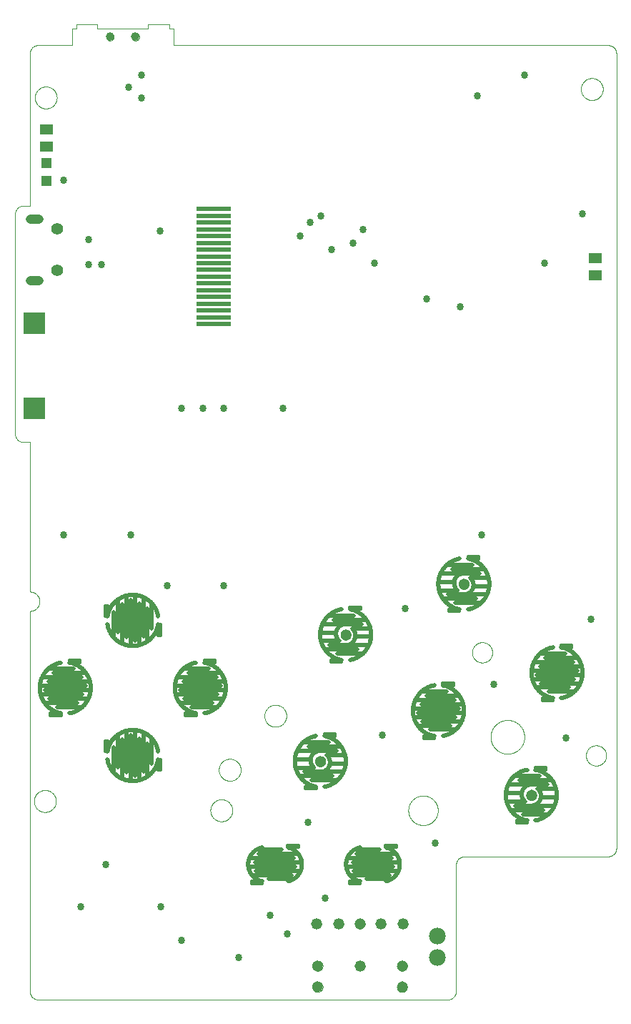
<source format=gts>
G75*
%MOIN*%
%OFA0B0*%
%FSLAX25Y25*%
%IPPOS*%
%LPD*%
%AMOC8*
5,1,8,0,0,1.08239X$1,22.5*
%
%ADD10C,0.00000*%
%ADD11C,0.00039*%
%ADD12R,0.05912X0.04731*%
%ADD13R,0.16148X0.01975*%
%ADD14C,0.01200*%
%ADD15C,0.05124*%
%ADD16C,0.02000*%
%ADD17R,0.05124X0.05124*%
%ADD18C,0.03943*%
%ADD19R,0.09849X0.09849*%
%ADD20C,0.07800*%
%ADD21C,0.04400*%
%ADD22C,0.05550*%
%ADD23C,0.05200*%
%ADD24C,0.03378*%
D10*
X0029320Y0023079D02*
X0029320Y0200244D01*
X0029453Y0200246D01*
X0029586Y0200252D01*
X0029718Y0200262D01*
X0029851Y0200275D01*
X0029982Y0200293D01*
X0030114Y0200314D01*
X0030244Y0200339D01*
X0030374Y0200368D01*
X0030503Y0200401D01*
X0030630Y0200438D01*
X0030757Y0200478D01*
X0030883Y0200522D01*
X0031007Y0200570D01*
X0031129Y0200621D01*
X0031250Y0200676D01*
X0031370Y0200735D01*
X0031487Y0200796D01*
X0031603Y0200862D01*
X0031717Y0200930D01*
X0031829Y0201002D01*
X0031938Y0201078D01*
X0032046Y0201156D01*
X0032151Y0201238D01*
X0032253Y0201322D01*
X0032353Y0201410D01*
X0032451Y0201500D01*
X0032545Y0201594D01*
X0032637Y0201690D01*
X0032726Y0201789D01*
X0032812Y0201890D01*
X0032895Y0201994D01*
X0032975Y0202100D01*
X0033052Y0202208D01*
X0033126Y0202319D01*
X0033196Y0202432D01*
X0033263Y0202546D01*
X0033327Y0202663D01*
X0033387Y0202782D01*
X0033444Y0202902D01*
X0033497Y0203024D01*
X0033546Y0203147D01*
X0033592Y0203272D01*
X0033635Y0203398D01*
X0033673Y0203525D01*
X0033708Y0203654D01*
X0033739Y0203783D01*
X0033766Y0203913D01*
X0033789Y0204044D01*
X0033809Y0204175D01*
X0033824Y0204308D01*
X0033836Y0204440D01*
X0033844Y0204573D01*
X0033848Y0204706D01*
X0033848Y0204838D01*
X0033844Y0204971D01*
X0033836Y0205104D01*
X0033824Y0205236D01*
X0033809Y0205369D01*
X0033789Y0205500D01*
X0033766Y0205631D01*
X0033739Y0205761D01*
X0033708Y0205890D01*
X0033673Y0206019D01*
X0033635Y0206146D01*
X0033592Y0206272D01*
X0033546Y0206397D01*
X0033497Y0206520D01*
X0033444Y0206642D01*
X0033387Y0206762D01*
X0033327Y0206881D01*
X0033263Y0206998D01*
X0033196Y0207112D01*
X0033126Y0207225D01*
X0033052Y0207336D01*
X0032975Y0207444D01*
X0032895Y0207550D01*
X0032812Y0207654D01*
X0032726Y0207755D01*
X0032637Y0207854D01*
X0032545Y0207950D01*
X0032451Y0208044D01*
X0032353Y0208134D01*
X0032253Y0208222D01*
X0032151Y0208306D01*
X0032046Y0208388D01*
X0031938Y0208466D01*
X0031829Y0208542D01*
X0031717Y0208614D01*
X0031603Y0208682D01*
X0031487Y0208748D01*
X0031370Y0208809D01*
X0031250Y0208868D01*
X0031129Y0208923D01*
X0031007Y0208974D01*
X0030883Y0209022D01*
X0030757Y0209066D01*
X0030630Y0209106D01*
X0030503Y0209143D01*
X0030374Y0209176D01*
X0030244Y0209205D01*
X0030114Y0209230D01*
X0029982Y0209251D01*
X0029851Y0209269D01*
X0029718Y0209282D01*
X0029586Y0209292D01*
X0029453Y0209298D01*
X0029320Y0209300D01*
X0029320Y0209299D02*
X0029320Y0278984D01*
X0026367Y0278984D01*
X0026243Y0278986D01*
X0026120Y0278992D01*
X0025996Y0279001D01*
X0025874Y0279015D01*
X0025751Y0279032D01*
X0025629Y0279054D01*
X0025508Y0279079D01*
X0025388Y0279108D01*
X0025269Y0279140D01*
X0025150Y0279177D01*
X0025033Y0279217D01*
X0024918Y0279260D01*
X0024803Y0279308D01*
X0024691Y0279359D01*
X0024580Y0279413D01*
X0024470Y0279471D01*
X0024363Y0279532D01*
X0024257Y0279597D01*
X0024154Y0279665D01*
X0024053Y0279736D01*
X0023954Y0279810D01*
X0023857Y0279887D01*
X0023763Y0279968D01*
X0023672Y0280051D01*
X0023583Y0280137D01*
X0023497Y0280226D01*
X0023414Y0280317D01*
X0023333Y0280411D01*
X0023256Y0280508D01*
X0023182Y0280607D01*
X0023111Y0280708D01*
X0023043Y0280811D01*
X0022978Y0280917D01*
X0022917Y0281024D01*
X0022859Y0281134D01*
X0022805Y0281245D01*
X0022754Y0281357D01*
X0022706Y0281472D01*
X0022663Y0281587D01*
X0022623Y0281704D01*
X0022586Y0281823D01*
X0022554Y0281942D01*
X0022525Y0282062D01*
X0022500Y0282183D01*
X0022478Y0282305D01*
X0022461Y0282428D01*
X0022447Y0282550D01*
X0022438Y0282674D01*
X0022432Y0282797D01*
X0022430Y0282921D01*
X0022430Y0385283D01*
X0022432Y0385407D01*
X0022438Y0385530D01*
X0022447Y0385654D01*
X0022461Y0385776D01*
X0022478Y0385899D01*
X0022500Y0386021D01*
X0022525Y0386142D01*
X0022554Y0386262D01*
X0022586Y0386381D01*
X0022623Y0386500D01*
X0022663Y0386617D01*
X0022706Y0386732D01*
X0022754Y0386847D01*
X0022805Y0386959D01*
X0022859Y0387070D01*
X0022917Y0387180D01*
X0022978Y0387287D01*
X0023043Y0387393D01*
X0023111Y0387496D01*
X0023182Y0387597D01*
X0023256Y0387696D01*
X0023333Y0387793D01*
X0023414Y0387887D01*
X0023497Y0387978D01*
X0023583Y0388067D01*
X0023672Y0388153D01*
X0023763Y0388236D01*
X0023857Y0388317D01*
X0023954Y0388394D01*
X0024053Y0388468D01*
X0024154Y0388539D01*
X0024257Y0388607D01*
X0024363Y0388672D01*
X0024470Y0388733D01*
X0024580Y0388791D01*
X0024691Y0388845D01*
X0024803Y0388896D01*
X0024918Y0388944D01*
X0025033Y0388987D01*
X0025150Y0389027D01*
X0025269Y0389064D01*
X0025388Y0389096D01*
X0025508Y0389125D01*
X0025629Y0389150D01*
X0025751Y0389172D01*
X0025874Y0389189D01*
X0025996Y0389203D01*
X0026120Y0389212D01*
X0026243Y0389218D01*
X0026367Y0389220D01*
X0029320Y0389220D01*
X0029320Y0460087D01*
X0029322Y0460211D01*
X0029328Y0460334D01*
X0029337Y0460458D01*
X0029351Y0460580D01*
X0029368Y0460703D01*
X0029390Y0460825D01*
X0029415Y0460946D01*
X0029444Y0461066D01*
X0029476Y0461185D01*
X0029513Y0461304D01*
X0029553Y0461421D01*
X0029596Y0461536D01*
X0029644Y0461651D01*
X0029695Y0461763D01*
X0029749Y0461874D01*
X0029807Y0461984D01*
X0029868Y0462091D01*
X0029933Y0462197D01*
X0030001Y0462300D01*
X0030072Y0462401D01*
X0030146Y0462500D01*
X0030223Y0462597D01*
X0030304Y0462691D01*
X0030387Y0462782D01*
X0030473Y0462871D01*
X0030562Y0462957D01*
X0030653Y0463040D01*
X0030747Y0463121D01*
X0030844Y0463198D01*
X0030943Y0463272D01*
X0031044Y0463343D01*
X0031147Y0463411D01*
X0031253Y0463476D01*
X0031360Y0463537D01*
X0031470Y0463595D01*
X0031581Y0463649D01*
X0031693Y0463700D01*
X0031808Y0463748D01*
X0031923Y0463791D01*
X0032040Y0463831D01*
X0032159Y0463868D01*
X0032278Y0463900D01*
X0032398Y0463929D01*
X0032519Y0463954D01*
X0032641Y0463976D01*
X0032764Y0463993D01*
X0032886Y0464007D01*
X0033010Y0464016D01*
X0033133Y0464022D01*
X0033257Y0464024D01*
X0049005Y0464024D01*
X0049005Y0471898D01*
X0050974Y0471898D01*
X0050974Y0473866D01*
X0060816Y0473866D01*
X0060816Y0471898D01*
X0084438Y0471898D01*
X0084438Y0473866D01*
X0094281Y0473866D01*
X0094281Y0471898D01*
X0096249Y0471898D01*
X0096249Y0464024D01*
X0299005Y0464024D01*
X0299129Y0464022D01*
X0299252Y0464016D01*
X0299376Y0464007D01*
X0299498Y0463993D01*
X0299621Y0463976D01*
X0299743Y0463954D01*
X0299864Y0463929D01*
X0299984Y0463900D01*
X0300103Y0463868D01*
X0300222Y0463831D01*
X0300339Y0463791D01*
X0300454Y0463748D01*
X0300569Y0463700D01*
X0300681Y0463649D01*
X0300792Y0463595D01*
X0300902Y0463537D01*
X0301009Y0463476D01*
X0301115Y0463411D01*
X0301218Y0463343D01*
X0301319Y0463272D01*
X0301418Y0463198D01*
X0301515Y0463121D01*
X0301609Y0463040D01*
X0301700Y0462957D01*
X0301789Y0462871D01*
X0301875Y0462782D01*
X0301958Y0462691D01*
X0302039Y0462597D01*
X0302116Y0462500D01*
X0302190Y0462401D01*
X0302261Y0462300D01*
X0302329Y0462197D01*
X0302394Y0462091D01*
X0302455Y0461984D01*
X0302513Y0461874D01*
X0302567Y0461763D01*
X0302618Y0461651D01*
X0302666Y0461536D01*
X0302709Y0461421D01*
X0302749Y0461304D01*
X0302786Y0461185D01*
X0302818Y0461066D01*
X0302847Y0460946D01*
X0302872Y0460825D01*
X0302894Y0460703D01*
X0302911Y0460580D01*
X0302925Y0460458D01*
X0302934Y0460334D01*
X0302940Y0460211D01*
X0302942Y0460087D01*
X0302942Y0089811D01*
X0302940Y0089687D01*
X0302934Y0089564D01*
X0302925Y0089440D01*
X0302911Y0089318D01*
X0302894Y0089195D01*
X0302872Y0089073D01*
X0302847Y0088952D01*
X0302818Y0088832D01*
X0302786Y0088713D01*
X0302749Y0088594D01*
X0302709Y0088477D01*
X0302666Y0088362D01*
X0302618Y0088247D01*
X0302567Y0088135D01*
X0302513Y0088024D01*
X0302455Y0087914D01*
X0302394Y0087807D01*
X0302329Y0087701D01*
X0302261Y0087598D01*
X0302190Y0087497D01*
X0302116Y0087398D01*
X0302039Y0087301D01*
X0301958Y0087207D01*
X0301875Y0087116D01*
X0301789Y0087027D01*
X0301700Y0086941D01*
X0301609Y0086858D01*
X0301515Y0086777D01*
X0301418Y0086700D01*
X0301319Y0086626D01*
X0301218Y0086555D01*
X0301115Y0086487D01*
X0301009Y0086422D01*
X0300902Y0086361D01*
X0300792Y0086303D01*
X0300681Y0086249D01*
X0300569Y0086198D01*
X0300454Y0086150D01*
X0300339Y0086107D01*
X0300222Y0086067D01*
X0300103Y0086030D01*
X0299984Y0085998D01*
X0299864Y0085969D01*
X0299743Y0085944D01*
X0299621Y0085922D01*
X0299498Y0085905D01*
X0299376Y0085891D01*
X0299252Y0085882D01*
X0299129Y0085876D01*
X0299005Y0085874D01*
X0232076Y0085874D01*
X0231952Y0085872D01*
X0231829Y0085866D01*
X0231705Y0085857D01*
X0231583Y0085843D01*
X0231460Y0085826D01*
X0231338Y0085804D01*
X0231217Y0085779D01*
X0231097Y0085750D01*
X0230978Y0085718D01*
X0230859Y0085681D01*
X0230742Y0085641D01*
X0230627Y0085598D01*
X0230512Y0085550D01*
X0230400Y0085499D01*
X0230289Y0085445D01*
X0230179Y0085387D01*
X0230072Y0085326D01*
X0229966Y0085261D01*
X0229863Y0085193D01*
X0229762Y0085122D01*
X0229663Y0085048D01*
X0229566Y0084971D01*
X0229472Y0084890D01*
X0229381Y0084807D01*
X0229292Y0084721D01*
X0229206Y0084632D01*
X0229123Y0084541D01*
X0229042Y0084447D01*
X0228965Y0084350D01*
X0228891Y0084251D01*
X0228820Y0084150D01*
X0228752Y0084047D01*
X0228687Y0083941D01*
X0228626Y0083834D01*
X0228568Y0083724D01*
X0228514Y0083613D01*
X0228463Y0083501D01*
X0228415Y0083386D01*
X0228372Y0083271D01*
X0228332Y0083154D01*
X0228295Y0083035D01*
X0228263Y0082916D01*
X0228234Y0082796D01*
X0228209Y0082675D01*
X0228187Y0082553D01*
X0228170Y0082430D01*
X0228156Y0082308D01*
X0228147Y0082184D01*
X0228141Y0082061D01*
X0228139Y0081937D01*
X0228139Y0023079D01*
X0228137Y0022955D01*
X0228131Y0022832D01*
X0228122Y0022708D01*
X0228108Y0022586D01*
X0228091Y0022463D01*
X0228069Y0022341D01*
X0228044Y0022220D01*
X0228015Y0022100D01*
X0227983Y0021981D01*
X0227946Y0021862D01*
X0227906Y0021745D01*
X0227863Y0021630D01*
X0227815Y0021515D01*
X0227764Y0021403D01*
X0227710Y0021292D01*
X0227652Y0021182D01*
X0227591Y0021075D01*
X0227526Y0020969D01*
X0227458Y0020866D01*
X0227387Y0020765D01*
X0227313Y0020666D01*
X0227236Y0020569D01*
X0227155Y0020475D01*
X0227072Y0020384D01*
X0226986Y0020295D01*
X0226897Y0020209D01*
X0226806Y0020126D01*
X0226712Y0020045D01*
X0226615Y0019968D01*
X0226516Y0019894D01*
X0226415Y0019823D01*
X0226312Y0019755D01*
X0226206Y0019690D01*
X0226099Y0019629D01*
X0225989Y0019571D01*
X0225878Y0019517D01*
X0225766Y0019466D01*
X0225651Y0019418D01*
X0225536Y0019375D01*
X0225419Y0019335D01*
X0225300Y0019298D01*
X0225181Y0019266D01*
X0225061Y0019237D01*
X0224940Y0019212D01*
X0224818Y0019190D01*
X0224695Y0019173D01*
X0224573Y0019159D01*
X0224449Y0019150D01*
X0224326Y0019144D01*
X0224202Y0019142D01*
X0033257Y0019142D01*
X0033133Y0019144D01*
X0033010Y0019150D01*
X0032886Y0019159D01*
X0032764Y0019173D01*
X0032641Y0019190D01*
X0032519Y0019212D01*
X0032398Y0019237D01*
X0032278Y0019266D01*
X0032159Y0019298D01*
X0032040Y0019335D01*
X0031923Y0019375D01*
X0031808Y0019418D01*
X0031693Y0019466D01*
X0031581Y0019517D01*
X0031470Y0019571D01*
X0031360Y0019629D01*
X0031253Y0019690D01*
X0031147Y0019755D01*
X0031044Y0019823D01*
X0030943Y0019894D01*
X0030844Y0019968D01*
X0030747Y0020045D01*
X0030653Y0020126D01*
X0030562Y0020209D01*
X0030473Y0020295D01*
X0030387Y0020384D01*
X0030304Y0020475D01*
X0030223Y0020569D01*
X0030146Y0020666D01*
X0030072Y0020765D01*
X0030001Y0020866D01*
X0029933Y0020969D01*
X0029868Y0021075D01*
X0029807Y0021182D01*
X0029749Y0021292D01*
X0029695Y0021403D01*
X0029644Y0021515D01*
X0029596Y0021630D01*
X0029553Y0021745D01*
X0029513Y0021862D01*
X0029476Y0021981D01*
X0029444Y0022100D01*
X0029415Y0022220D01*
X0029390Y0022341D01*
X0029368Y0022463D01*
X0029351Y0022586D01*
X0029337Y0022708D01*
X0029328Y0022832D01*
X0029322Y0022955D01*
X0029320Y0023079D01*
X0161210Y0025047D02*
X0161212Y0025144D01*
X0161218Y0025241D01*
X0161228Y0025337D01*
X0161242Y0025433D01*
X0161260Y0025529D01*
X0161281Y0025623D01*
X0161307Y0025717D01*
X0161336Y0025809D01*
X0161370Y0025900D01*
X0161406Y0025990D01*
X0161447Y0026078D01*
X0161491Y0026164D01*
X0161539Y0026249D01*
X0161590Y0026331D01*
X0161644Y0026412D01*
X0161702Y0026490D01*
X0161763Y0026565D01*
X0161826Y0026638D01*
X0161893Y0026709D01*
X0161963Y0026776D01*
X0162035Y0026841D01*
X0162110Y0026902D01*
X0162188Y0026961D01*
X0162267Y0027016D01*
X0162349Y0027068D01*
X0162433Y0027116D01*
X0162519Y0027161D01*
X0162607Y0027203D01*
X0162696Y0027241D01*
X0162787Y0027275D01*
X0162879Y0027305D01*
X0162972Y0027332D01*
X0163067Y0027354D01*
X0163162Y0027373D01*
X0163258Y0027388D01*
X0163354Y0027399D01*
X0163451Y0027406D01*
X0163548Y0027409D01*
X0163645Y0027408D01*
X0163742Y0027403D01*
X0163838Y0027394D01*
X0163934Y0027381D01*
X0164030Y0027364D01*
X0164125Y0027343D01*
X0164218Y0027319D01*
X0164311Y0027290D01*
X0164403Y0027258D01*
X0164493Y0027222D01*
X0164581Y0027183D01*
X0164668Y0027139D01*
X0164753Y0027093D01*
X0164836Y0027042D01*
X0164917Y0026989D01*
X0164995Y0026932D01*
X0165072Y0026872D01*
X0165145Y0026809D01*
X0165216Y0026743D01*
X0165284Y0026674D01*
X0165350Y0026602D01*
X0165412Y0026528D01*
X0165471Y0026451D01*
X0165527Y0026372D01*
X0165580Y0026290D01*
X0165630Y0026207D01*
X0165675Y0026121D01*
X0165718Y0026034D01*
X0165757Y0025945D01*
X0165792Y0025855D01*
X0165823Y0025763D01*
X0165850Y0025670D01*
X0165874Y0025576D01*
X0165894Y0025481D01*
X0165910Y0025385D01*
X0165922Y0025289D01*
X0165930Y0025192D01*
X0165934Y0025095D01*
X0165934Y0024999D01*
X0165930Y0024902D01*
X0165922Y0024805D01*
X0165910Y0024709D01*
X0165894Y0024613D01*
X0165874Y0024518D01*
X0165850Y0024424D01*
X0165823Y0024331D01*
X0165792Y0024239D01*
X0165757Y0024149D01*
X0165718Y0024060D01*
X0165675Y0023973D01*
X0165630Y0023887D01*
X0165580Y0023804D01*
X0165527Y0023722D01*
X0165471Y0023643D01*
X0165412Y0023566D01*
X0165350Y0023492D01*
X0165284Y0023420D01*
X0165216Y0023351D01*
X0165145Y0023285D01*
X0165072Y0023222D01*
X0164995Y0023162D01*
X0164917Y0023105D01*
X0164836Y0023052D01*
X0164753Y0023001D01*
X0164668Y0022955D01*
X0164581Y0022911D01*
X0164493Y0022872D01*
X0164403Y0022836D01*
X0164311Y0022804D01*
X0164218Y0022775D01*
X0164125Y0022751D01*
X0164030Y0022730D01*
X0163934Y0022713D01*
X0163838Y0022700D01*
X0163742Y0022691D01*
X0163645Y0022686D01*
X0163548Y0022685D01*
X0163451Y0022688D01*
X0163354Y0022695D01*
X0163258Y0022706D01*
X0163162Y0022721D01*
X0163067Y0022740D01*
X0162972Y0022762D01*
X0162879Y0022789D01*
X0162787Y0022819D01*
X0162696Y0022853D01*
X0162607Y0022891D01*
X0162519Y0022933D01*
X0162433Y0022978D01*
X0162349Y0023026D01*
X0162267Y0023078D01*
X0162188Y0023133D01*
X0162110Y0023192D01*
X0162035Y0023253D01*
X0161963Y0023318D01*
X0161893Y0023385D01*
X0161826Y0023456D01*
X0161763Y0023529D01*
X0161702Y0023604D01*
X0161644Y0023682D01*
X0161590Y0023763D01*
X0161539Y0023845D01*
X0161491Y0023930D01*
X0161447Y0024016D01*
X0161406Y0024104D01*
X0161370Y0024194D01*
X0161336Y0024285D01*
X0161307Y0024377D01*
X0161281Y0024471D01*
X0161260Y0024565D01*
X0161242Y0024661D01*
X0161228Y0024757D01*
X0161218Y0024853D01*
X0161212Y0024950D01*
X0161210Y0025047D01*
X0161210Y0034890D02*
X0161212Y0034987D01*
X0161218Y0035084D01*
X0161228Y0035180D01*
X0161242Y0035276D01*
X0161260Y0035372D01*
X0161281Y0035466D01*
X0161307Y0035560D01*
X0161336Y0035652D01*
X0161370Y0035743D01*
X0161406Y0035833D01*
X0161447Y0035921D01*
X0161491Y0036007D01*
X0161539Y0036092D01*
X0161590Y0036174D01*
X0161644Y0036255D01*
X0161702Y0036333D01*
X0161763Y0036408D01*
X0161826Y0036481D01*
X0161893Y0036552D01*
X0161963Y0036619D01*
X0162035Y0036684D01*
X0162110Y0036745D01*
X0162188Y0036804D01*
X0162267Y0036859D01*
X0162349Y0036911D01*
X0162433Y0036959D01*
X0162519Y0037004D01*
X0162607Y0037046D01*
X0162696Y0037084D01*
X0162787Y0037118D01*
X0162879Y0037148D01*
X0162972Y0037175D01*
X0163067Y0037197D01*
X0163162Y0037216D01*
X0163258Y0037231D01*
X0163354Y0037242D01*
X0163451Y0037249D01*
X0163548Y0037252D01*
X0163645Y0037251D01*
X0163742Y0037246D01*
X0163838Y0037237D01*
X0163934Y0037224D01*
X0164030Y0037207D01*
X0164125Y0037186D01*
X0164218Y0037162D01*
X0164311Y0037133D01*
X0164403Y0037101D01*
X0164493Y0037065D01*
X0164581Y0037026D01*
X0164668Y0036982D01*
X0164753Y0036936D01*
X0164836Y0036885D01*
X0164917Y0036832D01*
X0164995Y0036775D01*
X0165072Y0036715D01*
X0165145Y0036652D01*
X0165216Y0036586D01*
X0165284Y0036517D01*
X0165350Y0036445D01*
X0165412Y0036371D01*
X0165471Y0036294D01*
X0165527Y0036215D01*
X0165580Y0036133D01*
X0165630Y0036050D01*
X0165675Y0035964D01*
X0165718Y0035877D01*
X0165757Y0035788D01*
X0165792Y0035698D01*
X0165823Y0035606D01*
X0165850Y0035513D01*
X0165874Y0035419D01*
X0165894Y0035324D01*
X0165910Y0035228D01*
X0165922Y0035132D01*
X0165930Y0035035D01*
X0165934Y0034938D01*
X0165934Y0034842D01*
X0165930Y0034745D01*
X0165922Y0034648D01*
X0165910Y0034552D01*
X0165894Y0034456D01*
X0165874Y0034361D01*
X0165850Y0034267D01*
X0165823Y0034174D01*
X0165792Y0034082D01*
X0165757Y0033992D01*
X0165718Y0033903D01*
X0165675Y0033816D01*
X0165630Y0033730D01*
X0165580Y0033647D01*
X0165527Y0033565D01*
X0165471Y0033486D01*
X0165412Y0033409D01*
X0165350Y0033335D01*
X0165284Y0033263D01*
X0165216Y0033194D01*
X0165145Y0033128D01*
X0165072Y0033065D01*
X0164995Y0033005D01*
X0164917Y0032948D01*
X0164836Y0032895D01*
X0164753Y0032844D01*
X0164668Y0032798D01*
X0164581Y0032754D01*
X0164493Y0032715D01*
X0164403Y0032679D01*
X0164311Y0032647D01*
X0164218Y0032618D01*
X0164125Y0032594D01*
X0164030Y0032573D01*
X0163934Y0032556D01*
X0163838Y0032543D01*
X0163742Y0032534D01*
X0163645Y0032529D01*
X0163548Y0032528D01*
X0163451Y0032531D01*
X0163354Y0032538D01*
X0163258Y0032549D01*
X0163162Y0032564D01*
X0163067Y0032583D01*
X0162972Y0032605D01*
X0162879Y0032632D01*
X0162787Y0032662D01*
X0162696Y0032696D01*
X0162607Y0032734D01*
X0162519Y0032776D01*
X0162433Y0032821D01*
X0162349Y0032869D01*
X0162267Y0032921D01*
X0162188Y0032976D01*
X0162110Y0033035D01*
X0162035Y0033096D01*
X0161963Y0033161D01*
X0161893Y0033228D01*
X0161826Y0033299D01*
X0161763Y0033372D01*
X0161702Y0033447D01*
X0161644Y0033525D01*
X0161590Y0033606D01*
X0161539Y0033688D01*
X0161491Y0033773D01*
X0161447Y0033859D01*
X0161406Y0033947D01*
X0161370Y0034037D01*
X0161336Y0034128D01*
X0161307Y0034220D01*
X0161281Y0034314D01*
X0161260Y0034408D01*
X0161242Y0034504D01*
X0161228Y0034600D01*
X0161218Y0034696D01*
X0161212Y0034793D01*
X0161210Y0034890D01*
X0180895Y0054575D02*
X0180897Y0054672D01*
X0180903Y0054769D01*
X0180913Y0054865D01*
X0180927Y0054961D01*
X0180945Y0055057D01*
X0180966Y0055151D01*
X0180992Y0055245D01*
X0181021Y0055337D01*
X0181055Y0055428D01*
X0181091Y0055518D01*
X0181132Y0055606D01*
X0181176Y0055692D01*
X0181224Y0055777D01*
X0181275Y0055859D01*
X0181329Y0055940D01*
X0181387Y0056018D01*
X0181448Y0056093D01*
X0181511Y0056166D01*
X0181578Y0056237D01*
X0181648Y0056304D01*
X0181720Y0056369D01*
X0181795Y0056430D01*
X0181873Y0056489D01*
X0181952Y0056544D01*
X0182034Y0056596D01*
X0182118Y0056644D01*
X0182204Y0056689D01*
X0182292Y0056731D01*
X0182381Y0056769D01*
X0182472Y0056803D01*
X0182564Y0056833D01*
X0182657Y0056860D01*
X0182752Y0056882D01*
X0182847Y0056901D01*
X0182943Y0056916D01*
X0183039Y0056927D01*
X0183136Y0056934D01*
X0183233Y0056937D01*
X0183330Y0056936D01*
X0183427Y0056931D01*
X0183523Y0056922D01*
X0183619Y0056909D01*
X0183715Y0056892D01*
X0183810Y0056871D01*
X0183903Y0056847D01*
X0183996Y0056818D01*
X0184088Y0056786D01*
X0184178Y0056750D01*
X0184266Y0056711D01*
X0184353Y0056667D01*
X0184438Y0056621D01*
X0184521Y0056570D01*
X0184602Y0056517D01*
X0184680Y0056460D01*
X0184757Y0056400D01*
X0184830Y0056337D01*
X0184901Y0056271D01*
X0184969Y0056202D01*
X0185035Y0056130D01*
X0185097Y0056056D01*
X0185156Y0055979D01*
X0185212Y0055900D01*
X0185265Y0055818D01*
X0185315Y0055735D01*
X0185360Y0055649D01*
X0185403Y0055562D01*
X0185442Y0055473D01*
X0185477Y0055383D01*
X0185508Y0055291D01*
X0185535Y0055198D01*
X0185559Y0055104D01*
X0185579Y0055009D01*
X0185595Y0054913D01*
X0185607Y0054817D01*
X0185615Y0054720D01*
X0185619Y0054623D01*
X0185619Y0054527D01*
X0185615Y0054430D01*
X0185607Y0054333D01*
X0185595Y0054237D01*
X0185579Y0054141D01*
X0185559Y0054046D01*
X0185535Y0053952D01*
X0185508Y0053859D01*
X0185477Y0053767D01*
X0185442Y0053677D01*
X0185403Y0053588D01*
X0185360Y0053501D01*
X0185315Y0053415D01*
X0185265Y0053332D01*
X0185212Y0053250D01*
X0185156Y0053171D01*
X0185097Y0053094D01*
X0185035Y0053020D01*
X0184969Y0052948D01*
X0184901Y0052879D01*
X0184830Y0052813D01*
X0184757Y0052750D01*
X0184680Y0052690D01*
X0184602Y0052633D01*
X0184521Y0052580D01*
X0184438Y0052529D01*
X0184353Y0052483D01*
X0184266Y0052439D01*
X0184178Y0052400D01*
X0184088Y0052364D01*
X0183996Y0052332D01*
X0183903Y0052303D01*
X0183810Y0052279D01*
X0183715Y0052258D01*
X0183619Y0052241D01*
X0183523Y0052228D01*
X0183427Y0052219D01*
X0183330Y0052214D01*
X0183233Y0052213D01*
X0183136Y0052216D01*
X0183039Y0052223D01*
X0182943Y0052234D01*
X0182847Y0052249D01*
X0182752Y0052268D01*
X0182657Y0052290D01*
X0182564Y0052317D01*
X0182472Y0052347D01*
X0182381Y0052381D01*
X0182292Y0052419D01*
X0182204Y0052461D01*
X0182118Y0052506D01*
X0182034Y0052554D01*
X0181952Y0052606D01*
X0181873Y0052661D01*
X0181795Y0052720D01*
X0181720Y0052781D01*
X0181648Y0052846D01*
X0181578Y0052913D01*
X0181511Y0052984D01*
X0181448Y0053057D01*
X0181387Y0053132D01*
X0181329Y0053210D01*
X0181275Y0053291D01*
X0181224Y0053373D01*
X0181176Y0053458D01*
X0181132Y0053544D01*
X0181091Y0053632D01*
X0181055Y0053722D01*
X0181021Y0053813D01*
X0180992Y0053905D01*
X0180966Y0053999D01*
X0180945Y0054093D01*
X0180927Y0054189D01*
X0180913Y0054285D01*
X0180903Y0054381D01*
X0180897Y0054478D01*
X0180895Y0054575D01*
X0200580Y0034890D02*
X0200582Y0034987D01*
X0200588Y0035084D01*
X0200598Y0035180D01*
X0200612Y0035276D01*
X0200630Y0035372D01*
X0200651Y0035466D01*
X0200677Y0035560D01*
X0200706Y0035652D01*
X0200740Y0035743D01*
X0200776Y0035833D01*
X0200817Y0035921D01*
X0200861Y0036007D01*
X0200909Y0036092D01*
X0200960Y0036174D01*
X0201014Y0036255D01*
X0201072Y0036333D01*
X0201133Y0036408D01*
X0201196Y0036481D01*
X0201263Y0036552D01*
X0201333Y0036619D01*
X0201405Y0036684D01*
X0201480Y0036745D01*
X0201558Y0036804D01*
X0201637Y0036859D01*
X0201719Y0036911D01*
X0201803Y0036959D01*
X0201889Y0037004D01*
X0201977Y0037046D01*
X0202066Y0037084D01*
X0202157Y0037118D01*
X0202249Y0037148D01*
X0202342Y0037175D01*
X0202437Y0037197D01*
X0202532Y0037216D01*
X0202628Y0037231D01*
X0202724Y0037242D01*
X0202821Y0037249D01*
X0202918Y0037252D01*
X0203015Y0037251D01*
X0203112Y0037246D01*
X0203208Y0037237D01*
X0203304Y0037224D01*
X0203400Y0037207D01*
X0203495Y0037186D01*
X0203588Y0037162D01*
X0203681Y0037133D01*
X0203773Y0037101D01*
X0203863Y0037065D01*
X0203951Y0037026D01*
X0204038Y0036982D01*
X0204123Y0036936D01*
X0204206Y0036885D01*
X0204287Y0036832D01*
X0204365Y0036775D01*
X0204442Y0036715D01*
X0204515Y0036652D01*
X0204586Y0036586D01*
X0204654Y0036517D01*
X0204720Y0036445D01*
X0204782Y0036371D01*
X0204841Y0036294D01*
X0204897Y0036215D01*
X0204950Y0036133D01*
X0205000Y0036050D01*
X0205045Y0035964D01*
X0205088Y0035877D01*
X0205127Y0035788D01*
X0205162Y0035698D01*
X0205193Y0035606D01*
X0205220Y0035513D01*
X0205244Y0035419D01*
X0205264Y0035324D01*
X0205280Y0035228D01*
X0205292Y0035132D01*
X0205300Y0035035D01*
X0205304Y0034938D01*
X0205304Y0034842D01*
X0205300Y0034745D01*
X0205292Y0034648D01*
X0205280Y0034552D01*
X0205264Y0034456D01*
X0205244Y0034361D01*
X0205220Y0034267D01*
X0205193Y0034174D01*
X0205162Y0034082D01*
X0205127Y0033992D01*
X0205088Y0033903D01*
X0205045Y0033816D01*
X0205000Y0033730D01*
X0204950Y0033647D01*
X0204897Y0033565D01*
X0204841Y0033486D01*
X0204782Y0033409D01*
X0204720Y0033335D01*
X0204654Y0033263D01*
X0204586Y0033194D01*
X0204515Y0033128D01*
X0204442Y0033065D01*
X0204365Y0033005D01*
X0204287Y0032948D01*
X0204206Y0032895D01*
X0204123Y0032844D01*
X0204038Y0032798D01*
X0203951Y0032754D01*
X0203863Y0032715D01*
X0203773Y0032679D01*
X0203681Y0032647D01*
X0203588Y0032618D01*
X0203495Y0032594D01*
X0203400Y0032573D01*
X0203304Y0032556D01*
X0203208Y0032543D01*
X0203112Y0032534D01*
X0203015Y0032529D01*
X0202918Y0032528D01*
X0202821Y0032531D01*
X0202724Y0032538D01*
X0202628Y0032549D01*
X0202532Y0032564D01*
X0202437Y0032583D01*
X0202342Y0032605D01*
X0202249Y0032632D01*
X0202157Y0032662D01*
X0202066Y0032696D01*
X0201977Y0032734D01*
X0201889Y0032776D01*
X0201803Y0032821D01*
X0201719Y0032869D01*
X0201637Y0032921D01*
X0201558Y0032976D01*
X0201480Y0033035D01*
X0201405Y0033096D01*
X0201333Y0033161D01*
X0201263Y0033228D01*
X0201196Y0033299D01*
X0201133Y0033372D01*
X0201072Y0033447D01*
X0201014Y0033525D01*
X0200960Y0033606D01*
X0200909Y0033688D01*
X0200861Y0033773D01*
X0200817Y0033859D01*
X0200776Y0033947D01*
X0200740Y0034037D01*
X0200706Y0034128D01*
X0200677Y0034220D01*
X0200651Y0034314D01*
X0200630Y0034408D01*
X0200612Y0034504D01*
X0200598Y0034600D01*
X0200588Y0034696D01*
X0200582Y0034793D01*
X0200580Y0034890D01*
X0200580Y0025047D02*
X0200582Y0025144D01*
X0200588Y0025241D01*
X0200598Y0025337D01*
X0200612Y0025433D01*
X0200630Y0025529D01*
X0200651Y0025623D01*
X0200677Y0025717D01*
X0200706Y0025809D01*
X0200740Y0025900D01*
X0200776Y0025990D01*
X0200817Y0026078D01*
X0200861Y0026164D01*
X0200909Y0026249D01*
X0200960Y0026331D01*
X0201014Y0026412D01*
X0201072Y0026490D01*
X0201133Y0026565D01*
X0201196Y0026638D01*
X0201263Y0026709D01*
X0201333Y0026776D01*
X0201405Y0026841D01*
X0201480Y0026902D01*
X0201558Y0026961D01*
X0201637Y0027016D01*
X0201719Y0027068D01*
X0201803Y0027116D01*
X0201889Y0027161D01*
X0201977Y0027203D01*
X0202066Y0027241D01*
X0202157Y0027275D01*
X0202249Y0027305D01*
X0202342Y0027332D01*
X0202437Y0027354D01*
X0202532Y0027373D01*
X0202628Y0027388D01*
X0202724Y0027399D01*
X0202821Y0027406D01*
X0202918Y0027409D01*
X0203015Y0027408D01*
X0203112Y0027403D01*
X0203208Y0027394D01*
X0203304Y0027381D01*
X0203400Y0027364D01*
X0203495Y0027343D01*
X0203588Y0027319D01*
X0203681Y0027290D01*
X0203773Y0027258D01*
X0203863Y0027222D01*
X0203951Y0027183D01*
X0204038Y0027139D01*
X0204123Y0027093D01*
X0204206Y0027042D01*
X0204287Y0026989D01*
X0204365Y0026932D01*
X0204442Y0026872D01*
X0204515Y0026809D01*
X0204586Y0026743D01*
X0204654Y0026674D01*
X0204720Y0026602D01*
X0204782Y0026528D01*
X0204841Y0026451D01*
X0204897Y0026372D01*
X0204950Y0026290D01*
X0205000Y0026207D01*
X0205045Y0026121D01*
X0205088Y0026034D01*
X0205127Y0025945D01*
X0205162Y0025855D01*
X0205193Y0025763D01*
X0205220Y0025670D01*
X0205244Y0025576D01*
X0205264Y0025481D01*
X0205280Y0025385D01*
X0205292Y0025289D01*
X0205300Y0025192D01*
X0205304Y0025095D01*
X0205304Y0024999D01*
X0205300Y0024902D01*
X0205292Y0024805D01*
X0205280Y0024709D01*
X0205264Y0024613D01*
X0205244Y0024518D01*
X0205220Y0024424D01*
X0205193Y0024331D01*
X0205162Y0024239D01*
X0205127Y0024149D01*
X0205088Y0024060D01*
X0205045Y0023973D01*
X0205000Y0023887D01*
X0204950Y0023804D01*
X0204897Y0023722D01*
X0204841Y0023643D01*
X0204782Y0023566D01*
X0204720Y0023492D01*
X0204654Y0023420D01*
X0204586Y0023351D01*
X0204515Y0023285D01*
X0204442Y0023222D01*
X0204365Y0023162D01*
X0204287Y0023105D01*
X0204206Y0023052D01*
X0204123Y0023001D01*
X0204038Y0022955D01*
X0203951Y0022911D01*
X0203863Y0022872D01*
X0203773Y0022836D01*
X0203681Y0022804D01*
X0203588Y0022775D01*
X0203495Y0022751D01*
X0203400Y0022730D01*
X0203304Y0022713D01*
X0203208Y0022700D01*
X0203112Y0022691D01*
X0203015Y0022686D01*
X0202918Y0022685D01*
X0202821Y0022688D01*
X0202724Y0022695D01*
X0202628Y0022706D01*
X0202532Y0022721D01*
X0202437Y0022740D01*
X0202342Y0022762D01*
X0202249Y0022789D01*
X0202157Y0022819D01*
X0202066Y0022853D01*
X0201977Y0022891D01*
X0201889Y0022933D01*
X0201803Y0022978D01*
X0201719Y0023026D01*
X0201637Y0023078D01*
X0201558Y0023133D01*
X0201480Y0023192D01*
X0201405Y0023253D01*
X0201333Y0023318D01*
X0201263Y0023385D01*
X0201196Y0023456D01*
X0201133Y0023529D01*
X0201072Y0023604D01*
X0201014Y0023682D01*
X0200960Y0023763D01*
X0200909Y0023845D01*
X0200861Y0023930D01*
X0200817Y0024016D01*
X0200776Y0024104D01*
X0200740Y0024194D01*
X0200706Y0024285D01*
X0200677Y0024377D01*
X0200651Y0024471D01*
X0200630Y0024565D01*
X0200612Y0024661D01*
X0200598Y0024757D01*
X0200588Y0024853D01*
X0200582Y0024950D01*
X0200580Y0025047D01*
X0260895Y0114457D02*
X0260897Y0114554D01*
X0260903Y0114651D01*
X0260913Y0114747D01*
X0260927Y0114843D01*
X0260945Y0114939D01*
X0260966Y0115033D01*
X0260992Y0115127D01*
X0261021Y0115219D01*
X0261055Y0115310D01*
X0261091Y0115400D01*
X0261132Y0115488D01*
X0261176Y0115574D01*
X0261224Y0115659D01*
X0261275Y0115741D01*
X0261329Y0115822D01*
X0261387Y0115900D01*
X0261448Y0115975D01*
X0261511Y0116048D01*
X0261578Y0116119D01*
X0261648Y0116186D01*
X0261720Y0116251D01*
X0261795Y0116312D01*
X0261873Y0116371D01*
X0261952Y0116426D01*
X0262034Y0116478D01*
X0262118Y0116526D01*
X0262204Y0116571D01*
X0262292Y0116613D01*
X0262381Y0116651D01*
X0262472Y0116685D01*
X0262564Y0116715D01*
X0262657Y0116742D01*
X0262752Y0116764D01*
X0262847Y0116783D01*
X0262943Y0116798D01*
X0263039Y0116809D01*
X0263136Y0116816D01*
X0263233Y0116819D01*
X0263330Y0116818D01*
X0263427Y0116813D01*
X0263523Y0116804D01*
X0263619Y0116791D01*
X0263715Y0116774D01*
X0263810Y0116753D01*
X0263903Y0116729D01*
X0263996Y0116700D01*
X0264088Y0116668D01*
X0264178Y0116632D01*
X0264266Y0116593D01*
X0264353Y0116549D01*
X0264438Y0116503D01*
X0264521Y0116452D01*
X0264602Y0116399D01*
X0264680Y0116342D01*
X0264757Y0116282D01*
X0264830Y0116219D01*
X0264901Y0116153D01*
X0264969Y0116084D01*
X0265035Y0116012D01*
X0265097Y0115938D01*
X0265156Y0115861D01*
X0265212Y0115782D01*
X0265265Y0115700D01*
X0265315Y0115617D01*
X0265360Y0115531D01*
X0265403Y0115444D01*
X0265442Y0115355D01*
X0265477Y0115265D01*
X0265508Y0115173D01*
X0265535Y0115080D01*
X0265559Y0114986D01*
X0265579Y0114891D01*
X0265595Y0114795D01*
X0265607Y0114699D01*
X0265615Y0114602D01*
X0265619Y0114505D01*
X0265619Y0114409D01*
X0265615Y0114312D01*
X0265607Y0114215D01*
X0265595Y0114119D01*
X0265579Y0114023D01*
X0265559Y0113928D01*
X0265535Y0113834D01*
X0265508Y0113741D01*
X0265477Y0113649D01*
X0265442Y0113559D01*
X0265403Y0113470D01*
X0265360Y0113383D01*
X0265315Y0113297D01*
X0265265Y0113214D01*
X0265212Y0113132D01*
X0265156Y0113053D01*
X0265097Y0112976D01*
X0265035Y0112902D01*
X0264969Y0112830D01*
X0264901Y0112761D01*
X0264830Y0112695D01*
X0264757Y0112632D01*
X0264680Y0112572D01*
X0264602Y0112515D01*
X0264521Y0112462D01*
X0264438Y0112411D01*
X0264353Y0112365D01*
X0264266Y0112321D01*
X0264178Y0112282D01*
X0264088Y0112246D01*
X0263996Y0112214D01*
X0263903Y0112185D01*
X0263810Y0112161D01*
X0263715Y0112140D01*
X0263619Y0112123D01*
X0263523Y0112110D01*
X0263427Y0112101D01*
X0263330Y0112096D01*
X0263233Y0112095D01*
X0263136Y0112098D01*
X0263039Y0112105D01*
X0262943Y0112116D01*
X0262847Y0112131D01*
X0262752Y0112150D01*
X0262657Y0112172D01*
X0262564Y0112199D01*
X0262472Y0112229D01*
X0262381Y0112263D01*
X0262292Y0112301D01*
X0262204Y0112343D01*
X0262118Y0112388D01*
X0262034Y0112436D01*
X0261952Y0112488D01*
X0261873Y0112543D01*
X0261795Y0112602D01*
X0261720Y0112663D01*
X0261648Y0112728D01*
X0261578Y0112795D01*
X0261511Y0112866D01*
X0261448Y0112939D01*
X0261387Y0113014D01*
X0261329Y0113092D01*
X0261275Y0113173D01*
X0261224Y0113255D01*
X0261176Y0113340D01*
X0261132Y0113426D01*
X0261091Y0113514D01*
X0261055Y0113604D01*
X0261021Y0113695D01*
X0260992Y0113787D01*
X0260966Y0113881D01*
X0260945Y0113975D01*
X0260927Y0114071D01*
X0260913Y0114167D01*
X0260903Y0114263D01*
X0260897Y0114360D01*
X0260895Y0114457D01*
X0229399Y0212882D02*
X0229401Y0212979D01*
X0229407Y0213076D01*
X0229417Y0213172D01*
X0229431Y0213268D01*
X0229449Y0213364D01*
X0229470Y0213458D01*
X0229496Y0213552D01*
X0229525Y0213644D01*
X0229559Y0213735D01*
X0229595Y0213825D01*
X0229636Y0213913D01*
X0229680Y0213999D01*
X0229728Y0214084D01*
X0229779Y0214166D01*
X0229833Y0214247D01*
X0229891Y0214325D01*
X0229952Y0214400D01*
X0230015Y0214473D01*
X0230082Y0214544D01*
X0230152Y0214611D01*
X0230224Y0214676D01*
X0230299Y0214737D01*
X0230377Y0214796D01*
X0230456Y0214851D01*
X0230538Y0214903D01*
X0230622Y0214951D01*
X0230708Y0214996D01*
X0230796Y0215038D01*
X0230885Y0215076D01*
X0230976Y0215110D01*
X0231068Y0215140D01*
X0231161Y0215167D01*
X0231256Y0215189D01*
X0231351Y0215208D01*
X0231447Y0215223D01*
X0231543Y0215234D01*
X0231640Y0215241D01*
X0231737Y0215244D01*
X0231834Y0215243D01*
X0231931Y0215238D01*
X0232027Y0215229D01*
X0232123Y0215216D01*
X0232219Y0215199D01*
X0232314Y0215178D01*
X0232407Y0215154D01*
X0232500Y0215125D01*
X0232592Y0215093D01*
X0232682Y0215057D01*
X0232770Y0215018D01*
X0232857Y0214974D01*
X0232942Y0214928D01*
X0233025Y0214877D01*
X0233106Y0214824D01*
X0233184Y0214767D01*
X0233261Y0214707D01*
X0233334Y0214644D01*
X0233405Y0214578D01*
X0233473Y0214509D01*
X0233539Y0214437D01*
X0233601Y0214363D01*
X0233660Y0214286D01*
X0233716Y0214207D01*
X0233769Y0214125D01*
X0233819Y0214042D01*
X0233864Y0213956D01*
X0233907Y0213869D01*
X0233946Y0213780D01*
X0233981Y0213690D01*
X0234012Y0213598D01*
X0234039Y0213505D01*
X0234063Y0213411D01*
X0234083Y0213316D01*
X0234099Y0213220D01*
X0234111Y0213124D01*
X0234119Y0213027D01*
X0234123Y0212930D01*
X0234123Y0212834D01*
X0234119Y0212737D01*
X0234111Y0212640D01*
X0234099Y0212544D01*
X0234083Y0212448D01*
X0234063Y0212353D01*
X0234039Y0212259D01*
X0234012Y0212166D01*
X0233981Y0212074D01*
X0233946Y0211984D01*
X0233907Y0211895D01*
X0233864Y0211808D01*
X0233819Y0211722D01*
X0233769Y0211639D01*
X0233716Y0211557D01*
X0233660Y0211478D01*
X0233601Y0211401D01*
X0233539Y0211327D01*
X0233473Y0211255D01*
X0233405Y0211186D01*
X0233334Y0211120D01*
X0233261Y0211057D01*
X0233184Y0210997D01*
X0233106Y0210940D01*
X0233025Y0210887D01*
X0232942Y0210836D01*
X0232857Y0210790D01*
X0232770Y0210746D01*
X0232682Y0210707D01*
X0232592Y0210671D01*
X0232500Y0210639D01*
X0232407Y0210610D01*
X0232314Y0210586D01*
X0232219Y0210565D01*
X0232123Y0210548D01*
X0232027Y0210535D01*
X0231931Y0210526D01*
X0231834Y0210521D01*
X0231737Y0210520D01*
X0231640Y0210523D01*
X0231543Y0210530D01*
X0231447Y0210541D01*
X0231351Y0210556D01*
X0231256Y0210575D01*
X0231161Y0210597D01*
X0231068Y0210624D01*
X0230976Y0210654D01*
X0230885Y0210688D01*
X0230796Y0210726D01*
X0230708Y0210768D01*
X0230622Y0210813D01*
X0230538Y0210861D01*
X0230456Y0210913D01*
X0230377Y0210968D01*
X0230299Y0211027D01*
X0230224Y0211088D01*
X0230152Y0211153D01*
X0230082Y0211220D01*
X0230015Y0211291D01*
X0229952Y0211364D01*
X0229891Y0211439D01*
X0229833Y0211517D01*
X0229779Y0211598D01*
X0229728Y0211680D01*
X0229680Y0211765D01*
X0229636Y0211851D01*
X0229595Y0211939D01*
X0229559Y0212029D01*
X0229525Y0212120D01*
X0229496Y0212212D01*
X0229470Y0212306D01*
X0229449Y0212400D01*
X0229431Y0212496D01*
X0229417Y0212592D01*
X0229407Y0212688D01*
X0229401Y0212785D01*
X0229399Y0212882D01*
X0174281Y0189260D02*
X0174283Y0189357D01*
X0174289Y0189454D01*
X0174299Y0189550D01*
X0174313Y0189646D01*
X0174331Y0189742D01*
X0174352Y0189836D01*
X0174378Y0189930D01*
X0174407Y0190022D01*
X0174441Y0190113D01*
X0174477Y0190203D01*
X0174518Y0190291D01*
X0174562Y0190377D01*
X0174610Y0190462D01*
X0174661Y0190544D01*
X0174715Y0190625D01*
X0174773Y0190703D01*
X0174834Y0190778D01*
X0174897Y0190851D01*
X0174964Y0190922D01*
X0175034Y0190989D01*
X0175106Y0191054D01*
X0175181Y0191115D01*
X0175259Y0191174D01*
X0175338Y0191229D01*
X0175420Y0191281D01*
X0175504Y0191329D01*
X0175590Y0191374D01*
X0175678Y0191416D01*
X0175767Y0191454D01*
X0175858Y0191488D01*
X0175950Y0191518D01*
X0176043Y0191545D01*
X0176138Y0191567D01*
X0176233Y0191586D01*
X0176329Y0191601D01*
X0176425Y0191612D01*
X0176522Y0191619D01*
X0176619Y0191622D01*
X0176716Y0191621D01*
X0176813Y0191616D01*
X0176909Y0191607D01*
X0177005Y0191594D01*
X0177101Y0191577D01*
X0177196Y0191556D01*
X0177289Y0191532D01*
X0177382Y0191503D01*
X0177474Y0191471D01*
X0177564Y0191435D01*
X0177652Y0191396D01*
X0177739Y0191352D01*
X0177824Y0191306D01*
X0177907Y0191255D01*
X0177988Y0191202D01*
X0178066Y0191145D01*
X0178143Y0191085D01*
X0178216Y0191022D01*
X0178287Y0190956D01*
X0178355Y0190887D01*
X0178421Y0190815D01*
X0178483Y0190741D01*
X0178542Y0190664D01*
X0178598Y0190585D01*
X0178651Y0190503D01*
X0178701Y0190420D01*
X0178746Y0190334D01*
X0178789Y0190247D01*
X0178828Y0190158D01*
X0178863Y0190068D01*
X0178894Y0189976D01*
X0178921Y0189883D01*
X0178945Y0189789D01*
X0178965Y0189694D01*
X0178981Y0189598D01*
X0178993Y0189502D01*
X0179001Y0189405D01*
X0179005Y0189308D01*
X0179005Y0189212D01*
X0179001Y0189115D01*
X0178993Y0189018D01*
X0178981Y0188922D01*
X0178965Y0188826D01*
X0178945Y0188731D01*
X0178921Y0188637D01*
X0178894Y0188544D01*
X0178863Y0188452D01*
X0178828Y0188362D01*
X0178789Y0188273D01*
X0178746Y0188186D01*
X0178701Y0188100D01*
X0178651Y0188017D01*
X0178598Y0187935D01*
X0178542Y0187856D01*
X0178483Y0187779D01*
X0178421Y0187705D01*
X0178355Y0187633D01*
X0178287Y0187564D01*
X0178216Y0187498D01*
X0178143Y0187435D01*
X0178066Y0187375D01*
X0177988Y0187318D01*
X0177907Y0187265D01*
X0177824Y0187214D01*
X0177739Y0187168D01*
X0177652Y0187124D01*
X0177564Y0187085D01*
X0177474Y0187049D01*
X0177382Y0187017D01*
X0177289Y0186988D01*
X0177196Y0186964D01*
X0177101Y0186943D01*
X0177005Y0186926D01*
X0176909Y0186913D01*
X0176813Y0186904D01*
X0176716Y0186899D01*
X0176619Y0186898D01*
X0176522Y0186901D01*
X0176425Y0186908D01*
X0176329Y0186919D01*
X0176233Y0186934D01*
X0176138Y0186953D01*
X0176043Y0186975D01*
X0175950Y0187002D01*
X0175858Y0187032D01*
X0175767Y0187066D01*
X0175678Y0187104D01*
X0175590Y0187146D01*
X0175504Y0187191D01*
X0175420Y0187239D01*
X0175338Y0187291D01*
X0175259Y0187346D01*
X0175181Y0187405D01*
X0175106Y0187466D01*
X0175034Y0187531D01*
X0174964Y0187598D01*
X0174897Y0187669D01*
X0174834Y0187742D01*
X0174773Y0187817D01*
X0174715Y0187895D01*
X0174661Y0187976D01*
X0174610Y0188058D01*
X0174562Y0188143D01*
X0174518Y0188229D01*
X0174477Y0188317D01*
X0174441Y0188407D01*
X0174407Y0188498D01*
X0174378Y0188590D01*
X0174352Y0188684D01*
X0174331Y0188778D01*
X0174313Y0188874D01*
X0174299Y0188970D01*
X0174289Y0189066D01*
X0174283Y0189163D01*
X0174281Y0189260D01*
X0162470Y0130205D02*
X0162472Y0130302D01*
X0162478Y0130399D01*
X0162488Y0130495D01*
X0162502Y0130591D01*
X0162520Y0130687D01*
X0162541Y0130781D01*
X0162567Y0130875D01*
X0162596Y0130967D01*
X0162630Y0131058D01*
X0162666Y0131148D01*
X0162707Y0131236D01*
X0162751Y0131322D01*
X0162799Y0131407D01*
X0162850Y0131489D01*
X0162904Y0131570D01*
X0162962Y0131648D01*
X0163023Y0131723D01*
X0163086Y0131796D01*
X0163153Y0131867D01*
X0163223Y0131934D01*
X0163295Y0131999D01*
X0163370Y0132060D01*
X0163448Y0132119D01*
X0163527Y0132174D01*
X0163609Y0132226D01*
X0163693Y0132274D01*
X0163779Y0132319D01*
X0163867Y0132361D01*
X0163956Y0132399D01*
X0164047Y0132433D01*
X0164139Y0132463D01*
X0164232Y0132490D01*
X0164327Y0132512D01*
X0164422Y0132531D01*
X0164518Y0132546D01*
X0164614Y0132557D01*
X0164711Y0132564D01*
X0164808Y0132567D01*
X0164905Y0132566D01*
X0165002Y0132561D01*
X0165098Y0132552D01*
X0165194Y0132539D01*
X0165290Y0132522D01*
X0165385Y0132501D01*
X0165478Y0132477D01*
X0165571Y0132448D01*
X0165663Y0132416D01*
X0165753Y0132380D01*
X0165841Y0132341D01*
X0165928Y0132297D01*
X0166013Y0132251D01*
X0166096Y0132200D01*
X0166177Y0132147D01*
X0166255Y0132090D01*
X0166332Y0132030D01*
X0166405Y0131967D01*
X0166476Y0131901D01*
X0166544Y0131832D01*
X0166610Y0131760D01*
X0166672Y0131686D01*
X0166731Y0131609D01*
X0166787Y0131530D01*
X0166840Y0131448D01*
X0166890Y0131365D01*
X0166935Y0131279D01*
X0166978Y0131192D01*
X0167017Y0131103D01*
X0167052Y0131013D01*
X0167083Y0130921D01*
X0167110Y0130828D01*
X0167134Y0130734D01*
X0167154Y0130639D01*
X0167170Y0130543D01*
X0167182Y0130447D01*
X0167190Y0130350D01*
X0167194Y0130253D01*
X0167194Y0130157D01*
X0167190Y0130060D01*
X0167182Y0129963D01*
X0167170Y0129867D01*
X0167154Y0129771D01*
X0167134Y0129676D01*
X0167110Y0129582D01*
X0167083Y0129489D01*
X0167052Y0129397D01*
X0167017Y0129307D01*
X0166978Y0129218D01*
X0166935Y0129131D01*
X0166890Y0129045D01*
X0166840Y0128962D01*
X0166787Y0128880D01*
X0166731Y0128801D01*
X0166672Y0128724D01*
X0166610Y0128650D01*
X0166544Y0128578D01*
X0166476Y0128509D01*
X0166405Y0128443D01*
X0166332Y0128380D01*
X0166255Y0128320D01*
X0166177Y0128263D01*
X0166096Y0128210D01*
X0166013Y0128159D01*
X0165928Y0128113D01*
X0165841Y0128069D01*
X0165753Y0128030D01*
X0165663Y0127994D01*
X0165571Y0127962D01*
X0165478Y0127933D01*
X0165385Y0127909D01*
X0165290Y0127888D01*
X0165194Y0127871D01*
X0165098Y0127858D01*
X0165002Y0127849D01*
X0164905Y0127844D01*
X0164808Y0127843D01*
X0164711Y0127846D01*
X0164614Y0127853D01*
X0164518Y0127864D01*
X0164422Y0127879D01*
X0164327Y0127898D01*
X0164232Y0127920D01*
X0164139Y0127947D01*
X0164047Y0127977D01*
X0163956Y0128011D01*
X0163867Y0128049D01*
X0163779Y0128091D01*
X0163693Y0128136D01*
X0163609Y0128184D01*
X0163527Y0128236D01*
X0163448Y0128291D01*
X0163370Y0128350D01*
X0163295Y0128411D01*
X0163223Y0128476D01*
X0163153Y0128543D01*
X0163086Y0128614D01*
X0163023Y0128687D01*
X0162962Y0128762D01*
X0162904Y0128840D01*
X0162850Y0128921D01*
X0162799Y0129003D01*
X0162751Y0129088D01*
X0162707Y0129174D01*
X0162666Y0129262D01*
X0162630Y0129352D01*
X0162596Y0129443D01*
X0162567Y0129535D01*
X0162541Y0129629D01*
X0162520Y0129723D01*
X0162502Y0129819D01*
X0162488Y0129915D01*
X0162478Y0130011D01*
X0162472Y0130108D01*
X0162470Y0130205D01*
X0076761Y0467961D02*
X0076763Y0468045D01*
X0076769Y0468128D01*
X0076779Y0468211D01*
X0076793Y0468294D01*
X0076810Y0468376D01*
X0076832Y0468457D01*
X0076857Y0468536D01*
X0076886Y0468615D01*
X0076919Y0468692D01*
X0076955Y0468767D01*
X0076995Y0468841D01*
X0077038Y0468913D01*
X0077085Y0468982D01*
X0077135Y0469049D01*
X0077188Y0469114D01*
X0077244Y0469176D01*
X0077302Y0469236D01*
X0077364Y0469293D01*
X0077428Y0469346D01*
X0077495Y0469397D01*
X0077564Y0469444D01*
X0077635Y0469489D01*
X0077708Y0469529D01*
X0077783Y0469566D01*
X0077860Y0469600D01*
X0077938Y0469630D01*
X0078017Y0469656D01*
X0078098Y0469679D01*
X0078180Y0469697D01*
X0078262Y0469712D01*
X0078345Y0469723D01*
X0078428Y0469730D01*
X0078512Y0469733D01*
X0078596Y0469732D01*
X0078679Y0469727D01*
X0078763Y0469718D01*
X0078845Y0469705D01*
X0078927Y0469689D01*
X0079008Y0469668D01*
X0079089Y0469644D01*
X0079167Y0469616D01*
X0079245Y0469584D01*
X0079321Y0469548D01*
X0079395Y0469509D01*
X0079467Y0469467D01*
X0079537Y0469421D01*
X0079605Y0469372D01*
X0079670Y0469320D01*
X0079733Y0469265D01*
X0079793Y0469207D01*
X0079851Y0469146D01*
X0079905Y0469082D01*
X0079957Y0469016D01*
X0080005Y0468948D01*
X0080050Y0468877D01*
X0080091Y0468804D01*
X0080130Y0468730D01*
X0080164Y0468654D01*
X0080195Y0468576D01*
X0080222Y0468497D01*
X0080246Y0468416D01*
X0080265Y0468335D01*
X0080281Y0468253D01*
X0080293Y0468170D01*
X0080301Y0468086D01*
X0080305Y0468003D01*
X0080305Y0467919D01*
X0080301Y0467836D01*
X0080293Y0467752D01*
X0080281Y0467669D01*
X0080265Y0467587D01*
X0080246Y0467506D01*
X0080222Y0467425D01*
X0080195Y0467346D01*
X0080164Y0467268D01*
X0080130Y0467192D01*
X0080091Y0467118D01*
X0080050Y0467045D01*
X0080005Y0466974D01*
X0079957Y0466906D01*
X0079905Y0466840D01*
X0079851Y0466776D01*
X0079793Y0466715D01*
X0079733Y0466657D01*
X0079670Y0466602D01*
X0079605Y0466550D01*
X0079537Y0466501D01*
X0079467Y0466455D01*
X0079395Y0466413D01*
X0079321Y0466374D01*
X0079245Y0466338D01*
X0079167Y0466306D01*
X0079089Y0466278D01*
X0079008Y0466254D01*
X0078927Y0466233D01*
X0078845Y0466217D01*
X0078763Y0466204D01*
X0078679Y0466195D01*
X0078596Y0466190D01*
X0078512Y0466189D01*
X0078428Y0466192D01*
X0078345Y0466199D01*
X0078262Y0466210D01*
X0078180Y0466225D01*
X0078098Y0466243D01*
X0078017Y0466266D01*
X0077938Y0466292D01*
X0077860Y0466322D01*
X0077783Y0466356D01*
X0077708Y0466393D01*
X0077635Y0466433D01*
X0077564Y0466478D01*
X0077495Y0466525D01*
X0077428Y0466576D01*
X0077364Y0466629D01*
X0077302Y0466686D01*
X0077244Y0466746D01*
X0077188Y0466808D01*
X0077135Y0466873D01*
X0077085Y0466940D01*
X0077038Y0467009D01*
X0076995Y0467081D01*
X0076955Y0467155D01*
X0076919Y0467230D01*
X0076886Y0467307D01*
X0076857Y0467386D01*
X0076832Y0467465D01*
X0076810Y0467546D01*
X0076793Y0467628D01*
X0076779Y0467711D01*
X0076769Y0467794D01*
X0076763Y0467877D01*
X0076761Y0467961D01*
X0064950Y0467961D02*
X0064952Y0468045D01*
X0064958Y0468128D01*
X0064968Y0468211D01*
X0064982Y0468294D01*
X0064999Y0468376D01*
X0065021Y0468457D01*
X0065046Y0468536D01*
X0065075Y0468615D01*
X0065108Y0468692D01*
X0065144Y0468767D01*
X0065184Y0468841D01*
X0065227Y0468913D01*
X0065274Y0468982D01*
X0065324Y0469049D01*
X0065377Y0469114D01*
X0065433Y0469176D01*
X0065491Y0469236D01*
X0065553Y0469293D01*
X0065617Y0469346D01*
X0065684Y0469397D01*
X0065753Y0469444D01*
X0065824Y0469489D01*
X0065897Y0469529D01*
X0065972Y0469566D01*
X0066049Y0469600D01*
X0066127Y0469630D01*
X0066206Y0469656D01*
X0066287Y0469679D01*
X0066369Y0469697D01*
X0066451Y0469712D01*
X0066534Y0469723D01*
X0066617Y0469730D01*
X0066701Y0469733D01*
X0066785Y0469732D01*
X0066868Y0469727D01*
X0066952Y0469718D01*
X0067034Y0469705D01*
X0067116Y0469689D01*
X0067197Y0469668D01*
X0067278Y0469644D01*
X0067356Y0469616D01*
X0067434Y0469584D01*
X0067510Y0469548D01*
X0067584Y0469509D01*
X0067656Y0469467D01*
X0067726Y0469421D01*
X0067794Y0469372D01*
X0067859Y0469320D01*
X0067922Y0469265D01*
X0067982Y0469207D01*
X0068040Y0469146D01*
X0068094Y0469082D01*
X0068146Y0469016D01*
X0068194Y0468948D01*
X0068239Y0468877D01*
X0068280Y0468804D01*
X0068319Y0468730D01*
X0068353Y0468654D01*
X0068384Y0468576D01*
X0068411Y0468497D01*
X0068435Y0468416D01*
X0068454Y0468335D01*
X0068470Y0468253D01*
X0068482Y0468170D01*
X0068490Y0468086D01*
X0068494Y0468003D01*
X0068494Y0467919D01*
X0068490Y0467836D01*
X0068482Y0467752D01*
X0068470Y0467669D01*
X0068454Y0467587D01*
X0068435Y0467506D01*
X0068411Y0467425D01*
X0068384Y0467346D01*
X0068353Y0467268D01*
X0068319Y0467192D01*
X0068280Y0467118D01*
X0068239Y0467045D01*
X0068194Y0466974D01*
X0068146Y0466906D01*
X0068094Y0466840D01*
X0068040Y0466776D01*
X0067982Y0466715D01*
X0067922Y0466657D01*
X0067859Y0466602D01*
X0067794Y0466550D01*
X0067726Y0466501D01*
X0067656Y0466455D01*
X0067584Y0466413D01*
X0067510Y0466374D01*
X0067434Y0466338D01*
X0067356Y0466306D01*
X0067278Y0466278D01*
X0067197Y0466254D01*
X0067116Y0466233D01*
X0067034Y0466217D01*
X0066952Y0466204D01*
X0066868Y0466195D01*
X0066785Y0466190D01*
X0066701Y0466189D01*
X0066617Y0466192D01*
X0066534Y0466199D01*
X0066451Y0466210D01*
X0066369Y0466225D01*
X0066287Y0466243D01*
X0066206Y0466266D01*
X0066127Y0466292D01*
X0066049Y0466322D01*
X0065972Y0466356D01*
X0065897Y0466393D01*
X0065824Y0466433D01*
X0065753Y0466478D01*
X0065684Y0466525D01*
X0065617Y0466576D01*
X0065553Y0466629D01*
X0065491Y0466686D01*
X0065433Y0466746D01*
X0065377Y0466808D01*
X0065324Y0466873D01*
X0065274Y0466940D01*
X0065227Y0467009D01*
X0065184Y0467081D01*
X0065144Y0467155D01*
X0065108Y0467230D01*
X0065075Y0467307D01*
X0065046Y0467386D01*
X0065021Y0467465D01*
X0064999Y0467546D01*
X0064982Y0467628D01*
X0064968Y0467711D01*
X0064958Y0467794D01*
X0064952Y0467877D01*
X0064950Y0467961D01*
D11*
X0031683Y0439614D02*
X0031685Y0439757D01*
X0031691Y0439900D01*
X0031701Y0440042D01*
X0031715Y0440184D01*
X0031733Y0440326D01*
X0031755Y0440468D01*
X0031780Y0440608D01*
X0031810Y0440748D01*
X0031844Y0440887D01*
X0031881Y0441025D01*
X0031923Y0441162D01*
X0031968Y0441297D01*
X0032017Y0441431D01*
X0032069Y0441564D01*
X0032125Y0441696D01*
X0032185Y0441825D01*
X0032249Y0441953D01*
X0032316Y0442080D01*
X0032387Y0442204D01*
X0032461Y0442326D01*
X0032538Y0442446D01*
X0032619Y0442564D01*
X0032703Y0442680D01*
X0032790Y0442793D01*
X0032880Y0442904D01*
X0032974Y0443012D01*
X0033070Y0443118D01*
X0033169Y0443220D01*
X0033272Y0443320D01*
X0033376Y0443417D01*
X0033484Y0443512D01*
X0033594Y0443603D01*
X0033707Y0443691D01*
X0033822Y0443775D01*
X0033939Y0443857D01*
X0034059Y0443935D01*
X0034180Y0444010D01*
X0034304Y0444082D01*
X0034430Y0444150D01*
X0034557Y0444214D01*
X0034687Y0444275D01*
X0034818Y0444332D01*
X0034950Y0444386D01*
X0035084Y0444435D01*
X0035219Y0444482D01*
X0035356Y0444524D01*
X0035494Y0444562D01*
X0035632Y0444597D01*
X0035772Y0444627D01*
X0035912Y0444654D01*
X0036053Y0444677D01*
X0036195Y0444696D01*
X0036337Y0444711D01*
X0036480Y0444722D01*
X0036622Y0444729D01*
X0036765Y0444732D01*
X0036908Y0444731D01*
X0037051Y0444726D01*
X0037194Y0444717D01*
X0037336Y0444704D01*
X0037478Y0444687D01*
X0037619Y0444666D01*
X0037760Y0444641D01*
X0037900Y0444613D01*
X0038039Y0444580D01*
X0038177Y0444543D01*
X0038314Y0444503D01*
X0038450Y0444459D01*
X0038585Y0444411D01*
X0038718Y0444359D01*
X0038850Y0444304D01*
X0038980Y0444245D01*
X0039109Y0444182D01*
X0039235Y0444116D01*
X0039360Y0444046D01*
X0039483Y0443973D01*
X0039603Y0443897D01*
X0039722Y0443817D01*
X0039838Y0443733D01*
X0039952Y0443647D01*
X0040063Y0443557D01*
X0040172Y0443465D01*
X0040278Y0443369D01*
X0040382Y0443271D01*
X0040483Y0443169D01*
X0040580Y0443065D01*
X0040675Y0442958D01*
X0040767Y0442849D01*
X0040856Y0442737D01*
X0040942Y0442622D01*
X0041024Y0442506D01*
X0041103Y0442386D01*
X0041179Y0442265D01*
X0041251Y0442142D01*
X0041320Y0442017D01*
X0041385Y0441890D01*
X0041447Y0441761D01*
X0041505Y0441630D01*
X0041560Y0441498D01*
X0041610Y0441364D01*
X0041657Y0441229D01*
X0041701Y0441093D01*
X0041740Y0440956D01*
X0041775Y0440817D01*
X0041807Y0440678D01*
X0041835Y0440538D01*
X0041859Y0440397D01*
X0041879Y0440255D01*
X0041895Y0440113D01*
X0041907Y0439971D01*
X0041915Y0439828D01*
X0041919Y0439685D01*
X0041919Y0439543D01*
X0041915Y0439400D01*
X0041907Y0439257D01*
X0041895Y0439115D01*
X0041879Y0438973D01*
X0041859Y0438831D01*
X0041835Y0438690D01*
X0041807Y0438550D01*
X0041775Y0438411D01*
X0041740Y0438272D01*
X0041701Y0438135D01*
X0041657Y0437999D01*
X0041610Y0437864D01*
X0041560Y0437730D01*
X0041505Y0437598D01*
X0041447Y0437467D01*
X0041385Y0437338D01*
X0041320Y0437211D01*
X0041251Y0437086D01*
X0041179Y0436963D01*
X0041103Y0436842D01*
X0041024Y0436722D01*
X0040942Y0436606D01*
X0040856Y0436491D01*
X0040767Y0436379D01*
X0040675Y0436270D01*
X0040580Y0436163D01*
X0040483Y0436059D01*
X0040382Y0435957D01*
X0040278Y0435859D01*
X0040172Y0435763D01*
X0040063Y0435671D01*
X0039952Y0435581D01*
X0039838Y0435495D01*
X0039722Y0435411D01*
X0039603Y0435331D01*
X0039483Y0435255D01*
X0039360Y0435182D01*
X0039235Y0435112D01*
X0039109Y0435046D01*
X0038980Y0434983D01*
X0038850Y0434924D01*
X0038718Y0434869D01*
X0038585Y0434817D01*
X0038450Y0434769D01*
X0038314Y0434725D01*
X0038177Y0434685D01*
X0038039Y0434648D01*
X0037900Y0434615D01*
X0037760Y0434587D01*
X0037619Y0434562D01*
X0037478Y0434541D01*
X0037336Y0434524D01*
X0037194Y0434511D01*
X0037051Y0434502D01*
X0036908Y0434497D01*
X0036765Y0434496D01*
X0036622Y0434499D01*
X0036480Y0434506D01*
X0036337Y0434517D01*
X0036195Y0434532D01*
X0036053Y0434551D01*
X0035912Y0434574D01*
X0035772Y0434601D01*
X0035632Y0434631D01*
X0035494Y0434666D01*
X0035356Y0434704D01*
X0035219Y0434746D01*
X0035084Y0434793D01*
X0034950Y0434842D01*
X0034818Y0434896D01*
X0034687Y0434953D01*
X0034557Y0435014D01*
X0034430Y0435078D01*
X0034304Y0435146D01*
X0034180Y0435218D01*
X0034059Y0435293D01*
X0033939Y0435371D01*
X0033822Y0435453D01*
X0033707Y0435537D01*
X0033594Y0435625D01*
X0033484Y0435716D01*
X0033376Y0435811D01*
X0033272Y0435908D01*
X0033169Y0436008D01*
X0033070Y0436110D01*
X0032974Y0436216D01*
X0032880Y0436324D01*
X0032790Y0436435D01*
X0032703Y0436548D01*
X0032619Y0436664D01*
X0032538Y0436782D01*
X0032461Y0436902D01*
X0032387Y0437024D01*
X0032316Y0437148D01*
X0032249Y0437275D01*
X0032185Y0437403D01*
X0032125Y0437532D01*
X0032069Y0437664D01*
X0032017Y0437797D01*
X0031968Y0437931D01*
X0031923Y0438066D01*
X0031881Y0438203D01*
X0031844Y0438341D01*
X0031810Y0438480D01*
X0031780Y0438620D01*
X0031755Y0438760D01*
X0031733Y0438902D01*
X0031715Y0439044D01*
X0031701Y0439186D01*
X0031691Y0439328D01*
X0031685Y0439471D01*
X0031683Y0439614D01*
X0138769Y0151425D02*
X0138771Y0151568D01*
X0138777Y0151711D01*
X0138787Y0151853D01*
X0138801Y0151995D01*
X0138819Y0152137D01*
X0138841Y0152279D01*
X0138866Y0152419D01*
X0138896Y0152559D01*
X0138930Y0152698D01*
X0138967Y0152836D01*
X0139009Y0152973D01*
X0139054Y0153108D01*
X0139103Y0153242D01*
X0139155Y0153375D01*
X0139211Y0153507D01*
X0139271Y0153636D01*
X0139335Y0153764D01*
X0139402Y0153891D01*
X0139473Y0154015D01*
X0139547Y0154137D01*
X0139624Y0154257D01*
X0139705Y0154375D01*
X0139789Y0154491D01*
X0139876Y0154604D01*
X0139966Y0154715D01*
X0140060Y0154823D01*
X0140156Y0154929D01*
X0140255Y0155031D01*
X0140358Y0155131D01*
X0140462Y0155228D01*
X0140570Y0155323D01*
X0140680Y0155414D01*
X0140793Y0155502D01*
X0140908Y0155586D01*
X0141025Y0155668D01*
X0141145Y0155746D01*
X0141266Y0155821D01*
X0141390Y0155893D01*
X0141516Y0155961D01*
X0141643Y0156025D01*
X0141773Y0156086D01*
X0141904Y0156143D01*
X0142036Y0156197D01*
X0142170Y0156246D01*
X0142305Y0156293D01*
X0142442Y0156335D01*
X0142580Y0156373D01*
X0142718Y0156408D01*
X0142858Y0156438D01*
X0142998Y0156465D01*
X0143139Y0156488D01*
X0143281Y0156507D01*
X0143423Y0156522D01*
X0143566Y0156533D01*
X0143708Y0156540D01*
X0143851Y0156543D01*
X0143994Y0156542D01*
X0144137Y0156537D01*
X0144280Y0156528D01*
X0144422Y0156515D01*
X0144564Y0156498D01*
X0144705Y0156477D01*
X0144846Y0156452D01*
X0144986Y0156424D01*
X0145125Y0156391D01*
X0145263Y0156354D01*
X0145400Y0156314D01*
X0145536Y0156270D01*
X0145671Y0156222D01*
X0145804Y0156170D01*
X0145936Y0156115D01*
X0146066Y0156056D01*
X0146195Y0155993D01*
X0146321Y0155927D01*
X0146446Y0155857D01*
X0146569Y0155784D01*
X0146689Y0155708D01*
X0146808Y0155628D01*
X0146924Y0155544D01*
X0147038Y0155458D01*
X0147149Y0155368D01*
X0147258Y0155276D01*
X0147364Y0155180D01*
X0147468Y0155082D01*
X0147569Y0154980D01*
X0147666Y0154876D01*
X0147761Y0154769D01*
X0147853Y0154660D01*
X0147942Y0154548D01*
X0148028Y0154433D01*
X0148110Y0154317D01*
X0148189Y0154197D01*
X0148265Y0154076D01*
X0148337Y0153953D01*
X0148406Y0153828D01*
X0148471Y0153701D01*
X0148533Y0153572D01*
X0148591Y0153441D01*
X0148646Y0153309D01*
X0148696Y0153175D01*
X0148743Y0153040D01*
X0148787Y0152904D01*
X0148826Y0152767D01*
X0148861Y0152628D01*
X0148893Y0152489D01*
X0148921Y0152349D01*
X0148945Y0152208D01*
X0148965Y0152066D01*
X0148981Y0151924D01*
X0148993Y0151782D01*
X0149001Y0151639D01*
X0149005Y0151496D01*
X0149005Y0151354D01*
X0149001Y0151211D01*
X0148993Y0151068D01*
X0148981Y0150926D01*
X0148965Y0150784D01*
X0148945Y0150642D01*
X0148921Y0150501D01*
X0148893Y0150361D01*
X0148861Y0150222D01*
X0148826Y0150083D01*
X0148787Y0149946D01*
X0148743Y0149810D01*
X0148696Y0149675D01*
X0148646Y0149541D01*
X0148591Y0149409D01*
X0148533Y0149278D01*
X0148471Y0149149D01*
X0148406Y0149022D01*
X0148337Y0148897D01*
X0148265Y0148774D01*
X0148189Y0148653D01*
X0148110Y0148533D01*
X0148028Y0148417D01*
X0147942Y0148302D01*
X0147853Y0148190D01*
X0147761Y0148081D01*
X0147666Y0147974D01*
X0147569Y0147870D01*
X0147468Y0147768D01*
X0147364Y0147670D01*
X0147258Y0147574D01*
X0147149Y0147482D01*
X0147038Y0147392D01*
X0146924Y0147306D01*
X0146808Y0147222D01*
X0146689Y0147142D01*
X0146569Y0147066D01*
X0146446Y0146993D01*
X0146321Y0146923D01*
X0146195Y0146857D01*
X0146066Y0146794D01*
X0145936Y0146735D01*
X0145804Y0146680D01*
X0145671Y0146628D01*
X0145536Y0146580D01*
X0145400Y0146536D01*
X0145263Y0146496D01*
X0145125Y0146459D01*
X0144986Y0146426D01*
X0144846Y0146398D01*
X0144705Y0146373D01*
X0144564Y0146352D01*
X0144422Y0146335D01*
X0144280Y0146322D01*
X0144137Y0146313D01*
X0143994Y0146308D01*
X0143851Y0146307D01*
X0143708Y0146310D01*
X0143566Y0146317D01*
X0143423Y0146328D01*
X0143281Y0146343D01*
X0143139Y0146362D01*
X0142998Y0146385D01*
X0142858Y0146412D01*
X0142718Y0146442D01*
X0142580Y0146477D01*
X0142442Y0146515D01*
X0142305Y0146557D01*
X0142170Y0146604D01*
X0142036Y0146653D01*
X0141904Y0146707D01*
X0141773Y0146764D01*
X0141643Y0146825D01*
X0141516Y0146889D01*
X0141390Y0146957D01*
X0141266Y0147029D01*
X0141145Y0147104D01*
X0141025Y0147182D01*
X0140908Y0147264D01*
X0140793Y0147348D01*
X0140680Y0147436D01*
X0140570Y0147527D01*
X0140462Y0147622D01*
X0140358Y0147719D01*
X0140255Y0147819D01*
X0140156Y0147921D01*
X0140060Y0148027D01*
X0139966Y0148135D01*
X0139876Y0148246D01*
X0139789Y0148359D01*
X0139705Y0148475D01*
X0139624Y0148593D01*
X0139547Y0148713D01*
X0139473Y0148835D01*
X0139402Y0148959D01*
X0139335Y0149086D01*
X0139271Y0149214D01*
X0139211Y0149343D01*
X0139155Y0149475D01*
X0139103Y0149608D01*
X0139054Y0149742D01*
X0139009Y0149877D01*
X0138967Y0150014D01*
X0138930Y0150152D01*
X0138896Y0150291D01*
X0138866Y0150431D01*
X0138841Y0150571D01*
X0138819Y0150713D01*
X0138801Y0150855D01*
X0138787Y0150997D01*
X0138777Y0151139D01*
X0138771Y0151282D01*
X0138769Y0151425D01*
X0117509Y0126228D02*
X0117511Y0126371D01*
X0117517Y0126514D01*
X0117527Y0126656D01*
X0117541Y0126798D01*
X0117559Y0126940D01*
X0117581Y0127082D01*
X0117606Y0127222D01*
X0117636Y0127362D01*
X0117670Y0127501D01*
X0117707Y0127639D01*
X0117749Y0127776D01*
X0117794Y0127911D01*
X0117843Y0128045D01*
X0117895Y0128178D01*
X0117951Y0128310D01*
X0118011Y0128439D01*
X0118075Y0128567D01*
X0118142Y0128694D01*
X0118213Y0128818D01*
X0118287Y0128940D01*
X0118364Y0129060D01*
X0118445Y0129178D01*
X0118529Y0129294D01*
X0118616Y0129407D01*
X0118706Y0129518D01*
X0118800Y0129626D01*
X0118896Y0129732D01*
X0118995Y0129834D01*
X0119098Y0129934D01*
X0119202Y0130031D01*
X0119310Y0130126D01*
X0119420Y0130217D01*
X0119533Y0130305D01*
X0119648Y0130389D01*
X0119765Y0130471D01*
X0119885Y0130549D01*
X0120006Y0130624D01*
X0120130Y0130696D01*
X0120256Y0130764D01*
X0120383Y0130828D01*
X0120513Y0130889D01*
X0120644Y0130946D01*
X0120776Y0131000D01*
X0120910Y0131049D01*
X0121045Y0131096D01*
X0121182Y0131138D01*
X0121320Y0131176D01*
X0121458Y0131211D01*
X0121598Y0131241D01*
X0121738Y0131268D01*
X0121879Y0131291D01*
X0122021Y0131310D01*
X0122163Y0131325D01*
X0122306Y0131336D01*
X0122448Y0131343D01*
X0122591Y0131346D01*
X0122734Y0131345D01*
X0122877Y0131340D01*
X0123020Y0131331D01*
X0123162Y0131318D01*
X0123304Y0131301D01*
X0123445Y0131280D01*
X0123586Y0131255D01*
X0123726Y0131227D01*
X0123865Y0131194D01*
X0124003Y0131157D01*
X0124140Y0131117D01*
X0124276Y0131073D01*
X0124411Y0131025D01*
X0124544Y0130973D01*
X0124676Y0130918D01*
X0124806Y0130859D01*
X0124935Y0130796D01*
X0125061Y0130730D01*
X0125186Y0130660D01*
X0125309Y0130587D01*
X0125429Y0130511D01*
X0125548Y0130431D01*
X0125664Y0130347D01*
X0125778Y0130261D01*
X0125889Y0130171D01*
X0125998Y0130079D01*
X0126104Y0129983D01*
X0126208Y0129885D01*
X0126309Y0129783D01*
X0126406Y0129679D01*
X0126501Y0129572D01*
X0126593Y0129463D01*
X0126682Y0129351D01*
X0126768Y0129236D01*
X0126850Y0129120D01*
X0126929Y0129000D01*
X0127005Y0128879D01*
X0127077Y0128756D01*
X0127146Y0128631D01*
X0127211Y0128504D01*
X0127273Y0128375D01*
X0127331Y0128244D01*
X0127386Y0128112D01*
X0127436Y0127978D01*
X0127483Y0127843D01*
X0127527Y0127707D01*
X0127566Y0127570D01*
X0127601Y0127431D01*
X0127633Y0127292D01*
X0127661Y0127152D01*
X0127685Y0127011D01*
X0127705Y0126869D01*
X0127721Y0126727D01*
X0127733Y0126585D01*
X0127741Y0126442D01*
X0127745Y0126299D01*
X0127745Y0126157D01*
X0127741Y0126014D01*
X0127733Y0125871D01*
X0127721Y0125729D01*
X0127705Y0125587D01*
X0127685Y0125445D01*
X0127661Y0125304D01*
X0127633Y0125164D01*
X0127601Y0125025D01*
X0127566Y0124886D01*
X0127527Y0124749D01*
X0127483Y0124613D01*
X0127436Y0124478D01*
X0127386Y0124344D01*
X0127331Y0124212D01*
X0127273Y0124081D01*
X0127211Y0123952D01*
X0127146Y0123825D01*
X0127077Y0123700D01*
X0127005Y0123577D01*
X0126929Y0123456D01*
X0126850Y0123336D01*
X0126768Y0123220D01*
X0126682Y0123105D01*
X0126593Y0122993D01*
X0126501Y0122884D01*
X0126406Y0122777D01*
X0126309Y0122673D01*
X0126208Y0122571D01*
X0126104Y0122473D01*
X0125998Y0122377D01*
X0125889Y0122285D01*
X0125778Y0122195D01*
X0125664Y0122109D01*
X0125548Y0122025D01*
X0125429Y0121945D01*
X0125309Y0121869D01*
X0125186Y0121796D01*
X0125061Y0121726D01*
X0124935Y0121660D01*
X0124806Y0121597D01*
X0124676Y0121538D01*
X0124544Y0121483D01*
X0124411Y0121431D01*
X0124276Y0121383D01*
X0124140Y0121339D01*
X0124003Y0121299D01*
X0123865Y0121262D01*
X0123726Y0121229D01*
X0123586Y0121201D01*
X0123445Y0121176D01*
X0123304Y0121155D01*
X0123162Y0121138D01*
X0123020Y0121125D01*
X0122877Y0121116D01*
X0122734Y0121111D01*
X0122591Y0121110D01*
X0122448Y0121113D01*
X0122306Y0121120D01*
X0122163Y0121131D01*
X0122021Y0121146D01*
X0121879Y0121165D01*
X0121738Y0121188D01*
X0121598Y0121215D01*
X0121458Y0121245D01*
X0121320Y0121280D01*
X0121182Y0121318D01*
X0121045Y0121360D01*
X0120910Y0121407D01*
X0120776Y0121456D01*
X0120644Y0121510D01*
X0120513Y0121567D01*
X0120383Y0121628D01*
X0120256Y0121692D01*
X0120130Y0121760D01*
X0120006Y0121832D01*
X0119885Y0121907D01*
X0119765Y0121985D01*
X0119648Y0122067D01*
X0119533Y0122151D01*
X0119420Y0122239D01*
X0119310Y0122330D01*
X0119202Y0122425D01*
X0119098Y0122522D01*
X0118995Y0122622D01*
X0118896Y0122724D01*
X0118800Y0122830D01*
X0118706Y0122938D01*
X0118616Y0123049D01*
X0118529Y0123162D01*
X0118445Y0123278D01*
X0118364Y0123396D01*
X0118287Y0123516D01*
X0118213Y0123638D01*
X0118142Y0123762D01*
X0118075Y0123889D01*
X0118011Y0124017D01*
X0117951Y0124146D01*
X0117895Y0124278D01*
X0117843Y0124411D01*
X0117794Y0124545D01*
X0117749Y0124680D01*
X0117707Y0124817D01*
X0117670Y0124955D01*
X0117636Y0125094D01*
X0117606Y0125234D01*
X0117581Y0125374D01*
X0117559Y0125516D01*
X0117541Y0125658D01*
X0117527Y0125800D01*
X0117517Y0125942D01*
X0117511Y0126085D01*
X0117509Y0126228D01*
X0113572Y0107331D02*
X0113574Y0107474D01*
X0113580Y0107617D01*
X0113590Y0107759D01*
X0113604Y0107901D01*
X0113622Y0108043D01*
X0113644Y0108185D01*
X0113669Y0108325D01*
X0113699Y0108465D01*
X0113733Y0108604D01*
X0113770Y0108742D01*
X0113812Y0108879D01*
X0113857Y0109014D01*
X0113906Y0109148D01*
X0113958Y0109281D01*
X0114014Y0109413D01*
X0114074Y0109542D01*
X0114138Y0109670D01*
X0114205Y0109797D01*
X0114276Y0109921D01*
X0114350Y0110043D01*
X0114427Y0110163D01*
X0114508Y0110281D01*
X0114592Y0110397D01*
X0114679Y0110510D01*
X0114769Y0110621D01*
X0114863Y0110729D01*
X0114959Y0110835D01*
X0115058Y0110937D01*
X0115161Y0111037D01*
X0115265Y0111134D01*
X0115373Y0111229D01*
X0115483Y0111320D01*
X0115596Y0111408D01*
X0115711Y0111492D01*
X0115828Y0111574D01*
X0115948Y0111652D01*
X0116069Y0111727D01*
X0116193Y0111799D01*
X0116319Y0111867D01*
X0116446Y0111931D01*
X0116576Y0111992D01*
X0116707Y0112049D01*
X0116839Y0112103D01*
X0116973Y0112152D01*
X0117108Y0112199D01*
X0117245Y0112241D01*
X0117383Y0112279D01*
X0117521Y0112314D01*
X0117661Y0112344D01*
X0117801Y0112371D01*
X0117942Y0112394D01*
X0118084Y0112413D01*
X0118226Y0112428D01*
X0118369Y0112439D01*
X0118511Y0112446D01*
X0118654Y0112449D01*
X0118797Y0112448D01*
X0118940Y0112443D01*
X0119083Y0112434D01*
X0119225Y0112421D01*
X0119367Y0112404D01*
X0119508Y0112383D01*
X0119649Y0112358D01*
X0119789Y0112330D01*
X0119928Y0112297D01*
X0120066Y0112260D01*
X0120203Y0112220D01*
X0120339Y0112176D01*
X0120474Y0112128D01*
X0120607Y0112076D01*
X0120739Y0112021D01*
X0120869Y0111962D01*
X0120998Y0111899D01*
X0121124Y0111833D01*
X0121249Y0111763D01*
X0121372Y0111690D01*
X0121492Y0111614D01*
X0121611Y0111534D01*
X0121727Y0111450D01*
X0121841Y0111364D01*
X0121952Y0111274D01*
X0122061Y0111182D01*
X0122167Y0111086D01*
X0122271Y0110988D01*
X0122372Y0110886D01*
X0122469Y0110782D01*
X0122564Y0110675D01*
X0122656Y0110566D01*
X0122745Y0110454D01*
X0122831Y0110339D01*
X0122913Y0110223D01*
X0122992Y0110103D01*
X0123068Y0109982D01*
X0123140Y0109859D01*
X0123209Y0109734D01*
X0123274Y0109607D01*
X0123336Y0109478D01*
X0123394Y0109347D01*
X0123449Y0109215D01*
X0123499Y0109081D01*
X0123546Y0108946D01*
X0123590Y0108810D01*
X0123629Y0108673D01*
X0123664Y0108534D01*
X0123696Y0108395D01*
X0123724Y0108255D01*
X0123748Y0108114D01*
X0123768Y0107972D01*
X0123784Y0107830D01*
X0123796Y0107688D01*
X0123804Y0107545D01*
X0123808Y0107402D01*
X0123808Y0107260D01*
X0123804Y0107117D01*
X0123796Y0106974D01*
X0123784Y0106832D01*
X0123768Y0106690D01*
X0123748Y0106548D01*
X0123724Y0106407D01*
X0123696Y0106267D01*
X0123664Y0106128D01*
X0123629Y0105989D01*
X0123590Y0105852D01*
X0123546Y0105716D01*
X0123499Y0105581D01*
X0123449Y0105447D01*
X0123394Y0105315D01*
X0123336Y0105184D01*
X0123274Y0105055D01*
X0123209Y0104928D01*
X0123140Y0104803D01*
X0123068Y0104680D01*
X0122992Y0104559D01*
X0122913Y0104439D01*
X0122831Y0104323D01*
X0122745Y0104208D01*
X0122656Y0104096D01*
X0122564Y0103987D01*
X0122469Y0103880D01*
X0122372Y0103776D01*
X0122271Y0103674D01*
X0122167Y0103576D01*
X0122061Y0103480D01*
X0121952Y0103388D01*
X0121841Y0103298D01*
X0121727Y0103212D01*
X0121611Y0103128D01*
X0121492Y0103048D01*
X0121372Y0102972D01*
X0121249Y0102899D01*
X0121124Y0102829D01*
X0120998Y0102763D01*
X0120869Y0102700D01*
X0120739Y0102641D01*
X0120607Y0102586D01*
X0120474Y0102534D01*
X0120339Y0102486D01*
X0120203Y0102442D01*
X0120066Y0102402D01*
X0119928Y0102365D01*
X0119789Y0102332D01*
X0119649Y0102304D01*
X0119508Y0102279D01*
X0119367Y0102258D01*
X0119225Y0102241D01*
X0119083Y0102228D01*
X0118940Y0102219D01*
X0118797Y0102214D01*
X0118654Y0102213D01*
X0118511Y0102216D01*
X0118369Y0102223D01*
X0118226Y0102234D01*
X0118084Y0102249D01*
X0117942Y0102268D01*
X0117801Y0102291D01*
X0117661Y0102318D01*
X0117521Y0102348D01*
X0117383Y0102383D01*
X0117245Y0102421D01*
X0117108Y0102463D01*
X0116973Y0102510D01*
X0116839Y0102559D01*
X0116707Y0102613D01*
X0116576Y0102670D01*
X0116446Y0102731D01*
X0116319Y0102795D01*
X0116193Y0102863D01*
X0116069Y0102935D01*
X0115948Y0103010D01*
X0115828Y0103088D01*
X0115711Y0103170D01*
X0115596Y0103254D01*
X0115483Y0103342D01*
X0115373Y0103433D01*
X0115265Y0103528D01*
X0115161Y0103625D01*
X0115058Y0103725D01*
X0114959Y0103827D01*
X0114863Y0103933D01*
X0114769Y0104041D01*
X0114679Y0104152D01*
X0114592Y0104265D01*
X0114508Y0104381D01*
X0114427Y0104499D01*
X0114350Y0104619D01*
X0114276Y0104741D01*
X0114205Y0104865D01*
X0114138Y0104992D01*
X0114074Y0105120D01*
X0114014Y0105249D01*
X0113958Y0105381D01*
X0113906Y0105514D01*
X0113857Y0105648D01*
X0113812Y0105783D01*
X0113770Y0105920D01*
X0113733Y0106058D01*
X0113699Y0106197D01*
X0113669Y0106337D01*
X0113644Y0106477D01*
X0113622Y0106619D01*
X0113604Y0106761D01*
X0113590Y0106903D01*
X0113580Y0107045D01*
X0113574Y0107188D01*
X0113572Y0107331D01*
X0031289Y0111661D02*
X0031291Y0111804D01*
X0031297Y0111947D01*
X0031307Y0112089D01*
X0031321Y0112231D01*
X0031339Y0112373D01*
X0031361Y0112515D01*
X0031386Y0112655D01*
X0031416Y0112795D01*
X0031450Y0112934D01*
X0031487Y0113072D01*
X0031529Y0113209D01*
X0031574Y0113344D01*
X0031623Y0113478D01*
X0031675Y0113611D01*
X0031731Y0113743D01*
X0031791Y0113872D01*
X0031855Y0114000D01*
X0031922Y0114127D01*
X0031993Y0114251D01*
X0032067Y0114373D01*
X0032144Y0114493D01*
X0032225Y0114611D01*
X0032309Y0114727D01*
X0032396Y0114840D01*
X0032486Y0114951D01*
X0032580Y0115059D01*
X0032676Y0115165D01*
X0032775Y0115267D01*
X0032878Y0115367D01*
X0032982Y0115464D01*
X0033090Y0115559D01*
X0033200Y0115650D01*
X0033313Y0115738D01*
X0033428Y0115822D01*
X0033545Y0115904D01*
X0033665Y0115982D01*
X0033786Y0116057D01*
X0033910Y0116129D01*
X0034036Y0116197D01*
X0034163Y0116261D01*
X0034293Y0116322D01*
X0034424Y0116379D01*
X0034556Y0116433D01*
X0034690Y0116482D01*
X0034825Y0116529D01*
X0034962Y0116571D01*
X0035100Y0116609D01*
X0035238Y0116644D01*
X0035378Y0116674D01*
X0035518Y0116701D01*
X0035659Y0116724D01*
X0035801Y0116743D01*
X0035943Y0116758D01*
X0036086Y0116769D01*
X0036228Y0116776D01*
X0036371Y0116779D01*
X0036514Y0116778D01*
X0036657Y0116773D01*
X0036800Y0116764D01*
X0036942Y0116751D01*
X0037084Y0116734D01*
X0037225Y0116713D01*
X0037366Y0116688D01*
X0037506Y0116660D01*
X0037645Y0116627D01*
X0037783Y0116590D01*
X0037920Y0116550D01*
X0038056Y0116506D01*
X0038191Y0116458D01*
X0038324Y0116406D01*
X0038456Y0116351D01*
X0038586Y0116292D01*
X0038715Y0116229D01*
X0038841Y0116163D01*
X0038966Y0116093D01*
X0039089Y0116020D01*
X0039209Y0115944D01*
X0039328Y0115864D01*
X0039444Y0115780D01*
X0039558Y0115694D01*
X0039669Y0115604D01*
X0039778Y0115512D01*
X0039884Y0115416D01*
X0039988Y0115318D01*
X0040089Y0115216D01*
X0040186Y0115112D01*
X0040281Y0115005D01*
X0040373Y0114896D01*
X0040462Y0114784D01*
X0040548Y0114669D01*
X0040630Y0114553D01*
X0040709Y0114433D01*
X0040785Y0114312D01*
X0040857Y0114189D01*
X0040926Y0114064D01*
X0040991Y0113937D01*
X0041053Y0113808D01*
X0041111Y0113677D01*
X0041166Y0113545D01*
X0041216Y0113411D01*
X0041263Y0113276D01*
X0041307Y0113140D01*
X0041346Y0113003D01*
X0041381Y0112864D01*
X0041413Y0112725D01*
X0041441Y0112585D01*
X0041465Y0112444D01*
X0041485Y0112302D01*
X0041501Y0112160D01*
X0041513Y0112018D01*
X0041521Y0111875D01*
X0041525Y0111732D01*
X0041525Y0111590D01*
X0041521Y0111447D01*
X0041513Y0111304D01*
X0041501Y0111162D01*
X0041485Y0111020D01*
X0041465Y0110878D01*
X0041441Y0110737D01*
X0041413Y0110597D01*
X0041381Y0110458D01*
X0041346Y0110319D01*
X0041307Y0110182D01*
X0041263Y0110046D01*
X0041216Y0109911D01*
X0041166Y0109777D01*
X0041111Y0109645D01*
X0041053Y0109514D01*
X0040991Y0109385D01*
X0040926Y0109258D01*
X0040857Y0109133D01*
X0040785Y0109010D01*
X0040709Y0108889D01*
X0040630Y0108769D01*
X0040548Y0108653D01*
X0040462Y0108538D01*
X0040373Y0108426D01*
X0040281Y0108317D01*
X0040186Y0108210D01*
X0040089Y0108106D01*
X0039988Y0108004D01*
X0039884Y0107906D01*
X0039778Y0107810D01*
X0039669Y0107718D01*
X0039558Y0107628D01*
X0039444Y0107542D01*
X0039328Y0107458D01*
X0039209Y0107378D01*
X0039089Y0107302D01*
X0038966Y0107229D01*
X0038841Y0107159D01*
X0038715Y0107093D01*
X0038586Y0107030D01*
X0038456Y0106971D01*
X0038324Y0106916D01*
X0038191Y0106864D01*
X0038056Y0106816D01*
X0037920Y0106772D01*
X0037783Y0106732D01*
X0037645Y0106695D01*
X0037506Y0106662D01*
X0037366Y0106634D01*
X0037225Y0106609D01*
X0037084Y0106588D01*
X0036942Y0106571D01*
X0036800Y0106558D01*
X0036657Y0106549D01*
X0036514Y0106544D01*
X0036371Y0106543D01*
X0036228Y0106546D01*
X0036086Y0106553D01*
X0035943Y0106564D01*
X0035801Y0106579D01*
X0035659Y0106598D01*
X0035518Y0106621D01*
X0035378Y0106648D01*
X0035238Y0106678D01*
X0035100Y0106713D01*
X0034962Y0106751D01*
X0034825Y0106793D01*
X0034690Y0106840D01*
X0034556Y0106889D01*
X0034424Y0106943D01*
X0034293Y0107000D01*
X0034163Y0107061D01*
X0034036Y0107125D01*
X0033910Y0107193D01*
X0033786Y0107265D01*
X0033665Y0107340D01*
X0033545Y0107418D01*
X0033428Y0107500D01*
X0033313Y0107584D01*
X0033200Y0107672D01*
X0033090Y0107763D01*
X0032982Y0107858D01*
X0032878Y0107955D01*
X0032775Y0108055D01*
X0032676Y0108157D01*
X0032580Y0108263D01*
X0032486Y0108371D01*
X0032396Y0108482D01*
X0032309Y0108595D01*
X0032225Y0108711D01*
X0032144Y0108829D01*
X0032067Y0108949D01*
X0031993Y0109071D01*
X0031922Y0109195D01*
X0031855Y0109322D01*
X0031791Y0109450D01*
X0031731Y0109579D01*
X0031675Y0109711D01*
X0031623Y0109844D01*
X0031574Y0109978D01*
X0031529Y0110113D01*
X0031487Y0110250D01*
X0031450Y0110388D01*
X0031416Y0110527D01*
X0031386Y0110667D01*
X0031361Y0110807D01*
X0031339Y0110949D01*
X0031321Y0111091D01*
X0031307Y0111233D01*
X0031297Y0111375D01*
X0031291Y0111518D01*
X0031289Y0111661D01*
X0205895Y0107331D02*
X0205897Y0107500D01*
X0205903Y0107669D01*
X0205914Y0107838D01*
X0205928Y0108006D01*
X0205947Y0108174D01*
X0205970Y0108342D01*
X0205996Y0108509D01*
X0206027Y0108675D01*
X0206062Y0108841D01*
X0206101Y0109005D01*
X0206145Y0109169D01*
X0206192Y0109331D01*
X0206243Y0109492D01*
X0206298Y0109652D01*
X0206357Y0109811D01*
X0206419Y0109968D01*
X0206486Y0110123D01*
X0206557Y0110277D01*
X0206631Y0110429D01*
X0206709Y0110579D01*
X0206790Y0110727D01*
X0206875Y0110873D01*
X0206964Y0111017D01*
X0207056Y0111159D01*
X0207152Y0111298D01*
X0207251Y0111435D01*
X0207353Y0111570D01*
X0207459Y0111702D01*
X0207568Y0111831D01*
X0207680Y0111958D01*
X0207795Y0112082D01*
X0207913Y0112203D01*
X0208034Y0112321D01*
X0208158Y0112436D01*
X0208285Y0112548D01*
X0208414Y0112657D01*
X0208546Y0112763D01*
X0208681Y0112865D01*
X0208818Y0112964D01*
X0208957Y0113060D01*
X0209099Y0113152D01*
X0209243Y0113241D01*
X0209389Y0113326D01*
X0209537Y0113407D01*
X0209687Y0113485D01*
X0209839Y0113559D01*
X0209993Y0113630D01*
X0210148Y0113697D01*
X0210305Y0113759D01*
X0210464Y0113818D01*
X0210624Y0113873D01*
X0210785Y0113924D01*
X0210947Y0113971D01*
X0211111Y0114015D01*
X0211275Y0114054D01*
X0211441Y0114089D01*
X0211607Y0114120D01*
X0211774Y0114146D01*
X0211942Y0114169D01*
X0212110Y0114188D01*
X0212278Y0114202D01*
X0212447Y0114213D01*
X0212616Y0114219D01*
X0212785Y0114221D01*
X0212954Y0114219D01*
X0213123Y0114213D01*
X0213292Y0114202D01*
X0213460Y0114188D01*
X0213628Y0114169D01*
X0213796Y0114146D01*
X0213963Y0114120D01*
X0214129Y0114089D01*
X0214295Y0114054D01*
X0214459Y0114015D01*
X0214623Y0113971D01*
X0214785Y0113924D01*
X0214946Y0113873D01*
X0215106Y0113818D01*
X0215265Y0113759D01*
X0215422Y0113697D01*
X0215577Y0113630D01*
X0215731Y0113559D01*
X0215883Y0113485D01*
X0216033Y0113407D01*
X0216181Y0113326D01*
X0216327Y0113241D01*
X0216471Y0113152D01*
X0216613Y0113060D01*
X0216752Y0112964D01*
X0216889Y0112865D01*
X0217024Y0112763D01*
X0217156Y0112657D01*
X0217285Y0112548D01*
X0217412Y0112436D01*
X0217536Y0112321D01*
X0217657Y0112203D01*
X0217775Y0112082D01*
X0217890Y0111958D01*
X0218002Y0111831D01*
X0218111Y0111702D01*
X0218217Y0111570D01*
X0218319Y0111435D01*
X0218418Y0111298D01*
X0218514Y0111159D01*
X0218606Y0111017D01*
X0218695Y0110873D01*
X0218780Y0110727D01*
X0218861Y0110579D01*
X0218939Y0110429D01*
X0219013Y0110277D01*
X0219084Y0110123D01*
X0219151Y0109968D01*
X0219213Y0109811D01*
X0219272Y0109652D01*
X0219327Y0109492D01*
X0219378Y0109331D01*
X0219425Y0109169D01*
X0219469Y0109005D01*
X0219508Y0108841D01*
X0219543Y0108675D01*
X0219574Y0108509D01*
X0219600Y0108342D01*
X0219623Y0108174D01*
X0219642Y0108006D01*
X0219656Y0107838D01*
X0219667Y0107669D01*
X0219673Y0107500D01*
X0219675Y0107331D01*
X0219673Y0107162D01*
X0219667Y0106993D01*
X0219656Y0106824D01*
X0219642Y0106656D01*
X0219623Y0106488D01*
X0219600Y0106320D01*
X0219574Y0106153D01*
X0219543Y0105987D01*
X0219508Y0105821D01*
X0219469Y0105657D01*
X0219425Y0105493D01*
X0219378Y0105331D01*
X0219327Y0105170D01*
X0219272Y0105010D01*
X0219213Y0104851D01*
X0219151Y0104694D01*
X0219084Y0104539D01*
X0219013Y0104385D01*
X0218939Y0104233D01*
X0218861Y0104083D01*
X0218780Y0103935D01*
X0218695Y0103789D01*
X0218606Y0103645D01*
X0218514Y0103503D01*
X0218418Y0103364D01*
X0218319Y0103227D01*
X0218217Y0103092D01*
X0218111Y0102960D01*
X0218002Y0102831D01*
X0217890Y0102704D01*
X0217775Y0102580D01*
X0217657Y0102459D01*
X0217536Y0102341D01*
X0217412Y0102226D01*
X0217285Y0102114D01*
X0217156Y0102005D01*
X0217024Y0101899D01*
X0216889Y0101797D01*
X0216752Y0101698D01*
X0216613Y0101602D01*
X0216471Y0101510D01*
X0216327Y0101421D01*
X0216181Y0101336D01*
X0216033Y0101255D01*
X0215883Y0101177D01*
X0215731Y0101103D01*
X0215577Y0101032D01*
X0215422Y0100965D01*
X0215265Y0100903D01*
X0215106Y0100844D01*
X0214946Y0100789D01*
X0214785Y0100738D01*
X0214623Y0100691D01*
X0214459Y0100647D01*
X0214295Y0100608D01*
X0214129Y0100573D01*
X0213963Y0100542D01*
X0213796Y0100516D01*
X0213628Y0100493D01*
X0213460Y0100474D01*
X0213292Y0100460D01*
X0213123Y0100449D01*
X0212954Y0100443D01*
X0212785Y0100441D01*
X0212616Y0100443D01*
X0212447Y0100449D01*
X0212278Y0100460D01*
X0212110Y0100474D01*
X0211942Y0100493D01*
X0211774Y0100516D01*
X0211607Y0100542D01*
X0211441Y0100573D01*
X0211275Y0100608D01*
X0211111Y0100647D01*
X0210947Y0100691D01*
X0210785Y0100738D01*
X0210624Y0100789D01*
X0210464Y0100844D01*
X0210305Y0100903D01*
X0210148Y0100965D01*
X0209993Y0101032D01*
X0209839Y0101103D01*
X0209687Y0101177D01*
X0209537Y0101255D01*
X0209389Y0101336D01*
X0209243Y0101421D01*
X0209099Y0101510D01*
X0208957Y0101602D01*
X0208818Y0101698D01*
X0208681Y0101797D01*
X0208546Y0101899D01*
X0208414Y0102005D01*
X0208285Y0102114D01*
X0208158Y0102226D01*
X0208034Y0102341D01*
X0207913Y0102459D01*
X0207795Y0102580D01*
X0207680Y0102704D01*
X0207568Y0102831D01*
X0207459Y0102960D01*
X0207353Y0103092D01*
X0207251Y0103227D01*
X0207152Y0103364D01*
X0207056Y0103503D01*
X0206964Y0103645D01*
X0206875Y0103789D01*
X0206790Y0103935D01*
X0206709Y0104083D01*
X0206631Y0104233D01*
X0206557Y0104385D01*
X0206486Y0104539D01*
X0206419Y0104694D01*
X0206357Y0104851D01*
X0206298Y0105010D01*
X0206243Y0105170D01*
X0206192Y0105331D01*
X0206145Y0105493D01*
X0206101Y0105657D01*
X0206062Y0105821D01*
X0206027Y0105987D01*
X0205996Y0106153D01*
X0205970Y0106320D01*
X0205947Y0106488D01*
X0205928Y0106656D01*
X0205914Y0106824D01*
X0205903Y0106993D01*
X0205897Y0107162D01*
X0205895Y0107331D01*
X0235620Y0180953D02*
X0235622Y0181090D01*
X0235628Y0181228D01*
X0235638Y0181365D01*
X0235652Y0181501D01*
X0235670Y0181638D01*
X0235692Y0181773D01*
X0235718Y0181908D01*
X0235747Y0182042D01*
X0235781Y0182176D01*
X0235818Y0182308D01*
X0235860Y0182439D01*
X0235905Y0182569D01*
X0235954Y0182697D01*
X0236006Y0182824D01*
X0236063Y0182949D01*
X0236122Y0183073D01*
X0236186Y0183195D01*
X0236253Y0183315D01*
X0236323Y0183433D01*
X0236397Y0183549D01*
X0236474Y0183663D01*
X0236555Y0183774D01*
X0236638Y0183883D01*
X0236725Y0183990D01*
X0236815Y0184093D01*
X0236908Y0184195D01*
X0237004Y0184293D01*
X0237102Y0184389D01*
X0237204Y0184482D01*
X0237307Y0184572D01*
X0237414Y0184659D01*
X0237523Y0184742D01*
X0237634Y0184823D01*
X0237748Y0184900D01*
X0237864Y0184974D01*
X0237982Y0185044D01*
X0238102Y0185111D01*
X0238224Y0185175D01*
X0238348Y0185234D01*
X0238473Y0185291D01*
X0238600Y0185343D01*
X0238728Y0185392D01*
X0238858Y0185437D01*
X0238989Y0185479D01*
X0239121Y0185516D01*
X0239255Y0185550D01*
X0239389Y0185579D01*
X0239524Y0185605D01*
X0239659Y0185627D01*
X0239796Y0185645D01*
X0239932Y0185659D01*
X0240069Y0185669D01*
X0240207Y0185675D01*
X0240344Y0185677D01*
X0240481Y0185675D01*
X0240619Y0185669D01*
X0240756Y0185659D01*
X0240892Y0185645D01*
X0241029Y0185627D01*
X0241164Y0185605D01*
X0241299Y0185579D01*
X0241433Y0185550D01*
X0241567Y0185516D01*
X0241699Y0185479D01*
X0241830Y0185437D01*
X0241960Y0185392D01*
X0242088Y0185343D01*
X0242215Y0185291D01*
X0242340Y0185234D01*
X0242464Y0185175D01*
X0242586Y0185111D01*
X0242706Y0185044D01*
X0242824Y0184974D01*
X0242940Y0184900D01*
X0243054Y0184823D01*
X0243165Y0184742D01*
X0243274Y0184659D01*
X0243381Y0184572D01*
X0243484Y0184482D01*
X0243586Y0184389D01*
X0243684Y0184293D01*
X0243780Y0184195D01*
X0243873Y0184093D01*
X0243963Y0183990D01*
X0244050Y0183883D01*
X0244133Y0183774D01*
X0244214Y0183663D01*
X0244291Y0183549D01*
X0244365Y0183433D01*
X0244435Y0183315D01*
X0244502Y0183195D01*
X0244566Y0183073D01*
X0244625Y0182949D01*
X0244682Y0182824D01*
X0244734Y0182697D01*
X0244783Y0182569D01*
X0244828Y0182439D01*
X0244870Y0182308D01*
X0244907Y0182176D01*
X0244941Y0182042D01*
X0244970Y0181908D01*
X0244996Y0181773D01*
X0245018Y0181638D01*
X0245036Y0181501D01*
X0245050Y0181365D01*
X0245060Y0181228D01*
X0245066Y0181090D01*
X0245068Y0180953D01*
X0245066Y0180816D01*
X0245060Y0180678D01*
X0245050Y0180541D01*
X0245036Y0180405D01*
X0245018Y0180268D01*
X0244996Y0180133D01*
X0244970Y0179998D01*
X0244941Y0179864D01*
X0244907Y0179730D01*
X0244870Y0179598D01*
X0244828Y0179467D01*
X0244783Y0179337D01*
X0244734Y0179209D01*
X0244682Y0179082D01*
X0244625Y0178957D01*
X0244566Y0178833D01*
X0244502Y0178711D01*
X0244435Y0178591D01*
X0244365Y0178473D01*
X0244291Y0178357D01*
X0244214Y0178243D01*
X0244133Y0178132D01*
X0244050Y0178023D01*
X0243963Y0177916D01*
X0243873Y0177813D01*
X0243780Y0177711D01*
X0243684Y0177613D01*
X0243586Y0177517D01*
X0243484Y0177424D01*
X0243381Y0177334D01*
X0243274Y0177247D01*
X0243165Y0177164D01*
X0243054Y0177083D01*
X0242940Y0177006D01*
X0242824Y0176932D01*
X0242706Y0176862D01*
X0242586Y0176795D01*
X0242464Y0176731D01*
X0242340Y0176672D01*
X0242215Y0176615D01*
X0242088Y0176563D01*
X0241960Y0176514D01*
X0241830Y0176469D01*
X0241699Y0176427D01*
X0241567Y0176390D01*
X0241433Y0176356D01*
X0241299Y0176327D01*
X0241164Y0176301D01*
X0241029Y0176279D01*
X0240892Y0176261D01*
X0240756Y0176247D01*
X0240619Y0176237D01*
X0240481Y0176231D01*
X0240344Y0176229D01*
X0240207Y0176231D01*
X0240069Y0176237D01*
X0239932Y0176247D01*
X0239796Y0176261D01*
X0239659Y0176279D01*
X0239524Y0176301D01*
X0239389Y0176327D01*
X0239255Y0176356D01*
X0239121Y0176390D01*
X0238989Y0176427D01*
X0238858Y0176469D01*
X0238728Y0176514D01*
X0238600Y0176563D01*
X0238473Y0176615D01*
X0238348Y0176672D01*
X0238224Y0176731D01*
X0238102Y0176795D01*
X0237982Y0176862D01*
X0237864Y0176932D01*
X0237748Y0177006D01*
X0237634Y0177083D01*
X0237523Y0177164D01*
X0237414Y0177247D01*
X0237307Y0177334D01*
X0237204Y0177424D01*
X0237102Y0177517D01*
X0237004Y0177613D01*
X0236908Y0177711D01*
X0236815Y0177813D01*
X0236725Y0177916D01*
X0236638Y0178023D01*
X0236555Y0178132D01*
X0236474Y0178243D01*
X0236397Y0178357D01*
X0236323Y0178473D01*
X0236253Y0178591D01*
X0236186Y0178711D01*
X0236122Y0178833D01*
X0236063Y0178957D01*
X0236006Y0179082D01*
X0235954Y0179209D01*
X0235905Y0179337D01*
X0235860Y0179467D01*
X0235818Y0179598D01*
X0235781Y0179730D01*
X0235747Y0179864D01*
X0235718Y0179998D01*
X0235692Y0180133D01*
X0235670Y0180268D01*
X0235652Y0180405D01*
X0235638Y0180541D01*
X0235628Y0180678D01*
X0235622Y0180816D01*
X0235620Y0180953D01*
X0244281Y0141583D02*
X0244283Y0141776D01*
X0244290Y0141969D01*
X0244302Y0142162D01*
X0244319Y0142355D01*
X0244340Y0142547D01*
X0244366Y0142738D01*
X0244397Y0142929D01*
X0244432Y0143119D01*
X0244472Y0143308D01*
X0244517Y0143496D01*
X0244566Y0143683D01*
X0244620Y0143869D01*
X0244678Y0144053D01*
X0244741Y0144236D01*
X0244809Y0144417D01*
X0244880Y0144596D01*
X0244957Y0144774D01*
X0245037Y0144950D01*
X0245122Y0145123D01*
X0245211Y0145295D01*
X0245304Y0145464D01*
X0245401Y0145631D01*
X0245503Y0145796D01*
X0245608Y0145958D01*
X0245717Y0146117D01*
X0245831Y0146274D01*
X0245948Y0146427D01*
X0246068Y0146578D01*
X0246193Y0146726D01*
X0246321Y0146871D01*
X0246452Y0147012D01*
X0246587Y0147151D01*
X0246726Y0147286D01*
X0246867Y0147417D01*
X0247012Y0147545D01*
X0247160Y0147670D01*
X0247311Y0147790D01*
X0247464Y0147907D01*
X0247621Y0148021D01*
X0247780Y0148130D01*
X0247942Y0148235D01*
X0248107Y0148337D01*
X0248274Y0148434D01*
X0248443Y0148527D01*
X0248615Y0148616D01*
X0248788Y0148701D01*
X0248964Y0148781D01*
X0249142Y0148858D01*
X0249321Y0148929D01*
X0249502Y0148997D01*
X0249685Y0149060D01*
X0249869Y0149118D01*
X0250055Y0149172D01*
X0250242Y0149221D01*
X0250430Y0149266D01*
X0250619Y0149306D01*
X0250809Y0149341D01*
X0251000Y0149372D01*
X0251191Y0149398D01*
X0251383Y0149419D01*
X0251576Y0149436D01*
X0251769Y0149448D01*
X0251962Y0149455D01*
X0252155Y0149457D01*
X0252348Y0149455D01*
X0252541Y0149448D01*
X0252734Y0149436D01*
X0252927Y0149419D01*
X0253119Y0149398D01*
X0253310Y0149372D01*
X0253501Y0149341D01*
X0253691Y0149306D01*
X0253880Y0149266D01*
X0254068Y0149221D01*
X0254255Y0149172D01*
X0254441Y0149118D01*
X0254625Y0149060D01*
X0254808Y0148997D01*
X0254989Y0148929D01*
X0255168Y0148858D01*
X0255346Y0148781D01*
X0255522Y0148701D01*
X0255695Y0148616D01*
X0255867Y0148527D01*
X0256036Y0148434D01*
X0256203Y0148337D01*
X0256368Y0148235D01*
X0256530Y0148130D01*
X0256689Y0148021D01*
X0256846Y0147907D01*
X0256999Y0147790D01*
X0257150Y0147670D01*
X0257298Y0147545D01*
X0257443Y0147417D01*
X0257584Y0147286D01*
X0257723Y0147151D01*
X0257858Y0147012D01*
X0257989Y0146871D01*
X0258117Y0146726D01*
X0258242Y0146578D01*
X0258362Y0146427D01*
X0258479Y0146274D01*
X0258593Y0146117D01*
X0258702Y0145958D01*
X0258807Y0145796D01*
X0258909Y0145631D01*
X0259006Y0145464D01*
X0259099Y0145295D01*
X0259188Y0145123D01*
X0259273Y0144950D01*
X0259353Y0144774D01*
X0259430Y0144596D01*
X0259501Y0144417D01*
X0259569Y0144236D01*
X0259632Y0144053D01*
X0259690Y0143869D01*
X0259744Y0143683D01*
X0259793Y0143496D01*
X0259838Y0143308D01*
X0259878Y0143119D01*
X0259913Y0142929D01*
X0259944Y0142738D01*
X0259970Y0142547D01*
X0259991Y0142355D01*
X0260008Y0142162D01*
X0260020Y0141969D01*
X0260027Y0141776D01*
X0260029Y0141583D01*
X0260027Y0141390D01*
X0260020Y0141197D01*
X0260008Y0141004D01*
X0259991Y0140811D01*
X0259970Y0140619D01*
X0259944Y0140428D01*
X0259913Y0140237D01*
X0259878Y0140047D01*
X0259838Y0139858D01*
X0259793Y0139670D01*
X0259744Y0139483D01*
X0259690Y0139297D01*
X0259632Y0139113D01*
X0259569Y0138930D01*
X0259501Y0138749D01*
X0259430Y0138570D01*
X0259353Y0138392D01*
X0259273Y0138216D01*
X0259188Y0138043D01*
X0259099Y0137871D01*
X0259006Y0137702D01*
X0258909Y0137535D01*
X0258807Y0137370D01*
X0258702Y0137208D01*
X0258593Y0137049D01*
X0258479Y0136892D01*
X0258362Y0136739D01*
X0258242Y0136588D01*
X0258117Y0136440D01*
X0257989Y0136295D01*
X0257858Y0136154D01*
X0257723Y0136015D01*
X0257584Y0135880D01*
X0257443Y0135749D01*
X0257298Y0135621D01*
X0257150Y0135496D01*
X0256999Y0135376D01*
X0256846Y0135259D01*
X0256689Y0135145D01*
X0256530Y0135036D01*
X0256368Y0134931D01*
X0256203Y0134829D01*
X0256036Y0134732D01*
X0255867Y0134639D01*
X0255695Y0134550D01*
X0255522Y0134465D01*
X0255346Y0134385D01*
X0255168Y0134308D01*
X0254989Y0134237D01*
X0254808Y0134169D01*
X0254625Y0134106D01*
X0254441Y0134048D01*
X0254255Y0133994D01*
X0254068Y0133945D01*
X0253880Y0133900D01*
X0253691Y0133860D01*
X0253501Y0133825D01*
X0253310Y0133794D01*
X0253119Y0133768D01*
X0252927Y0133747D01*
X0252734Y0133730D01*
X0252541Y0133718D01*
X0252348Y0133711D01*
X0252155Y0133709D01*
X0251962Y0133711D01*
X0251769Y0133718D01*
X0251576Y0133730D01*
X0251383Y0133747D01*
X0251191Y0133768D01*
X0251000Y0133794D01*
X0250809Y0133825D01*
X0250619Y0133860D01*
X0250430Y0133900D01*
X0250242Y0133945D01*
X0250055Y0133994D01*
X0249869Y0134048D01*
X0249685Y0134106D01*
X0249502Y0134169D01*
X0249321Y0134237D01*
X0249142Y0134308D01*
X0248964Y0134385D01*
X0248788Y0134465D01*
X0248615Y0134550D01*
X0248443Y0134639D01*
X0248274Y0134732D01*
X0248107Y0134829D01*
X0247942Y0134931D01*
X0247780Y0135036D01*
X0247621Y0135145D01*
X0247464Y0135259D01*
X0247311Y0135376D01*
X0247160Y0135496D01*
X0247012Y0135621D01*
X0246867Y0135749D01*
X0246726Y0135880D01*
X0246587Y0136015D01*
X0246452Y0136154D01*
X0246321Y0136295D01*
X0246193Y0136440D01*
X0246068Y0136588D01*
X0245948Y0136739D01*
X0245831Y0136892D01*
X0245717Y0137049D01*
X0245608Y0137208D01*
X0245503Y0137370D01*
X0245401Y0137535D01*
X0245304Y0137702D01*
X0245211Y0137871D01*
X0245122Y0138043D01*
X0245037Y0138216D01*
X0244957Y0138392D01*
X0244880Y0138570D01*
X0244809Y0138749D01*
X0244741Y0138930D01*
X0244678Y0139113D01*
X0244620Y0139297D01*
X0244566Y0139483D01*
X0244517Y0139670D01*
X0244472Y0139858D01*
X0244432Y0140047D01*
X0244397Y0140237D01*
X0244366Y0140428D01*
X0244340Y0140619D01*
X0244319Y0140811D01*
X0244302Y0141004D01*
X0244290Y0141197D01*
X0244283Y0141390D01*
X0244281Y0141583D01*
X0288769Y0132921D02*
X0288771Y0133058D01*
X0288777Y0133196D01*
X0288787Y0133333D01*
X0288801Y0133469D01*
X0288819Y0133606D01*
X0288841Y0133741D01*
X0288867Y0133876D01*
X0288896Y0134010D01*
X0288930Y0134144D01*
X0288967Y0134276D01*
X0289009Y0134407D01*
X0289054Y0134537D01*
X0289103Y0134665D01*
X0289155Y0134792D01*
X0289212Y0134917D01*
X0289271Y0135041D01*
X0289335Y0135163D01*
X0289402Y0135283D01*
X0289472Y0135401D01*
X0289546Y0135517D01*
X0289623Y0135631D01*
X0289704Y0135742D01*
X0289787Y0135851D01*
X0289874Y0135958D01*
X0289964Y0136061D01*
X0290057Y0136163D01*
X0290153Y0136261D01*
X0290251Y0136357D01*
X0290353Y0136450D01*
X0290456Y0136540D01*
X0290563Y0136627D01*
X0290672Y0136710D01*
X0290783Y0136791D01*
X0290897Y0136868D01*
X0291013Y0136942D01*
X0291131Y0137012D01*
X0291251Y0137079D01*
X0291373Y0137143D01*
X0291497Y0137202D01*
X0291622Y0137259D01*
X0291749Y0137311D01*
X0291877Y0137360D01*
X0292007Y0137405D01*
X0292138Y0137447D01*
X0292270Y0137484D01*
X0292404Y0137518D01*
X0292538Y0137547D01*
X0292673Y0137573D01*
X0292808Y0137595D01*
X0292945Y0137613D01*
X0293081Y0137627D01*
X0293218Y0137637D01*
X0293356Y0137643D01*
X0293493Y0137645D01*
X0293630Y0137643D01*
X0293768Y0137637D01*
X0293905Y0137627D01*
X0294041Y0137613D01*
X0294178Y0137595D01*
X0294313Y0137573D01*
X0294448Y0137547D01*
X0294582Y0137518D01*
X0294716Y0137484D01*
X0294848Y0137447D01*
X0294979Y0137405D01*
X0295109Y0137360D01*
X0295237Y0137311D01*
X0295364Y0137259D01*
X0295489Y0137202D01*
X0295613Y0137143D01*
X0295735Y0137079D01*
X0295855Y0137012D01*
X0295973Y0136942D01*
X0296089Y0136868D01*
X0296203Y0136791D01*
X0296314Y0136710D01*
X0296423Y0136627D01*
X0296530Y0136540D01*
X0296633Y0136450D01*
X0296735Y0136357D01*
X0296833Y0136261D01*
X0296929Y0136163D01*
X0297022Y0136061D01*
X0297112Y0135958D01*
X0297199Y0135851D01*
X0297282Y0135742D01*
X0297363Y0135631D01*
X0297440Y0135517D01*
X0297514Y0135401D01*
X0297584Y0135283D01*
X0297651Y0135163D01*
X0297715Y0135041D01*
X0297774Y0134917D01*
X0297831Y0134792D01*
X0297883Y0134665D01*
X0297932Y0134537D01*
X0297977Y0134407D01*
X0298019Y0134276D01*
X0298056Y0134144D01*
X0298090Y0134010D01*
X0298119Y0133876D01*
X0298145Y0133741D01*
X0298167Y0133606D01*
X0298185Y0133469D01*
X0298199Y0133333D01*
X0298209Y0133196D01*
X0298215Y0133058D01*
X0298217Y0132921D01*
X0298215Y0132784D01*
X0298209Y0132646D01*
X0298199Y0132509D01*
X0298185Y0132373D01*
X0298167Y0132236D01*
X0298145Y0132101D01*
X0298119Y0131966D01*
X0298090Y0131832D01*
X0298056Y0131698D01*
X0298019Y0131566D01*
X0297977Y0131435D01*
X0297932Y0131305D01*
X0297883Y0131177D01*
X0297831Y0131050D01*
X0297774Y0130925D01*
X0297715Y0130801D01*
X0297651Y0130679D01*
X0297584Y0130559D01*
X0297514Y0130441D01*
X0297440Y0130325D01*
X0297363Y0130211D01*
X0297282Y0130100D01*
X0297199Y0129991D01*
X0297112Y0129884D01*
X0297022Y0129781D01*
X0296929Y0129679D01*
X0296833Y0129581D01*
X0296735Y0129485D01*
X0296633Y0129392D01*
X0296530Y0129302D01*
X0296423Y0129215D01*
X0296314Y0129132D01*
X0296203Y0129051D01*
X0296089Y0128974D01*
X0295973Y0128900D01*
X0295855Y0128830D01*
X0295735Y0128763D01*
X0295613Y0128699D01*
X0295489Y0128640D01*
X0295364Y0128583D01*
X0295237Y0128531D01*
X0295109Y0128482D01*
X0294979Y0128437D01*
X0294848Y0128395D01*
X0294716Y0128358D01*
X0294582Y0128324D01*
X0294448Y0128295D01*
X0294313Y0128269D01*
X0294178Y0128247D01*
X0294041Y0128229D01*
X0293905Y0128215D01*
X0293768Y0128205D01*
X0293630Y0128199D01*
X0293493Y0128197D01*
X0293356Y0128199D01*
X0293218Y0128205D01*
X0293081Y0128215D01*
X0292945Y0128229D01*
X0292808Y0128247D01*
X0292673Y0128269D01*
X0292538Y0128295D01*
X0292404Y0128324D01*
X0292270Y0128358D01*
X0292138Y0128395D01*
X0292007Y0128437D01*
X0291877Y0128482D01*
X0291749Y0128531D01*
X0291622Y0128583D01*
X0291497Y0128640D01*
X0291373Y0128699D01*
X0291251Y0128763D01*
X0291131Y0128830D01*
X0291013Y0128900D01*
X0290897Y0128974D01*
X0290783Y0129051D01*
X0290672Y0129132D01*
X0290563Y0129215D01*
X0290456Y0129302D01*
X0290353Y0129392D01*
X0290251Y0129485D01*
X0290153Y0129581D01*
X0290057Y0129679D01*
X0289964Y0129781D01*
X0289874Y0129884D01*
X0289787Y0129991D01*
X0289704Y0130100D01*
X0289623Y0130211D01*
X0289546Y0130325D01*
X0289472Y0130441D01*
X0289402Y0130559D01*
X0289335Y0130679D01*
X0289271Y0130801D01*
X0289212Y0130925D01*
X0289155Y0131050D01*
X0289103Y0131177D01*
X0289054Y0131305D01*
X0289009Y0131435D01*
X0288967Y0131566D01*
X0288930Y0131698D01*
X0288896Y0131832D01*
X0288867Y0131966D01*
X0288841Y0132101D01*
X0288819Y0132236D01*
X0288801Y0132373D01*
X0288787Y0132509D01*
X0288777Y0132646D01*
X0288771Y0132784D01*
X0288769Y0132921D01*
X0286407Y0443551D02*
X0286409Y0443694D01*
X0286415Y0443837D01*
X0286425Y0443979D01*
X0286439Y0444121D01*
X0286457Y0444263D01*
X0286479Y0444405D01*
X0286504Y0444545D01*
X0286534Y0444685D01*
X0286568Y0444824D01*
X0286605Y0444962D01*
X0286647Y0445099D01*
X0286692Y0445234D01*
X0286741Y0445368D01*
X0286793Y0445501D01*
X0286849Y0445633D01*
X0286909Y0445762D01*
X0286973Y0445890D01*
X0287040Y0446017D01*
X0287111Y0446141D01*
X0287185Y0446263D01*
X0287262Y0446383D01*
X0287343Y0446501D01*
X0287427Y0446617D01*
X0287514Y0446730D01*
X0287604Y0446841D01*
X0287698Y0446949D01*
X0287794Y0447055D01*
X0287893Y0447157D01*
X0287996Y0447257D01*
X0288100Y0447354D01*
X0288208Y0447449D01*
X0288318Y0447540D01*
X0288431Y0447628D01*
X0288546Y0447712D01*
X0288663Y0447794D01*
X0288783Y0447872D01*
X0288904Y0447947D01*
X0289028Y0448019D01*
X0289154Y0448087D01*
X0289281Y0448151D01*
X0289411Y0448212D01*
X0289542Y0448269D01*
X0289674Y0448323D01*
X0289808Y0448372D01*
X0289943Y0448419D01*
X0290080Y0448461D01*
X0290218Y0448499D01*
X0290356Y0448534D01*
X0290496Y0448564D01*
X0290636Y0448591D01*
X0290777Y0448614D01*
X0290919Y0448633D01*
X0291061Y0448648D01*
X0291204Y0448659D01*
X0291346Y0448666D01*
X0291489Y0448669D01*
X0291632Y0448668D01*
X0291775Y0448663D01*
X0291918Y0448654D01*
X0292060Y0448641D01*
X0292202Y0448624D01*
X0292343Y0448603D01*
X0292484Y0448578D01*
X0292624Y0448550D01*
X0292763Y0448517D01*
X0292901Y0448480D01*
X0293038Y0448440D01*
X0293174Y0448396D01*
X0293309Y0448348D01*
X0293442Y0448296D01*
X0293574Y0448241D01*
X0293704Y0448182D01*
X0293833Y0448119D01*
X0293959Y0448053D01*
X0294084Y0447983D01*
X0294207Y0447910D01*
X0294327Y0447834D01*
X0294446Y0447754D01*
X0294562Y0447670D01*
X0294676Y0447584D01*
X0294787Y0447494D01*
X0294896Y0447402D01*
X0295002Y0447306D01*
X0295106Y0447208D01*
X0295207Y0447106D01*
X0295304Y0447002D01*
X0295399Y0446895D01*
X0295491Y0446786D01*
X0295580Y0446674D01*
X0295666Y0446559D01*
X0295748Y0446443D01*
X0295827Y0446323D01*
X0295903Y0446202D01*
X0295975Y0446079D01*
X0296044Y0445954D01*
X0296109Y0445827D01*
X0296171Y0445698D01*
X0296229Y0445567D01*
X0296284Y0445435D01*
X0296334Y0445301D01*
X0296381Y0445166D01*
X0296425Y0445030D01*
X0296464Y0444893D01*
X0296499Y0444754D01*
X0296531Y0444615D01*
X0296559Y0444475D01*
X0296583Y0444334D01*
X0296603Y0444192D01*
X0296619Y0444050D01*
X0296631Y0443908D01*
X0296639Y0443765D01*
X0296643Y0443622D01*
X0296643Y0443480D01*
X0296639Y0443337D01*
X0296631Y0443194D01*
X0296619Y0443052D01*
X0296603Y0442910D01*
X0296583Y0442768D01*
X0296559Y0442627D01*
X0296531Y0442487D01*
X0296499Y0442348D01*
X0296464Y0442209D01*
X0296425Y0442072D01*
X0296381Y0441936D01*
X0296334Y0441801D01*
X0296284Y0441667D01*
X0296229Y0441535D01*
X0296171Y0441404D01*
X0296109Y0441275D01*
X0296044Y0441148D01*
X0295975Y0441023D01*
X0295903Y0440900D01*
X0295827Y0440779D01*
X0295748Y0440659D01*
X0295666Y0440543D01*
X0295580Y0440428D01*
X0295491Y0440316D01*
X0295399Y0440207D01*
X0295304Y0440100D01*
X0295207Y0439996D01*
X0295106Y0439894D01*
X0295002Y0439796D01*
X0294896Y0439700D01*
X0294787Y0439608D01*
X0294676Y0439518D01*
X0294562Y0439432D01*
X0294446Y0439348D01*
X0294327Y0439268D01*
X0294207Y0439192D01*
X0294084Y0439119D01*
X0293959Y0439049D01*
X0293833Y0438983D01*
X0293704Y0438920D01*
X0293574Y0438861D01*
X0293442Y0438806D01*
X0293309Y0438754D01*
X0293174Y0438706D01*
X0293038Y0438662D01*
X0292901Y0438622D01*
X0292763Y0438585D01*
X0292624Y0438552D01*
X0292484Y0438524D01*
X0292343Y0438499D01*
X0292202Y0438478D01*
X0292060Y0438461D01*
X0291918Y0438448D01*
X0291775Y0438439D01*
X0291632Y0438434D01*
X0291489Y0438433D01*
X0291346Y0438436D01*
X0291204Y0438443D01*
X0291061Y0438454D01*
X0290919Y0438469D01*
X0290777Y0438488D01*
X0290636Y0438511D01*
X0290496Y0438538D01*
X0290356Y0438568D01*
X0290218Y0438603D01*
X0290080Y0438641D01*
X0289943Y0438683D01*
X0289808Y0438730D01*
X0289674Y0438779D01*
X0289542Y0438833D01*
X0289411Y0438890D01*
X0289281Y0438951D01*
X0289154Y0439015D01*
X0289028Y0439083D01*
X0288904Y0439155D01*
X0288783Y0439230D01*
X0288663Y0439308D01*
X0288546Y0439390D01*
X0288431Y0439474D01*
X0288318Y0439562D01*
X0288208Y0439653D01*
X0288100Y0439748D01*
X0287996Y0439845D01*
X0287893Y0439945D01*
X0287794Y0440047D01*
X0287698Y0440153D01*
X0287604Y0440261D01*
X0287514Y0440372D01*
X0287427Y0440485D01*
X0287343Y0440601D01*
X0287262Y0440719D01*
X0287185Y0440839D01*
X0287111Y0440961D01*
X0287040Y0441085D01*
X0286973Y0441212D01*
X0286909Y0441340D01*
X0286849Y0441469D01*
X0286793Y0441601D01*
X0286741Y0441734D01*
X0286692Y0441868D01*
X0286647Y0442003D01*
X0286605Y0442140D01*
X0286568Y0442278D01*
X0286534Y0442417D01*
X0286504Y0442557D01*
X0286479Y0442697D01*
X0286457Y0442839D01*
X0286439Y0442981D01*
X0286425Y0443123D01*
X0286415Y0443265D01*
X0286409Y0443408D01*
X0286407Y0443551D01*
D12*
X0293100Y0364811D03*
X0293100Y0356937D03*
X0037194Y0416780D03*
X0037194Y0424654D03*
D13*
X0114950Y0387646D03*
X0114950Y0384496D03*
X0114950Y0381346D03*
X0114950Y0378197D03*
X0114950Y0375047D03*
X0114950Y0371898D03*
X0114950Y0368748D03*
X0114950Y0365598D03*
X0114950Y0362449D03*
X0114950Y0359299D03*
X0114950Y0356150D03*
X0114950Y0353000D03*
X0114950Y0349850D03*
X0114950Y0346701D03*
X0114950Y0343551D03*
X0114950Y0340402D03*
X0114950Y0337252D03*
X0114950Y0334102D03*
D14*
X0065649Y0202896D02*
X0065649Y0197790D01*
X0064449Y0197790D01*
X0064449Y0202896D01*
X0065649Y0202896D01*
X0065649Y0198989D02*
X0064449Y0198989D01*
X0064449Y0200188D02*
X0065649Y0200188D01*
X0065649Y0201387D02*
X0064449Y0201387D01*
X0064449Y0202586D02*
X0065649Y0202586D01*
X0052838Y0176120D02*
X0047732Y0176120D01*
X0047732Y0177320D01*
X0052838Y0177320D01*
X0052838Y0176120D01*
X0052838Y0177319D02*
X0047732Y0177319D01*
X0043980Y0152714D02*
X0038874Y0152714D01*
X0043980Y0152714D02*
X0043980Y0151514D01*
X0038874Y0151514D01*
X0038874Y0152714D01*
X0038874Y0152713D02*
X0043980Y0152713D01*
X0065649Y0139903D02*
X0065649Y0134797D01*
X0064449Y0134797D01*
X0064449Y0139903D01*
X0065649Y0139903D01*
X0065649Y0135996D02*
X0064449Y0135996D01*
X0064449Y0137195D02*
X0065649Y0137195D01*
X0065649Y0138394D02*
X0064449Y0138394D01*
X0064449Y0139593D02*
X0065649Y0139593D01*
X0089055Y0131045D02*
X0089055Y0125939D01*
X0089055Y0131045D02*
X0090255Y0131045D01*
X0090255Y0125939D01*
X0089055Y0125939D01*
X0089055Y0127138D02*
X0090255Y0127138D01*
X0090255Y0128337D02*
X0089055Y0128337D01*
X0089055Y0129536D02*
X0090255Y0129536D01*
X0090255Y0130735D02*
X0089055Y0130735D01*
X0101866Y0152714D02*
X0106972Y0152714D01*
X0106972Y0151514D01*
X0101866Y0151514D01*
X0101866Y0152714D01*
X0101866Y0152713D02*
X0106972Y0152713D01*
X0110724Y0176120D02*
X0115830Y0176120D01*
X0110724Y0176120D02*
X0110724Y0177320D01*
X0115830Y0177320D01*
X0115830Y0176120D01*
X0115830Y0177319D02*
X0110724Y0177319D01*
X0089055Y0188931D02*
X0089055Y0194037D01*
X0090255Y0194037D01*
X0090255Y0188931D01*
X0089055Y0188931D01*
X0089055Y0190130D02*
X0090255Y0190130D01*
X0090255Y0191329D02*
X0089055Y0191329D01*
X0089055Y0192528D02*
X0090255Y0192528D01*
X0090255Y0193727D02*
X0089055Y0193727D01*
X0149523Y0089939D02*
X0154629Y0089939D01*
X0149523Y0089939D02*
X0149523Y0091139D01*
X0154629Y0091139D01*
X0154629Y0089939D01*
X0154629Y0091138D02*
X0149523Y0091138D01*
X0137897Y0074407D02*
X0132791Y0074407D01*
X0137897Y0074407D02*
X0137897Y0073207D01*
X0132791Y0073207D01*
X0132791Y0074407D01*
X0132791Y0074406D02*
X0137897Y0074406D01*
X0157850Y0118502D02*
X0162956Y0118502D01*
X0162956Y0117302D01*
X0157850Y0117302D01*
X0157850Y0118502D01*
X0157850Y0118501D02*
X0162956Y0118501D01*
X0166708Y0141908D02*
X0171814Y0141908D01*
X0166708Y0141908D02*
X0166708Y0143108D01*
X0171814Y0143108D01*
X0171814Y0141908D01*
X0171814Y0143107D02*
X0166708Y0143107D01*
X0169661Y0177557D02*
X0174767Y0177557D01*
X0174767Y0176357D01*
X0169661Y0176357D01*
X0169661Y0177557D01*
X0169661Y0177556D02*
X0174767Y0177556D01*
X0178519Y0200963D02*
X0183625Y0200963D01*
X0178519Y0200963D02*
X0178519Y0202163D01*
X0183625Y0202163D01*
X0183625Y0200963D01*
X0183625Y0202162D02*
X0178519Y0202162D01*
X0212968Y0142124D02*
X0218074Y0142124D01*
X0218074Y0140924D01*
X0212968Y0140924D01*
X0212968Y0142124D01*
X0212968Y0142123D02*
X0218074Y0142123D01*
X0221826Y0165530D02*
X0226932Y0165530D01*
X0221826Y0165530D02*
X0221826Y0166730D01*
X0226932Y0166730D01*
X0226932Y0165530D01*
X0226932Y0166729D02*
X0221826Y0166729D01*
X0224779Y0201179D02*
X0229885Y0201179D01*
X0229885Y0199979D01*
X0224779Y0199979D01*
X0224779Y0201179D01*
X0224779Y0201178D02*
X0229885Y0201178D01*
X0233637Y0224585D02*
X0238743Y0224585D01*
X0233637Y0224585D02*
X0233637Y0225785D01*
X0238743Y0225785D01*
X0238743Y0224585D01*
X0238743Y0225784D02*
X0233637Y0225784D01*
X0268283Y0159801D02*
X0273389Y0159801D01*
X0273389Y0158601D01*
X0268283Y0158601D01*
X0268283Y0159801D01*
X0268283Y0159800D02*
X0273389Y0159800D01*
X0277141Y0183207D02*
X0282247Y0183207D01*
X0277141Y0183207D02*
X0277141Y0184407D01*
X0282247Y0184407D01*
X0282247Y0183207D01*
X0282247Y0184406D02*
X0277141Y0184406D01*
X0270239Y0126160D02*
X0265133Y0126160D01*
X0265133Y0127360D01*
X0270239Y0127360D01*
X0270239Y0126160D01*
X0270239Y0127359D02*
X0265133Y0127359D01*
X0261381Y0102754D02*
X0256275Y0102754D01*
X0261381Y0102754D02*
X0261381Y0101554D01*
X0256275Y0101554D01*
X0256275Y0102754D01*
X0256275Y0102753D02*
X0261381Y0102753D01*
X0200298Y0089939D02*
X0195192Y0089939D01*
X0195192Y0091139D01*
X0200298Y0091139D01*
X0200298Y0089939D01*
X0200298Y0091138D02*
X0195192Y0091138D01*
X0183566Y0074407D02*
X0178460Y0074407D01*
X0183566Y0074407D02*
X0183566Y0073207D01*
X0178460Y0073207D01*
X0178460Y0074407D01*
X0178460Y0074406D02*
X0183566Y0074406D01*
D15*
X0183257Y0054575D03*
X0163572Y0034890D03*
X0163572Y0025047D03*
X0202942Y0025047D03*
X0202942Y0034890D03*
X0263257Y0114457D03*
X0231761Y0212882D03*
X0176643Y0189260D03*
X0164832Y0130205D03*
D16*
X0166801Y0118394D02*
X0167089Y0118449D01*
X0167376Y0118510D01*
X0167662Y0118579D01*
X0167946Y0118655D01*
X0168228Y0118737D01*
X0168508Y0118827D01*
X0168785Y0118923D01*
X0169060Y0119026D01*
X0169333Y0119135D01*
X0169603Y0119252D01*
X0169870Y0119375D01*
X0170133Y0119504D01*
X0170394Y0119640D01*
X0170651Y0119782D01*
X0170904Y0119931D01*
X0171154Y0120085D01*
X0171400Y0120246D01*
X0171642Y0120413D01*
X0171880Y0120585D01*
X0172113Y0120763D01*
X0172342Y0120947D01*
X0172567Y0121137D01*
X0172786Y0121332D01*
X0173001Y0121532D01*
X0173211Y0121738D01*
X0173416Y0121948D01*
X0173616Y0122164D01*
X0173810Y0122384D01*
X0173999Y0122609D01*
X0174182Y0122839D01*
X0174360Y0123073D01*
X0174532Y0123311D01*
X0174697Y0123554D01*
X0174857Y0123800D01*
X0175011Y0124050D01*
X0175159Y0124304D01*
X0175300Y0124562D01*
X0175435Y0124823D01*
X0175564Y0125087D01*
X0175686Y0125354D01*
X0175802Y0125624D01*
X0175910Y0125897D01*
X0176013Y0126172D01*
X0176108Y0126450D01*
X0176197Y0126730D01*
X0176278Y0127012D01*
X0176353Y0127297D01*
X0176421Y0127582D01*
X0176481Y0127870D01*
X0176535Y0128159D01*
X0176582Y0128449D01*
X0176621Y0128740D01*
X0176653Y0129032D01*
X0176679Y0129324D01*
X0176697Y0129618D01*
X0176707Y0129911D01*
X0176711Y0130205D01*
X0176707Y0130499D01*
X0176697Y0130792D01*
X0176679Y0131086D01*
X0176653Y0131378D01*
X0176621Y0131670D01*
X0176582Y0131961D01*
X0176535Y0132251D01*
X0176481Y0132540D01*
X0176421Y0132828D01*
X0176353Y0133113D01*
X0176278Y0133398D01*
X0176197Y0133680D01*
X0176108Y0133960D01*
X0176013Y0134238D01*
X0175910Y0134513D01*
X0175802Y0134786D01*
X0175686Y0135056D01*
X0175564Y0135323D01*
X0175435Y0135587D01*
X0175300Y0135848D01*
X0175159Y0136106D01*
X0175011Y0136360D01*
X0174857Y0136610D01*
X0174697Y0136856D01*
X0174532Y0137099D01*
X0174360Y0137337D01*
X0174182Y0137571D01*
X0173999Y0137801D01*
X0173810Y0138026D01*
X0173616Y0138246D01*
X0173416Y0138462D01*
X0173211Y0138672D01*
X0173001Y0138878D01*
X0172786Y0139078D01*
X0172567Y0139273D01*
X0172342Y0139463D01*
X0172113Y0139647D01*
X0171880Y0139825D01*
X0171642Y0139997D01*
X0171400Y0140164D01*
X0171154Y0140325D01*
X0170904Y0140479D01*
X0170651Y0140628D01*
X0170394Y0140770D01*
X0170133Y0140906D01*
X0169870Y0141035D01*
X0169603Y0141158D01*
X0169333Y0141275D01*
X0169060Y0141384D01*
X0168785Y0141487D01*
X0168508Y0141583D01*
X0168228Y0141673D01*
X0167946Y0141755D01*
X0167662Y0141831D01*
X0167376Y0141900D01*
X0167089Y0141961D01*
X0166801Y0142016D01*
X0168769Y0139063D02*
X0156958Y0139063D01*
X0159320Y0137094D02*
X0174281Y0137094D01*
X0172312Y0135126D02*
X0164832Y0135126D01*
X0154202Y0135126D01*
X0153021Y0131189D02*
X0160108Y0131189D01*
X0161879Y0127252D02*
X0153415Y0127252D01*
X0157352Y0125283D02*
X0164832Y0125283D01*
X0175462Y0125283D01*
X0176643Y0129220D02*
X0169556Y0129220D01*
X0167785Y0133157D02*
X0176249Y0133157D01*
X0170344Y0123315D02*
X0155383Y0123315D01*
X0160895Y0121346D02*
X0172706Y0121346D01*
X0164832Y0125283D02*
X0164963Y0125284D01*
X0165095Y0125288D01*
X0165226Y0125297D01*
X0165358Y0125309D01*
X0165488Y0125325D01*
X0165619Y0125345D01*
X0165748Y0125369D01*
X0165877Y0125397D01*
X0166005Y0125428D01*
X0166132Y0125463D01*
X0166258Y0125502D01*
X0166382Y0125545D01*
X0166506Y0125591D01*
X0166628Y0125641D01*
X0166748Y0125694D01*
X0166867Y0125751D01*
X0166984Y0125811D01*
X0167099Y0125875D01*
X0167213Y0125942D01*
X0167324Y0126013D01*
X0167433Y0126086D01*
X0167540Y0126163D01*
X0167645Y0126243D01*
X0167747Y0126326D01*
X0167847Y0126412D01*
X0167944Y0126501D01*
X0168039Y0126593D01*
X0168130Y0126687D01*
X0168219Y0126785D01*
X0168305Y0126884D01*
X0168388Y0126987D01*
X0168469Y0127091D01*
X0168545Y0127198D01*
X0168619Y0127307D01*
X0168690Y0127418D01*
X0168757Y0127532D01*
X0168821Y0127647D01*
X0168881Y0127764D01*
X0168938Y0127883D01*
X0168992Y0128003D01*
X0169041Y0128125D01*
X0169088Y0128249D01*
X0169130Y0128373D01*
X0169169Y0128499D01*
X0169204Y0128626D01*
X0169236Y0128754D01*
X0169264Y0128883D01*
X0169287Y0129012D01*
X0169307Y0129143D01*
X0169324Y0129273D01*
X0169336Y0129404D01*
X0169344Y0129536D01*
X0169349Y0129668D01*
X0169350Y0129799D01*
X0169347Y0129931D01*
X0169340Y0130063D01*
X0169329Y0130194D01*
X0169314Y0130325D01*
X0169295Y0130455D01*
X0169273Y0130585D01*
X0169247Y0130714D01*
X0169217Y0130842D01*
X0169183Y0130970D01*
X0169145Y0131096D01*
X0169104Y0131221D01*
X0169059Y0131345D01*
X0169011Y0131467D01*
X0168959Y0131588D01*
X0168903Y0131708D01*
X0168844Y0131825D01*
X0168781Y0131941D01*
X0168715Y0132055D01*
X0168646Y0132167D01*
X0168573Y0132277D01*
X0168498Y0132385D01*
X0168419Y0132491D01*
X0168337Y0132594D01*
X0168252Y0132694D01*
X0168164Y0132793D01*
X0168073Y0132888D01*
X0167980Y0132981D01*
X0167883Y0133071D01*
X0167785Y0133158D01*
X0164832Y0135127D02*
X0164701Y0135126D01*
X0164569Y0135122D01*
X0164438Y0135113D01*
X0164306Y0135101D01*
X0164176Y0135085D01*
X0164045Y0135065D01*
X0163916Y0135041D01*
X0163787Y0135013D01*
X0163659Y0134982D01*
X0163532Y0134947D01*
X0163406Y0134908D01*
X0163282Y0134865D01*
X0163158Y0134819D01*
X0163036Y0134769D01*
X0162916Y0134716D01*
X0162797Y0134659D01*
X0162680Y0134599D01*
X0162565Y0134535D01*
X0162451Y0134468D01*
X0162340Y0134397D01*
X0162231Y0134324D01*
X0162124Y0134247D01*
X0162019Y0134167D01*
X0161917Y0134084D01*
X0161817Y0133998D01*
X0161720Y0133909D01*
X0161625Y0133817D01*
X0161534Y0133723D01*
X0161445Y0133625D01*
X0161359Y0133526D01*
X0161276Y0133423D01*
X0161195Y0133319D01*
X0161119Y0133212D01*
X0161045Y0133103D01*
X0160974Y0132992D01*
X0160907Y0132878D01*
X0160843Y0132763D01*
X0160783Y0132646D01*
X0160726Y0132527D01*
X0160672Y0132407D01*
X0160623Y0132285D01*
X0160576Y0132161D01*
X0160534Y0132037D01*
X0160495Y0131911D01*
X0160460Y0131784D01*
X0160428Y0131656D01*
X0160400Y0131527D01*
X0160377Y0131398D01*
X0160357Y0131267D01*
X0160340Y0131137D01*
X0160328Y0131006D01*
X0160320Y0130874D01*
X0160315Y0130742D01*
X0160314Y0130611D01*
X0160317Y0130479D01*
X0160324Y0130347D01*
X0160335Y0130216D01*
X0160350Y0130085D01*
X0160369Y0129955D01*
X0160391Y0129825D01*
X0160417Y0129696D01*
X0160447Y0129568D01*
X0160481Y0129440D01*
X0160519Y0129314D01*
X0160560Y0129189D01*
X0160605Y0129065D01*
X0160653Y0128943D01*
X0160705Y0128822D01*
X0160761Y0128702D01*
X0160820Y0128585D01*
X0160883Y0128469D01*
X0160949Y0128355D01*
X0161018Y0128243D01*
X0161091Y0128133D01*
X0161166Y0128025D01*
X0161245Y0127919D01*
X0161327Y0127816D01*
X0161412Y0127716D01*
X0161500Y0127617D01*
X0161591Y0127522D01*
X0161684Y0127429D01*
X0161781Y0127339D01*
X0161879Y0127252D01*
X0162863Y0118394D02*
X0162575Y0118449D01*
X0162288Y0118510D01*
X0162002Y0118579D01*
X0161718Y0118655D01*
X0161436Y0118737D01*
X0161156Y0118827D01*
X0160879Y0118923D01*
X0160604Y0119026D01*
X0160331Y0119135D01*
X0160061Y0119252D01*
X0159794Y0119375D01*
X0159531Y0119504D01*
X0159270Y0119640D01*
X0159013Y0119782D01*
X0158760Y0119931D01*
X0158510Y0120085D01*
X0158264Y0120246D01*
X0158022Y0120413D01*
X0157784Y0120585D01*
X0157551Y0120763D01*
X0157322Y0120947D01*
X0157097Y0121137D01*
X0156878Y0121332D01*
X0156663Y0121532D01*
X0156453Y0121738D01*
X0156248Y0121948D01*
X0156048Y0122164D01*
X0155854Y0122384D01*
X0155665Y0122609D01*
X0155482Y0122839D01*
X0155304Y0123073D01*
X0155132Y0123311D01*
X0154967Y0123554D01*
X0154807Y0123800D01*
X0154653Y0124050D01*
X0154505Y0124304D01*
X0154364Y0124562D01*
X0154229Y0124823D01*
X0154100Y0125087D01*
X0153978Y0125354D01*
X0153862Y0125624D01*
X0153754Y0125897D01*
X0153651Y0126172D01*
X0153556Y0126450D01*
X0153467Y0126730D01*
X0153386Y0127012D01*
X0153311Y0127297D01*
X0153243Y0127582D01*
X0153183Y0127870D01*
X0153129Y0128159D01*
X0153082Y0128449D01*
X0153043Y0128740D01*
X0153011Y0129032D01*
X0152985Y0129324D01*
X0152967Y0129618D01*
X0152957Y0129911D01*
X0152953Y0130205D01*
X0152957Y0130499D01*
X0152967Y0130792D01*
X0152985Y0131086D01*
X0153011Y0131378D01*
X0153043Y0131670D01*
X0153082Y0131961D01*
X0153129Y0132251D01*
X0153183Y0132540D01*
X0153243Y0132828D01*
X0153311Y0133113D01*
X0153386Y0133398D01*
X0153467Y0133680D01*
X0153556Y0133960D01*
X0153651Y0134238D01*
X0153754Y0134513D01*
X0153862Y0134786D01*
X0153978Y0135056D01*
X0154100Y0135323D01*
X0154229Y0135587D01*
X0154364Y0135848D01*
X0154505Y0136106D01*
X0154653Y0136360D01*
X0154807Y0136610D01*
X0154967Y0136856D01*
X0155132Y0137099D01*
X0155304Y0137337D01*
X0155482Y0137571D01*
X0155665Y0137801D01*
X0155854Y0138026D01*
X0156048Y0138246D01*
X0156248Y0138462D01*
X0156453Y0138672D01*
X0156663Y0138878D01*
X0156878Y0139078D01*
X0157097Y0139273D01*
X0157322Y0139463D01*
X0157551Y0139647D01*
X0157784Y0139825D01*
X0158022Y0139997D01*
X0158264Y0140164D01*
X0158510Y0140325D01*
X0158760Y0140479D01*
X0159013Y0140628D01*
X0159270Y0140770D01*
X0159531Y0140906D01*
X0159794Y0141035D01*
X0160061Y0141158D01*
X0160331Y0141275D01*
X0160604Y0141384D01*
X0160879Y0141487D01*
X0161156Y0141583D01*
X0161436Y0141673D01*
X0161718Y0141755D01*
X0162002Y0141831D01*
X0162288Y0141900D01*
X0162575Y0141961D01*
X0162863Y0142016D01*
X0172706Y0180402D02*
X0184517Y0180402D01*
X0182155Y0182370D02*
X0167194Y0182370D01*
X0169163Y0184339D02*
X0176643Y0184339D01*
X0187273Y0184339D01*
X0188454Y0188276D02*
X0181367Y0188276D01*
X0179596Y0192213D02*
X0188060Y0192213D01*
X0186092Y0196150D02*
X0171131Y0196150D01*
X0168769Y0198118D02*
X0180580Y0198118D01*
X0184123Y0194181D02*
X0176643Y0194181D01*
X0166013Y0194181D01*
X0164832Y0190244D02*
X0171919Y0190244D01*
X0173690Y0186307D02*
X0165226Y0186307D01*
X0178612Y0177449D02*
X0178900Y0177504D01*
X0179187Y0177565D01*
X0179473Y0177634D01*
X0179757Y0177710D01*
X0180039Y0177792D01*
X0180319Y0177882D01*
X0180596Y0177978D01*
X0180871Y0178081D01*
X0181144Y0178190D01*
X0181414Y0178307D01*
X0181681Y0178430D01*
X0181944Y0178559D01*
X0182205Y0178695D01*
X0182462Y0178837D01*
X0182715Y0178986D01*
X0182965Y0179140D01*
X0183211Y0179301D01*
X0183453Y0179468D01*
X0183691Y0179640D01*
X0183924Y0179818D01*
X0184153Y0180002D01*
X0184378Y0180192D01*
X0184597Y0180387D01*
X0184812Y0180587D01*
X0185022Y0180793D01*
X0185227Y0181003D01*
X0185427Y0181219D01*
X0185621Y0181439D01*
X0185810Y0181664D01*
X0185993Y0181894D01*
X0186171Y0182128D01*
X0186343Y0182366D01*
X0186508Y0182609D01*
X0186668Y0182855D01*
X0186822Y0183105D01*
X0186970Y0183359D01*
X0187111Y0183617D01*
X0187246Y0183878D01*
X0187375Y0184142D01*
X0187497Y0184409D01*
X0187613Y0184679D01*
X0187721Y0184952D01*
X0187824Y0185227D01*
X0187919Y0185505D01*
X0188008Y0185785D01*
X0188089Y0186067D01*
X0188164Y0186352D01*
X0188232Y0186637D01*
X0188292Y0186925D01*
X0188346Y0187214D01*
X0188393Y0187504D01*
X0188432Y0187795D01*
X0188464Y0188087D01*
X0188490Y0188379D01*
X0188508Y0188673D01*
X0188518Y0188966D01*
X0188522Y0189260D01*
X0188518Y0189554D01*
X0188508Y0189847D01*
X0188490Y0190141D01*
X0188464Y0190433D01*
X0188432Y0190725D01*
X0188393Y0191016D01*
X0188346Y0191306D01*
X0188292Y0191595D01*
X0188232Y0191883D01*
X0188164Y0192168D01*
X0188089Y0192453D01*
X0188008Y0192735D01*
X0187919Y0193015D01*
X0187824Y0193293D01*
X0187721Y0193568D01*
X0187613Y0193841D01*
X0187497Y0194111D01*
X0187375Y0194378D01*
X0187246Y0194642D01*
X0187111Y0194903D01*
X0186970Y0195161D01*
X0186822Y0195415D01*
X0186668Y0195665D01*
X0186508Y0195911D01*
X0186343Y0196154D01*
X0186171Y0196392D01*
X0185993Y0196626D01*
X0185810Y0196856D01*
X0185621Y0197081D01*
X0185427Y0197301D01*
X0185227Y0197517D01*
X0185022Y0197727D01*
X0184812Y0197933D01*
X0184597Y0198133D01*
X0184378Y0198328D01*
X0184153Y0198518D01*
X0183924Y0198702D01*
X0183691Y0198880D01*
X0183453Y0199052D01*
X0183211Y0199219D01*
X0182965Y0199380D01*
X0182715Y0199534D01*
X0182462Y0199683D01*
X0182205Y0199825D01*
X0181944Y0199961D01*
X0181681Y0200090D01*
X0181414Y0200213D01*
X0181144Y0200330D01*
X0180871Y0200439D01*
X0180596Y0200542D01*
X0180319Y0200638D01*
X0180039Y0200728D01*
X0179757Y0200810D01*
X0179473Y0200886D01*
X0179187Y0200955D01*
X0178900Y0201016D01*
X0178612Y0201071D01*
X0176643Y0194182D02*
X0176512Y0194181D01*
X0176380Y0194177D01*
X0176249Y0194168D01*
X0176117Y0194156D01*
X0175987Y0194140D01*
X0175856Y0194120D01*
X0175727Y0194096D01*
X0175598Y0194068D01*
X0175470Y0194037D01*
X0175343Y0194002D01*
X0175217Y0193963D01*
X0175093Y0193920D01*
X0174969Y0193874D01*
X0174847Y0193824D01*
X0174727Y0193771D01*
X0174608Y0193714D01*
X0174491Y0193654D01*
X0174376Y0193590D01*
X0174262Y0193523D01*
X0174151Y0193452D01*
X0174042Y0193379D01*
X0173935Y0193302D01*
X0173830Y0193222D01*
X0173728Y0193139D01*
X0173628Y0193053D01*
X0173531Y0192964D01*
X0173436Y0192872D01*
X0173345Y0192778D01*
X0173256Y0192680D01*
X0173170Y0192581D01*
X0173087Y0192478D01*
X0173006Y0192374D01*
X0172930Y0192267D01*
X0172856Y0192158D01*
X0172785Y0192047D01*
X0172718Y0191933D01*
X0172654Y0191818D01*
X0172594Y0191701D01*
X0172537Y0191582D01*
X0172483Y0191462D01*
X0172434Y0191340D01*
X0172387Y0191216D01*
X0172345Y0191092D01*
X0172306Y0190966D01*
X0172271Y0190839D01*
X0172239Y0190711D01*
X0172211Y0190582D01*
X0172188Y0190453D01*
X0172168Y0190322D01*
X0172151Y0190192D01*
X0172139Y0190061D01*
X0172131Y0189929D01*
X0172126Y0189797D01*
X0172125Y0189666D01*
X0172128Y0189534D01*
X0172135Y0189402D01*
X0172146Y0189271D01*
X0172161Y0189140D01*
X0172180Y0189010D01*
X0172202Y0188880D01*
X0172228Y0188751D01*
X0172258Y0188623D01*
X0172292Y0188495D01*
X0172330Y0188369D01*
X0172371Y0188244D01*
X0172416Y0188120D01*
X0172464Y0187998D01*
X0172516Y0187877D01*
X0172572Y0187757D01*
X0172631Y0187640D01*
X0172694Y0187524D01*
X0172760Y0187410D01*
X0172829Y0187298D01*
X0172902Y0187188D01*
X0172977Y0187080D01*
X0173056Y0186974D01*
X0173138Y0186871D01*
X0173223Y0186771D01*
X0173311Y0186672D01*
X0173402Y0186577D01*
X0173495Y0186484D01*
X0173592Y0186394D01*
X0173690Y0186307D01*
X0176643Y0184338D02*
X0176774Y0184339D01*
X0176906Y0184343D01*
X0177037Y0184352D01*
X0177169Y0184364D01*
X0177299Y0184380D01*
X0177430Y0184400D01*
X0177559Y0184424D01*
X0177688Y0184452D01*
X0177816Y0184483D01*
X0177943Y0184518D01*
X0178069Y0184557D01*
X0178193Y0184600D01*
X0178317Y0184646D01*
X0178439Y0184696D01*
X0178559Y0184749D01*
X0178678Y0184806D01*
X0178795Y0184866D01*
X0178910Y0184930D01*
X0179024Y0184997D01*
X0179135Y0185068D01*
X0179244Y0185141D01*
X0179351Y0185218D01*
X0179456Y0185298D01*
X0179558Y0185381D01*
X0179658Y0185467D01*
X0179755Y0185556D01*
X0179850Y0185648D01*
X0179941Y0185742D01*
X0180030Y0185840D01*
X0180116Y0185939D01*
X0180199Y0186042D01*
X0180280Y0186146D01*
X0180356Y0186253D01*
X0180430Y0186362D01*
X0180501Y0186473D01*
X0180568Y0186587D01*
X0180632Y0186702D01*
X0180692Y0186819D01*
X0180749Y0186938D01*
X0180803Y0187058D01*
X0180852Y0187180D01*
X0180899Y0187304D01*
X0180941Y0187428D01*
X0180980Y0187554D01*
X0181015Y0187681D01*
X0181047Y0187809D01*
X0181075Y0187938D01*
X0181098Y0188067D01*
X0181118Y0188198D01*
X0181135Y0188328D01*
X0181147Y0188459D01*
X0181155Y0188591D01*
X0181160Y0188723D01*
X0181161Y0188854D01*
X0181158Y0188986D01*
X0181151Y0189118D01*
X0181140Y0189249D01*
X0181125Y0189380D01*
X0181106Y0189510D01*
X0181084Y0189640D01*
X0181058Y0189769D01*
X0181028Y0189897D01*
X0180994Y0190025D01*
X0180956Y0190151D01*
X0180915Y0190276D01*
X0180870Y0190400D01*
X0180822Y0190522D01*
X0180770Y0190643D01*
X0180714Y0190763D01*
X0180655Y0190880D01*
X0180592Y0190996D01*
X0180526Y0191110D01*
X0180457Y0191222D01*
X0180384Y0191332D01*
X0180309Y0191440D01*
X0180230Y0191546D01*
X0180148Y0191649D01*
X0180063Y0191749D01*
X0179975Y0191848D01*
X0179884Y0191943D01*
X0179791Y0192036D01*
X0179694Y0192126D01*
X0179596Y0192213D01*
X0174674Y0201071D02*
X0174386Y0201016D01*
X0174099Y0200955D01*
X0173813Y0200886D01*
X0173529Y0200810D01*
X0173247Y0200728D01*
X0172967Y0200638D01*
X0172690Y0200542D01*
X0172415Y0200439D01*
X0172142Y0200330D01*
X0171872Y0200213D01*
X0171605Y0200090D01*
X0171342Y0199961D01*
X0171081Y0199825D01*
X0170824Y0199683D01*
X0170571Y0199534D01*
X0170321Y0199380D01*
X0170075Y0199219D01*
X0169833Y0199052D01*
X0169595Y0198880D01*
X0169362Y0198702D01*
X0169133Y0198518D01*
X0168908Y0198328D01*
X0168689Y0198133D01*
X0168474Y0197933D01*
X0168264Y0197727D01*
X0168059Y0197517D01*
X0167859Y0197301D01*
X0167665Y0197081D01*
X0167476Y0196856D01*
X0167293Y0196626D01*
X0167115Y0196392D01*
X0166943Y0196154D01*
X0166778Y0195911D01*
X0166618Y0195665D01*
X0166464Y0195415D01*
X0166316Y0195161D01*
X0166175Y0194903D01*
X0166040Y0194642D01*
X0165911Y0194378D01*
X0165789Y0194111D01*
X0165673Y0193841D01*
X0165565Y0193568D01*
X0165462Y0193293D01*
X0165367Y0193015D01*
X0165278Y0192735D01*
X0165197Y0192453D01*
X0165122Y0192168D01*
X0165054Y0191883D01*
X0164994Y0191595D01*
X0164940Y0191306D01*
X0164893Y0191016D01*
X0164854Y0190725D01*
X0164822Y0190433D01*
X0164796Y0190141D01*
X0164778Y0189847D01*
X0164768Y0189554D01*
X0164764Y0189260D01*
X0164768Y0188966D01*
X0164778Y0188673D01*
X0164796Y0188379D01*
X0164822Y0188087D01*
X0164854Y0187795D01*
X0164893Y0187504D01*
X0164940Y0187214D01*
X0164994Y0186925D01*
X0165054Y0186637D01*
X0165122Y0186352D01*
X0165197Y0186067D01*
X0165278Y0185785D01*
X0165367Y0185505D01*
X0165462Y0185227D01*
X0165565Y0184952D01*
X0165673Y0184679D01*
X0165789Y0184409D01*
X0165911Y0184142D01*
X0166040Y0183878D01*
X0166175Y0183617D01*
X0166316Y0183359D01*
X0166464Y0183105D01*
X0166618Y0182855D01*
X0166778Y0182609D01*
X0166943Y0182366D01*
X0167115Y0182128D01*
X0167293Y0181894D01*
X0167476Y0181664D01*
X0167665Y0181439D01*
X0167859Y0181219D01*
X0168059Y0181003D01*
X0168264Y0180793D01*
X0168474Y0180587D01*
X0168689Y0180387D01*
X0168908Y0180192D01*
X0169133Y0180002D01*
X0169362Y0179818D01*
X0169595Y0179640D01*
X0169833Y0179468D01*
X0170075Y0179301D01*
X0170321Y0179140D01*
X0170571Y0178986D01*
X0170824Y0178837D01*
X0171081Y0178695D01*
X0171342Y0178559D01*
X0171605Y0178430D01*
X0171872Y0178307D01*
X0172142Y0178190D01*
X0172415Y0178081D01*
X0172690Y0177978D01*
X0172967Y0177882D01*
X0173247Y0177792D01*
X0173529Y0177710D01*
X0173813Y0177634D01*
X0174099Y0177565D01*
X0174386Y0177504D01*
X0174674Y0177449D01*
X0209320Y0158748D02*
X0227430Y0158748D01*
X0229399Y0160717D02*
X0214438Y0160717D01*
X0212076Y0162685D02*
X0223887Y0162685D01*
X0231367Y0156780D02*
X0212076Y0156780D01*
X0210501Y0152843D02*
X0231761Y0152843D01*
X0229399Y0154811D02*
X0208139Y0154811D01*
X0208533Y0150874D02*
X0227824Y0150874D01*
X0230580Y0148906D02*
X0212470Y0148906D01*
X0210501Y0146937D02*
X0225462Y0146937D01*
X0227824Y0144969D02*
X0216013Y0144969D01*
X0221919Y0142016D02*
X0222207Y0142071D01*
X0222494Y0142132D01*
X0222780Y0142201D01*
X0223064Y0142277D01*
X0223346Y0142359D01*
X0223626Y0142449D01*
X0223903Y0142545D01*
X0224178Y0142648D01*
X0224451Y0142757D01*
X0224721Y0142874D01*
X0224988Y0142997D01*
X0225251Y0143126D01*
X0225512Y0143262D01*
X0225769Y0143404D01*
X0226022Y0143553D01*
X0226272Y0143707D01*
X0226518Y0143868D01*
X0226760Y0144035D01*
X0226998Y0144207D01*
X0227231Y0144385D01*
X0227460Y0144569D01*
X0227685Y0144759D01*
X0227904Y0144954D01*
X0228119Y0145154D01*
X0228329Y0145360D01*
X0228534Y0145570D01*
X0228734Y0145786D01*
X0228928Y0146006D01*
X0229117Y0146231D01*
X0229300Y0146461D01*
X0229478Y0146695D01*
X0229650Y0146933D01*
X0229815Y0147176D01*
X0229975Y0147422D01*
X0230129Y0147672D01*
X0230277Y0147926D01*
X0230418Y0148184D01*
X0230553Y0148445D01*
X0230682Y0148709D01*
X0230804Y0148976D01*
X0230920Y0149246D01*
X0231028Y0149519D01*
X0231131Y0149794D01*
X0231226Y0150072D01*
X0231315Y0150352D01*
X0231396Y0150634D01*
X0231471Y0150919D01*
X0231539Y0151204D01*
X0231599Y0151492D01*
X0231653Y0151781D01*
X0231700Y0152071D01*
X0231739Y0152362D01*
X0231771Y0152654D01*
X0231797Y0152946D01*
X0231815Y0153240D01*
X0231825Y0153533D01*
X0231829Y0153827D01*
X0231825Y0154121D01*
X0231815Y0154414D01*
X0231797Y0154708D01*
X0231771Y0155000D01*
X0231739Y0155292D01*
X0231700Y0155583D01*
X0231653Y0155873D01*
X0231599Y0156162D01*
X0231539Y0156450D01*
X0231471Y0156735D01*
X0231396Y0157020D01*
X0231315Y0157302D01*
X0231226Y0157582D01*
X0231131Y0157860D01*
X0231028Y0158135D01*
X0230920Y0158408D01*
X0230804Y0158678D01*
X0230682Y0158945D01*
X0230553Y0159209D01*
X0230418Y0159470D01*
X0230277Y0159728D01*
X0230129Y0159982D01*
X0229975Y0160232D01*
X0229815Y0160478D01*
X0229650Y0160721D01*
X0229478Y0160959D01*
X0229300Y0161193D01*
X0229117Y0161423D01*
X0228928Y0161648D01*
X0228734Y0161868D01*
X0228534Y0162084D01*
X0228329Y0162294D01*
X0228119Y0162500D01*
X0227904Y0162700D01*
X0227685Y0162895D01*
X0227460Y0163085D01*
X0227231Y0163269D01*
X0226998Y0163447D01*
X0226760Y0163619D01*
X0226518Y0163786D01*
X0226272Y0163947D01*
X0226022Y0164101D01*
X0225769Y0164250D01*
X0225512Y0164392D01*
X0225251Y0164528D01*
X0224988Y0164657D01*
X0224721Y0164780D01*
X0224451Y0164897D01*
X0224178Y0165006D01*
X0223903Y0165109D01*
X0223626Y0165205D01*
X0223346Y0165295D01*
X0223064Y0165377D01*
X0222780Y0165453D01*
X0222494Y0165522D01*
X0222207Y0165583D01*
X0221919Y0165638D01*
X0217981Y0165638D02*
X0217693Y0165583D01*
X0217406Y0165522D01*
X0217120Y0165453D01*
X0216836Y0165377D01*
X0216554Y0165295D01*
X0216274Y0165205D01*
X0215997Y0165109D01*
X0215722Y0165006D01*
X0215449Y0164897D01*
X0215179Y0164780D01*
X0214912Y0164657D01*
X0214649Y0164528D01*
X0214388Y0164392D01*
X0214131Y0164250D01*
X0213878Y0164101D01*
X0213628Y0163947D01*
X0213382Y0163786D01*
X0213140Y0163619D01*
X0212902Y0163447D01*
X0212669Y0163269D01*
X0212440Y0163085D01*
X0212215Y0162895D01*
X0211996Y0162700D01*
X0211781Y0162500D01*
X0211571Y0162294D01*
X0211366Y0162084D01*
X0211166Y0161868D01*
X0210972Y0161648D01*
X0210783Y0161423D01*
X0210600Y0161193D01*
X0210422Y0160959D01*
X0210250Y0160721D01*
X0210085Y0160478D01*
X0209925Y0160232D01*
X0209771Y0159982D01*
X0209623Y0159728D01*
X0209482Y0159470D01*
X0209347Y0159209D01*
X0209218Y0158945D01*
X0209096Y0158678D01*
X0208980Y0158408D01*
X0208872Y0158135D01*
X0208769Y0157860D01*
X0208674Y0157582D01*
X0208585Y0157302D01*
X0208504Y0157020D01*
X0208429Y0156735D01*
X0208361Y0156450D01*
X0208301Y0156162D01*
X0208247Y0155873D01*
X0208200Y0155583D01*
X0208161Y0155292D01*
X0208129Y0155000D01*
X0208103Y0154708D01*
X0208085Y0154414D01*
X0208075Y0154121D01*
X0208071Y0153827D01*
X0208075Y0153533D01*
X0208085Y0153240D01*
X0208103Y0152946D01*
X0208129Y0152654D01*
X0208161Y0152362D01*
X0208200Y0152071D01*
X0208247Y0151781D01*
X0208301Y0151492D01*
X0208361Y0151204D01*
X0208429Y0150919D01*
X0208504Y0150634D01*
X0208585Y0150352D01*
X0208674Y0150072D01*
X0208769Y0149794D01*
X0208872Y0149519D01*
X0208980Y0149246D01*
X0209096Y0148976D01*
X0209218Y0148709D01*
X0209347Y0148445D01*
X0209482Y0148184D01*
X0209623Y0147926D01*
X0209771Y0147672D01*
X0209925Y0147422D01*
X0210085Y0147176D01*
X0210250Y0146933D01*
X0210422Y0146695D01*
X0210600Y0146461D01*
X0210783Y0146231D01*
X0210972Y0146006D01*
X0211166Y0145786D01*
X0211366Y0145570D01*
X0211571Y0145360D01*
X0211781Y0145154D01*
X0211996Y0144954D01*
X0212215Y0144759D01*
X0212440Y0144569D01*
X0212669Y0144385D01*
X0212902Y0144207D01*
X0213140Y0144035D01*
X0213382Y0143868D01*
X0213628Y0143707D01*
X0213878Y0143553D01*
X0214131Y0143404D01*
X0214388Y0143262D01*
X0214649Y0143126D01*
X0214912Y0142997D01*
X0215179Y0142874D01*
X0215449Y0142757D01*
X0215722Y0142648D01*
X0215997Y0142545D01*
X0216274Y0142449D01*
X0216554Y0142359D01*
X0216836Y0142277D01*
X0217120Y0142201D01*
X0217406Y0142132D01*
X0217693Y0142071D01*
X0217981Y0142016D01*
X0252627Y0119378D02*
X0263257Y0119378D01*
X0270738Y0119378D01*
X0272706Y0121346D02*
X0257745Y0121346D01*
X0255383Y0123315D02*
X0267194Y0123315D01*
X0266210Y0117409D02*
X0274675Y0117409D01*
X0275068Y0113472D02*
X0267982Y0113472D01*
X0268769Y0107567D02*
X0253808Y0107567D01*
X0255777Y0109535D02*
X0263257Y0109535D01*
X0273887Y0109535D01*
X0271131Y0105598D02*
X0259320Y0105598D01*
X0260304Y0111504D02*
X0251840Y0111504D01*
X0251446Y0115441D02*
X0258533Y0115441D01*
X0260304Y0111504D02*
X0260206Y0111591D01*
X0260109Y0111681D01*
X0260016Y0111774D01*
X0259925Y0111869D01*
X0259837Y0111968D01*
X0259752Y0112068D01*
X0259670Y0112171D01*
X0259591Y0112277D01*
X0259516Y0112385D01*
X0259443Y0112495D01*
X0259374Y0112607D01*
X0259308Y0112721D01*
X0259245Y0112837D01*
X0259186Y0112954D01*
X0259130Y0113074D01*
X0259078Y0113195D01*
X0259030Y0113317D01*
X0258985Y0113441D01*
X0258944Y0113566D01*
X0258906Y0113692D01*
X0258872Y0113820D01*
X0258842Y0113948D01*
X0258816Y0114077D01*
X0258794Y0114207D01*
X0258775Y0114337D01*
X0258760Y0114468D01*
X0258749Y0114599D01*
X0258742Y0114731D01*
X0258739Y0114863D01*
X0258740Y0114994D01*
X0258745Y0115126D01*
X0258753Y0115258D01*
X0258765Y0115389D01*
X0258782Y0115519D01*
X0258802Y0115650D01*
X0258825Y0115779D01*
X0258853Y0115908D01*
X0258885Y0116036D01*
X0258920Y0116163D01*
X0258959Y0116289D01*
X0259001Y0116413D01*
X0259048Y0116537D01*
X0259097Y0116659D01*
X0259151Y0116779D01*
X0259208Y0116898D01*
X0259268Y0117015D01*
X0259332Y0117130D01*
X0259399Y0117244D01*
X0259470Y0117355D01*
X0259544Y0117464D01*
X0259620Y0117571D01*
X0259701Y0117675D01*
X0259784Y0117778D01*
X0259870Y0117877D01*
X0259959Y0117975D01*
X0260050Y0118069D01*
X0260145Y0118161D01*
X0260242Y0118250D01*
X0260342Y0118336D01*
X0260444Y0118419D01*
X0260549Y0118499D01*
X0260656Y0118576D01*
X0260765Y0118649D01*
X0260876Y0118720D01*
X0260990Y0118787D01*
X0261105Y0118851D01*
X0261222Y0118911D01*
X0261341Y0118968D01*
X0261461Y0119021D01*
X0261583Y0119071D01*
X0261707Y0119117D01*
X0261831Y0119160D01*
X0261957Y0119199D01*
X0262084Y0119234D01*
X0262212Y0119265D01*
X0262341Y0119293D01*
X0262470Y0119317D01*
X0262601Y0119337D01*
X0262731Y0119353D01*
X0262863Y0119365D01*
X0262994Y0119374D01*
X0263126Y0119378D01*
X0263257Y0119379D01*
X0261288Y0126268D02*
X0261000Y0126213D01*
X0260713Y0126152D01*
X0260427Y0126083D01*
X0260143Y0126007D01*
X0259861Y0125925D01*
X0259581Y0125835D01*
X0259304Y0125739D01*
X0259029Y0125636D01*
X0258756Y0125527D01*
X0258486Y0125410D01*
X0258219Y0125287D01*
X0257956Y0125158D01*
X0257695Y0125022D01*
X0257438Y0124880D01*
X0257185Y0124731D01*
X0256935Y0124577D01*
X0256689Y0124416D01*
X0256447Y0124249D01*
X0256209Y0124077D01*
X0255976Y0123899D01*
X0255747Y0123715D01*
X0255522Y0123525D01*
X0255303Y0123330D01*
X0255088Y0123130D01*
X0254878Y0122924D01*
X0254673Y0122714D01*
X0254473Y0122498D01*
X0254279Y0122278D01*
X0254090Y0122053D01*
X0253907Y0121823D01*
X0253729Y0121589D01*
X0253557Y0121351D01*
X0253392Y0121108D01*
X0253232Y0120862D01*
X0253078Y0120612D01*
X0252930Y0120358D01*
X0252789Y0120100D01*
X0252654Y0119839D01*
X0252525Y0119575D01*
X0252403Y0119308D01*
X0252287Y0119038D01*
X0252179Y0118765D01*
X0252076Y0118490D01*
X0251981Y0118212D01*
X0251892Y0117932D01*
X0251811Y0117650D01*
X0251736Y0117365D01*
X0251668Y0117080D01*
X0251608Y0116792D01*
X0251554Y0116503D01*
X0251507Y0116213D01*
X0251468Y0115922D01*
X0251436Y0115630D01*
X0251410Y0115338D01*
X0251392Y0115044D01*
X0251382Y0114751D01*
X0251378Y0114457D01*
X0251382Y0114163D01*
X0251392Y0113870D01*
X0251410Y0113576D01*
X0251436Y0113284D01*
X0251468Y0112992D01*
X0251507Y0112701D01*
X0251554Y0112411D01*
X0251608Y0112122D01*
X0251668Y0111834D01*
X0251736Y0111549D01*
X0251811Y0111264D01*
X0251892Y0110982D01*
X0251981Y0110702D01*
X0252076Y0110424D01*
X0252179Y0110149D01*
X0252287Y0109876D01*
X0252403Y0109606D01*
X0252525Y0109339D01*
X0252654Y0109075D01*
X0252789Y0108814D01*
X0252930Y0108556D01*
X0253078Y0108302D01*
X0253232Y0108052D01*
X0253392Y0107806D01*
X0253557Y0107563D01*
X0253729Y0107325D01*
X0253907Y0107091D01*
X0254090Y0106861D01*
X0254279Y0106636D01*
X0254473Y0106416D01*
X0254673Y0106200D01*
X0254878Y0105990D01*
X0255088Y0105784D01*
X0255303Y0105584D01*
X0255522Y0105389D01*
X0255747Y0105199D01*
X0255976Y0105015D01*
X0256209Y0104837D01*
X0256447Y0104665D01*
X0256689Y0104498D01*
X0256935Y0104337D01*
X0257185Y0104183D01*
X0257438Y0104034D01*
X0257695Y0103892D01*
X0257956Y0103756D01*
X0258219Y0103627D01*
X0258486Y0103504D01*
X0258756Y0103387D01*
X0259029Y0103278D01*
X0259304Y0103175D01*
X0259581Y0103079D01*
X0259861Y0102989D01*
X0260143Y0102907D01*
X0260427Y0102831D01*
X0260713Y0102762D01*
X0261000Y0102701D01*
X0261288Y0102646D01*
X0263258Y0109535D02*
X0263389Y0109536D01*
X0263521Y0109540D01*
X0263652Y0109549D01*
X0263784Y0109561D01*
X0263914Y0109577D01*
X0264045Y0109597D01*
X0264174Y0109621D01*
X0264303Y0109649D01*
X0264431Y0109680D01*
X0264558Y0109715D01*
X0264684Y0109754D01*
X0264808Y0109797D01*
X0264932Y0109843D01*
X0265054Y0109893D01*
X0265174Y0109946D01*
X0265293Y0110003D01*
X0265410Y0110063D01*
X0265525Y0110127D01*
X0265639Y0110194D01*
X0265750Y0110265D01*
X0265859Y0110338D01*
X0265966Y0110415D01*
X0266071Y0110495D01*
X0266173Y0110578D01*
X0266273Y0110664D01*
X0266370Y0110753D01*
X0266465Y0110845D01*
X0266556Y0110939D01*
X0266645Y0111037D01*
X0266731Y0111136D01*
X0266814Y0111239D01*
X0266895Y0111343D01*
X0266971Y0111450D01*
X0267045Y0111559D01*
X0267116Y0111670D01*
X0267183Y0111784D01*
X0267247Y0111899D01*
X0267307Y0112016D01*
X0267364Y0112135D01*
X0267418Y0112255D01*
X0267467Y0112377D01*
X0267514Y0112501D01*
X0267556Y0112625D01*
X0267595Y0112751D01*
X0267630Y0112878D01*
X0267662Y0113006D01*
X0267690Y0113135D01*
X0267713Y0113264D01*
X0267733Y0113395D01*
X0267750Y0113525D01*
X0267762Y0113656D01*
X0267770Y0113788D01*
X0267775Y0113920D01*
X0267776Y0114051D01*
X0267773Y0114183D01*
X0267766Y0114315D01*
X0267755Y0114446D01*
X0267740Y0114577D01*
X0267721Y0114707D01*
X0267699Y0114837D01*
X0267673Y0114966D01*
X0267643Y0115094D01*
X0267609Y0115222D01*
X0267571Y0115348D01*
X0267530Y0115473D01*
X0267485Y0115597D01*
X0267437Y0115719D01*
X0267385Y0115840D01*
X0267329Y0115960D01*
X0267270Y0116077D01*
X0267207Y0116193D01*
X0267141Y0116307D01*
X0267072Y0116419D01*
X0266999Y0116529D01*
X0266924Y0116637D01*
X0266845Y0116743D01*
X0266763Y0116846D01*
X0266678Y0116946D01*
X0266590Y0117045D01*
X0266499Y0117140D01*
X0266406Y0117233D01*
X0266309Y0117323D01*
X0266211Y0117410D01*
X0265226Y0126268D02*
X0265514Y0126213D01*
X0265801Y0126152D01*
X0266087Y0126083D01*
X0266371Y0126007D01*
X0266653Y0125925D01*
X0266933Y0125835D01*
X0267210Y0125739D01*
X0267485Y0125636D01*
X0267758Y0125527D01*
X0268028Y0125410D01*
X0268295Y0125287D01*
X0268558Y0125158D01*
X0268819Y0125022D01*
X0269076Y0124880D01*
X0269329Y0124731D01*
X0269579Y0124577D01*
X0269825Y0124416D01*
X0270067Y0124249D01*
X0270305Y0124077D01*
X0270538Y0123899D01*
X0270767Y0123715D01*
X0270992Y0123525D01*
X0271211Y0123330D01*
X0271426Y0123130D01*
X0271636Y0122924D01*
X0271841Y0122714D01*
X0272041Y0122498D01*
X0272235Y0122278D01*
X0272424Y0122053D01*
X0272607Y0121823D01*
X0272785Y0121589D01*
X0272957Y0121351D01*
X0273122Y0121108D01*
X0273282Y0120862D01*
X0273436Y0120612D01*
X0273584Y0120358D01*
X0273725Y0120100D01*
X0273860Y0119839D01*
X0273989Y0119575D01*
X0274111Y0119308D01*
X0274227Y0119038D01*
X0274335Y0118765D01*
X0274438Y0118490D01*
X0274533Y0118212D01*
X0274622Y0117932D01*
X0274703Y0117650D01*
X0274778Y0117365D01*
X0274846Y0117080D01*
X0274906Y0116792D01*
X0274960Y0116503D01*
X0275007Y0116213D01*
X0275046Y0115922D01*
X0275078Y0115630D01*
X0275104Y0115338D01*
X0275122Y0115044D01*
X0275132Y0114751D01*
X0275136Y0114457D01*
X0275132Y0114163D01*
X0275122Y0113870D01*
X0275104Y0113576D01*
X0275078Y0113284D01*
X0275046Y0112992D01*
X0275007Y0112701D01*
X0274960Y0112411D01*
X0274906Y0112122D01*
X0274846Y0111834D01*
X0274778Y0111549D01*
X0274703Y0111264D01*
X0274622Y0110982D01*
X0274533Y0110702D01*
X0274438Y0110424D01*
X0274335Y0110149D01*
X0274227Y0109876D01*
X0274111Y0109606D01*
X0273989Y0109339D01*
X0273860Y0109075D01*
X0273725Y0108814D01*
X0273584Y0108556D01*
X0273436Y0108302D01*
X0273282Y0108052D01*
X0273122Y0107806D01*
X0272957Y0107563D01*
X0272785Y0107325D01*
X0272607Y0107091D01*
X0272424Y0106861D01*
X0272235Y0106636D01*
X0272041Y0106416D01*
X0271841Y0106200D01*
X0271636Y0105990D01*
X0271426Y0105784D01*
X0271211Y0105584D01*
X0270992Y0105389D01*
X0270767Y0105199D01*
X0270538Y0105015D01*
X0270305Y0104837D01*
X0270067Y0104665D01*
X0269825Y0104498D01*
X0269579Y0104337D01*
X0269329Y0104183D01*
X0269076Y0104034D01*
X0268819Y0103892D01*
X0268558Y0103756D01*
X0268295Y0103627D01*
X0268028Y0103504D01*
X0267758Y0103387D01*
X0267485Y0103278D01*
X0267210Y0103175D01*
X0266933Y0103079D01*
X0266653Y0102989D01*
X0266371Y0102907D01*
X0266087Y0102831D01*
X0265801Y0102762D01*
X0265514Y0102701D01*
X0265226Y0102646D01*
X0271328Y0162646D02*
X0283139Y0162646D01*
X0280777Y0164614D02*
X0265816Y0164614D01*
X0267785Y0166583D02*
X0285895Y0166583D01*
X0283139Y0168551D02*
X0263848Y0168551D01*
X0265816Y0170520D02*
X0287076Y0170520D01*
X0284714Y0172488D02*
X0263454Y0172488D01*
X0264635Y0176425D02*
X0282745Y0176425D01*
X0284714Y0178394D02*
X0269753Y0178394D01*
X0267391Y0180362D02*
X0279202Y0180362D01*
X0273296Y0183315D02*
X0273008Y0183260D01*
X0272721Y0183199D01*
X0272435Y0183130D01*
X0272151Y0183054D01*
X0271869Y0182972D01*
X0271589Y0182882D01*
X0271312Y0182786D01*
X0271037Y0182683D01*
X0270764Y0182574D01*
X0270494Y0182457D01*
X0270227Y0182334D01*
X0269964Y0182205D01*
X0269703Y0182069D01*
X0269446Y0181927D01*
X0269193Y0181778D01*
X0268943Y0181624D01*
X0268697Y0181463D01*
X0268455Y0181296D01*
X0268217Y0181124D01*
X0267984Y0180946D01*
X0267755Y0180762D01*
X0267530Y0180572D01*
X0267311Y0180377D01*
X0267096Y0180177D01*
X0266886Y0179971D01*
X0266681Y0179761D01*
X0266481Y0179545D01*
X0266287Y0179325D01*
X0266098Y0179100D01*
X0265915Y0178870D01*
X0265737Y0178636D01*
X0265565Y0178398D01*
X0265400Y0178155D01*
X0265240Y0177909D01*
X0265086Y0177659D01*
X0264938Y0177405D01*
X0264797Y0177147D01*
X0264662Y0176886D01*
X0264533Y0176622D01*
X0264411Y0176355D01*
X0264295Y0176085D01*
X0264187Y0175812D01*
X0264084Y0175537D01*
X0263989Y0175259D01*
X0263900Y0174979D01*
X0263819Y0174697D01*
X0263744Y0174412D01*
X0263676Y0174127D01*
X0263616Y0173839D01*
X0263562Y0173550D01*
X0263515Y0173260D01*
X0263476Y0172969D01*
X0263444Y0172677D01*
X0263418Y0172385D01*
X0263400Y0172091D01*
X0263390Y0171798D01*
X0263386Y0171504D01*
X0263390Y0171210D01*
X0263400Y0170917D01*
X0263418Y0170623D01*
X0263444Y0170331D01*
X0263476Y0170039D01*
X0263515Y0169748D01*
X0263562Y0169458D01*
X0263616Y0169169D01*
X0263676Y0168881D01*
X0263744Y0168596D01*
X0263819Y0168311D01*
X0263900Y0168029D01*
X0263989Y0167749D01*
X0264084Y0167471D01*
X0264187Y0167196D01*
X0264295Y0166923D01*
X0264411Y0166653D01*
X0264533Y0166386D01*
X0264662Y0166122D01*
X0264797Y0165861D01*
X0264938Y0165603D01*
X0265086Y0165349D01*
X0265240Y0165099D01*
X0265400Y0164853D01*
X0265565Y0164610D01*
X0265737Y0164372D01*
X0265915Y0164138D01*
X0266098Y0163908D01*
X0266287Y0163683D01*
X0266481Y0163463D01*
X0266681Y0163247D01*
X0266886Y0163037D01*
X0267096Y0162831D01*
X0267311Y0162631D01*
X0267530Y0162436D01*
X0267755Y0162246D01*
X0267984Y0162062D01*
X0268217Y0161884D01*
X0268455Y0161712D01*
X0268697Y0161545D01*
X0268943Y0161384D01*
X0269193Y0161230D01*
X0269446Y0161081D01*
X0269703Y0160939D01*
X0269964Y0160803D01*
X0270227Y0160674D01*
X0270494Y0160551D01*
X0270764Y0160434D01*
X0271037Y0160325D01*
X0271312Y0160222D01*
X0271589Y0160126D01*
X0271869Y0160036D01*
X0272151Y0159954D01*
X0272435Y0159878D01*
X0272721Y0159809D01*
X0273008Y0159748D01*
X0273296Y0159693D01*
X0277234Y0159693D02*
X0277522Y0159748D01*
X0277809Y0159809D01*
X0278095Y0159878D01*
X0278379Y0159954D01*
X0278661Y0160036D01*
X0278941Y0160126D01*
X0279218Y0160222D01*
X0279493Y0160325D01*
X0279766Y0160434D01*
X0280036Y0160551D01*
X0280303Y0160674D01*
X0280566Y0160803D01*
X0280827Y0160939D01*
X0281084Y0161081D01*
X0281337Y0161230D01*
X0281587Y0161384D01*
X0281833Y0161545D01*
X0282075Y0161712D01*
X0282313Y0161884D01*
X0282546Y0162062D01*
X0282775Y0162246D01*
X0283000Y0162436D01*
X0283219Y0162631D01*
X0283434Y0162831D01*
X0283644Y0163037D01*
X0283849Y0163247D01*
X0284049Y0163463D01*
X0284243Y0163683D01*
X0284432Y0163908D01*
X0284615Y0164138D01*
X0284793Y0164372D01*
X0284965Y0164610D01*
X0285130Y0164853D01*
X0285290Y0165099D01*
X0285444Y0165349D01*
X0285592Y0165603D01*
X0285733Y0165861D01*
X0285868Y0166122D01*
X0285997Y0166386D01*
X0286119Y0166653D01*
X0286235Y0166923D01*
X0286343Y0167196D01*
X0286446Y0167471D01*
X0286541Y0167749D01*
X0286630Y0168029D01*
X0286711Y0168311D01*
X0286786Y0168596D01*
X0286854Y0168881D01*
X0286914Y0169169D01*
X0286968Y0169458D01*
X0287015Y0169748D01*
X0287054Y0170039D01*
X0287086Y0170331D01*
X0287112Y0170623D01*
X0287130Y0170917D01*
X0287140Y0171210D01*
X0287144Y0171504D01*
X0287140Y0171798D01*
X0287130Y0172091D01*
X0287112Y0172385D01*
X0287086Y0172677D01*
X0287054Y0172969D01*
X0287015Y0173260D01*
X0286968Y0173550D01*
X0286914Y0173839D01*
X0286854Y0174127D01*
X0286786Y0174412D01*
X0286711Y0174697D01*
X0286630Y0174979D01*
X0286541Y0175259D01*
X0286446Y0175537D01*
X0286343Y0175812D01*
X0286235Y0176085D01*
X0286119Y0176355D01*
X0285997Y0176622D01*
X0285868Y0176886D01*
X0285733Y0177147D01*
X0285592Y0177405D01*
X0285444Y0177659D01*
X0285290Y0177909D01*
X0285130Y0178155D01*
X0284965Y0178398D01*
X0284793Y0178636D01*
X0284615Y0178870D01*
X0284432Y0179100D01*
X0284243Y0179325D01*
X0284049Y0179545D01*
X0283849Y0179761D01*
X0283644Y0179971D01*
X0283434Y0180177D01*
X0283219Y0180377D01*
X0283000Y0180572D01*
X0282775Y0180762D01*
X0282546Y0180946D01*
X0282313Y0181124D01*
X0282075Y0181296D01*
X0281833Y0181463D01*
X0281587Y0181624D01*
X0281337Y0181778D01*
X0281084Y0181927D01*
X0280827Y0182069D01*
X0280566Y0182205D01*
X0280303Y0182334D01*
X0280036Y0182457D01*
X0279766Y0182574D01*
X0279493Y0182683D01*
X0279218Y0182786D01*
X0278941Y0182882D01*
X0278661Y0182972D01*
X0278379Y0183054D01*
X0278095Y0183130D01*
X0277809Y0183199D01*
X0277522Y0183260D01*
X0277234Y0183315D01*
X0286682Y0174457D02*
X0267391Y0174457D01*
X0242391Y0207961D02*
X0231761Y0207961D01*
X0224281Y0207961D01*
X0222312Y0205992D02*
X0237273Y0205992D01*
X0239635Y0204024D02*
X0227824Y0204024D01*
X0228808Y0209929D02*
X0220344Y0209929D01*
X0219950Y0213866D02*
X0227037Y0213866D01*
X0228808Y0209929D02*
X0228710Y0210016D01*
X0228613Y0210106D01*
X0228520Y0210199D01*
X0228429Y0210294D01*
X0228341Y0210393D01*
X0228256Y0210493D01*
X0228174Y0210596D01*
X0228095Y0210702D01*
X0228020Y0210810D01*
X0227947Y0210920D01*
X0227878Y0211032D01*
X0227812Y0211146D01*
X0227749Y0211262D01*
X0227690Y0211379D01*
X0227634Y0211499D01*
X0227582Y0211620D01*
X0227534Y0211742D01*
X0227489Y0211866D01*
X0227448Y0211991D01*
X0227410Y0212117D01*
X0227376Y0212245D01*
X0227346Y0212373D01*
X0227320Y0212502D01*
X0227298Y0212632D01*
X0227279Y0212762D01*
X0227264Y0212893D01*
X0227253Y0213024D01*
X0227246Y0213156D01*
X0227243Y0213288D01*
X0227244Y0213419D01*
X0227249Y0213551D01*
X0227257Y0213683D01*
X0227269Y0213814D01*
X0227286Y0213944D01*
X0227306Y0214075D01*
X0227329Y0214204D01*
X0227357Y0214333D01*
X0227389Y0214461D01*
X0227424Y0214588D01*
X0227463Y0214714D01*
X0227505Y0214838D01*
X0227552Y0214962D01*
X0227601Y0215084D01*
X0227655Y0215204D01*
X0227712Y0215323D01*
X0227772Y0215440D01*
X0227836Y0215555D01*
X0227903Y0215669D01*
X0227974Y0215780D01*
X0228048Y0215889D01*
X0228124Y0215996D01*
X0228205Y0216100D01*
X0228288Y0216203D01*
X0228374Y0216302D01*
X0228463Y0216400D01*
X0228554Y0216494D01*
X0228649Y0216586D01*
X0228746Y0216675D01*
X0228846Y0216761D01*
X0228948Y0216844D01*
X0229053Y0216924D01*
X0229160Y0217001D01*
X0229269Y0217074D01*
X0229380Y0217145D01*
X0229494Y0217212D01*
X0229609Y0217276D01*
X0229726Y0217336D01*
X0229845Y0217393D01*
X0229965Y0217446D01*
X0230087Y0217496D01*
X0230211Y0217542D01*
X0230335Y0217585D01*
X0230461Y0217624D01*
X0230588Y0217659D01*
X0230716Y0217690D01*
X0230845Y0217718D01*
X0230974Y0217742D01*
X0231105Y0217762D01*
X0231235Y0217778D01*
X0231367Y0217790D01*
X0231498Y0217799D01*
X0231630Y0217803D01*
X0231761Y0217804D01*
X0231761Y0217803D02*
X0221131Y0217803D01*
X0223887Y0221740D02*
X0235698Y0221740D01*
X0239241Y0217803D02*
X0231761Y0217803D01*
X0234714Y0215835D02*
X0243178Y0215835D01*
X0243572Y0211898D02*
X0236486Y0211898D01*
X0234715Y0215835D02*
X0234813Y0215748D01*
X0234910Y0215658D01*
X0235003Y0215565D01*
X0235094Y0215470D01*
X0235182Y0215371D01*
X0235267Y0215271D01*
X0235349Y0215168D01*
X0235428Y0215062D01*
X0235503Y0214954D01*
X0235576Y0214844D01*
X0235645Y0214732D01*
X0235711Y0214618D01*
X0235774Y0214502D01*
X0235833Y0214385D01*
X0235889Y0214265D01*
X0235941Y0214144D01*
X0235989Y0214022D01*
X0236034Y0213898D01*
X0236075Y0213773D01*
X0236113Y0213647D01*
X0236147Y0213519D01*
X0236177Y0213391D01*
X0236203Y0213262D01*
X0236225Y0213132D01*
X0236244Y0213002D01*
X0236259Y0212871D01*
X0236270Y0212740D01*
X0236277Y0212608D01*
X0236280Y0212476D01*
X0236279Y0212345D01*
X0236274Y0212213D01*
X0236266Y0212081D01*
X0236254Y0211950D01*
X0236237Y0211820D01*
X0236217Y0211689D01*
X0236194Y0211560D01*
X0236166Y0211431D01*
X0236134Y0211303D01*
X0236099Y0211176D01*
X0236060Y0211050D01*
X0236018Y0210926D01*
X0235971Y0210802D01*
X0235922Y0210680D01*
X0235868Y0210560D01*
X0235811Y0210441D01*
X0235751Y0210324D01*
X0235687Y0210209D01*
X0235620Y0210095D01*
X0235549Y0209984D01*
X0235475Y0209875D01*
X0235399Y0209768D01*
X0235318Y0209664D01*
X0235235Y0209561D01*
X0235149Y0209462D01*
X0235060Y0209364D01*
X0234969Y0209270D01*
X0234874Y0209178D01*
X0234777Y0209089D01*
X0234677Y0209003D01*
X0234575Y0208920D01*
X0234470Y0208840D01*
X0234363Y0208763D01*
X0234254Y0208690D01*
X0234143Y0208619D01*
X0234029Y0208552D01*
X0233914Y0208488D01*
X0233797Y0208428D01*
X0233678Y0208371D01*
X0233558Y0208318D01*
X0233436Y0208268D01*
X0233312Y0208222D01*
X0233188Y0208179D01*
X0233062Y0208140D01*
X0232935Y0208105D01*
X0232807Y0208074D01*
X0232678Y0208046D01*
X0232549Y0208022D01*
X0232418Y0208002D01*
X0232288Y0207986D01*
X0232156Y0207974D01*
X0232025Y0207965D01*
X0231893Y0207961D01*
X0231762Y0207960D01*
X0229792Y0201071D02*
X0229504Y0201126D01*
X0229217Y0201187D01*
X0228931Y0201256D01*
X0228647Y0201332D01*
X0228365Y0201414D01*
X0228085Y0201504D01*
X0227808Y0201600D01*
X0227533Y0201703D01*
X0227260Y0201812D01*
X0226990Y0201929D01*
X0226723Y0202052D01*
X0226460Y0202181D01*
X0226199Y0202317D01*
X0225942Y0202459D01*
X0225689Y0202608D01*
X0225439Y0202762D01*
X0225193Y0202923D01*
X0224951Y0203090D01*
X0224713Y0203262D01*
X0224480Y0203440D01*
X0224251Y0203624D01*
X0224026Y0203814D01*
X0223807Y0204009D01*
X0223592Y0204209D01*
X0223382Y0204415D01*
X0223177Y0204625D01*
X0222977Y0204841D01*
X0222783Y0205061D01*
X0222594Y0205286D01*
X0222411Y0205516D01*
X0222233Y0205750D01*
X0222061Y0205988D01*
X0221896Y0206231D01*
X0221736Y0206477D01*
X0221582Y0206727D01*
X0221434Y0206981D01*
X0221293Y0207239D01*
X0221158Y0207500D01*
X0221029Y0207764D01*
X0220907Y0208031D01*
X0220791Y0208301D01*
X0220683Y0208574D01*
X0220580Y0208849D01*
X0220485Y0209127D01*
X0220396Y0209407D01*
X0220315Y0209689D01*
X0220240Y0209974D01*
X0220172Y0210259D01*
X0220112Y0210547D01*
X0220058Y0210836D01*
X0220011Y0211126D01*
X0219972Y0211417D01*
X0219940Y0211709D01*
X0219914Y0212001D01*
X0219896Y0212295D01*
X0219886Y0212588D01*
X0219882Y0212882D01*
X0219886Y0213176D01*
X0219896Y0213469D01*
X0219914Y0213763D01*
X0219940Y0214055D01*
X0219972Y0214347D01*
X0220011Y0214638D01*
X0220058Y0214928D01*
X0220112Y0215217D01*
X0220172Y0215505D01*
X0220240Y0215790D01*
X0220315Y0216075D01*
X0220396Y0216357D01*
X0220485Y0216637D01*
X0220580Y0216915D01*
X0220683Y0217190D01*
X0220791Y0217463D01*
X0220907Y0217733D01*
X0221029Y0218000D01*
X0221158Y0218264D01*
X0221293Y0218525D01*
X0221434Y0218783D01*
X0221582Y0219037D01*
X0221736Y0219287D01*
X0221896Y0219533D01*
X0222061Y0219776D01*
X0222233Y0220014D01*
X0222411Y0220248D01*
X0222594Y0220478D01*
X0222783Y0220703D01*
X0222977Y0220923D01*
X0223177Y0221139D01*
X0223382Y0221349D01*
X0223592Y0221555D01*
X0223807Y0221755D01*
X0224026Y0221950D01*
X0224251Y0222140D01*
X0224480Y0222324D01*
X0224713Y0222502D01*
X0224951Y0222674D01*
X0225193Y0222841D01*
X0225439Y0223002D01*
X0225689Y0223156D01*
X0225942Y0223305D01*
X0226199Y0223447D01*
X0226460Y0223583D01*
X0226723Y0223712D01*
X0226990Y0223835D01*
X0227260Y0223952D01*
X0227533Y0224061D01*
X0227808Y0224164D01*
X0228085Y0224260D01*
X0228365Y0224350D01*
X0228647Y0224432D01*
X0228931Y0224508D01*
X0229217Y0224577D01*
X0229504Y0224638D01*
X0229792Y0224693D01*
X0226249Y0219772D02*
X0241210Y0219772D01*
X0233730Y0224693D02*
X0234018Y0224638D01*
X0234305Y0224577D01*
X0234591Y0224508D01*
X0234875Y0224432D01*
X0235157Y0224350D01*
X0235437Y0224260D01*
X0235714Y0224164D01*
X0235989Y0224061D01*
X0236262Y0223952D01*
X0236532Y0223835D01*
X0236799Y0223712D01*
X0237062Y0223583D01*
X0237323Y0223447D01*
X0237580Y0223305D01*
X0237833Y0223156D01*
X0238083Y0223002D01*
X0238329Y0222841D01*
X0238571Y0222674D01*
X0238809Y0222502D01*
X0239042Y0222324D01*
X0239271Y0222140D01*
X0239496Y0221950D01*
X0239715Y0221755D01*
X0239930Y0221555D01*
X0240140Y0221349D01*
X0240345Y0221139D01*
X0240545Y0220923D01*
X0240739Y0220703D01*
X0240928Y0220478D01*
X0241111Y0220248D01*
X0241289Y0220014D01*
X0241461Y0219776D01*
X0241626Y0219533D01*
X0241786Y0219287D01*
X0241940Y0219037D01*
X0242088Y0218783D01*
X0242229Y0218525D01*
X0242364Y0218264D01*
X0242493Y0218000D01*
X0242615Y0217733D01*
X0242731Y0217463D01*
X0242839Y0217190D01*
X0242942Y0216915D01*
X0243037Y0216637D01*
X0243126Y0216357D01*
X0243207Y0216075D01*
X0243282Y0215790D01*
X0243350Y0215505D01*
X0243410Y0215217D01*
X0243464Y0214928D01*
X0243511Y0214638D01*
X0243550Y0214347D01*
X0243582Y0214055D01*
X0243608Y0213763D01*
X0243626Y0213469D01*
X0243636Y0213176D01*
X0243640Y0212882D01*
X0243636Y0212588D01*
X0243626Y0212295D01*
X0243608Y0212001D01*
X0243582Y0211709D01*
X0243550Y0211417D01*
X0243511Y0211126D01*
X0243464Y0210836D01*
X0243410Y0210547D01*
X0243350Y0210259D01*
X0243282Y0209974D01*
X0243207Y0209689D01*
X0243126Y0209407D01*
X0243037Y0209127D01*
X0242942Y0208849D01*
X0242839Y0208574D01*
X0242731Y0208301D01*
X0242615Y0208031D01*
X0242493Y0207764D01*
X0242364Y0207500D01*
X0242229Y0207239D01*
X0242088Y0206981D01*
X0241940Y0206727D01*
X0241786Y0206477D01*
X0241626Y0206231D01*
X0241461Y0205988D01*
X0241289Y0205750D01*
X0241111Y0205516D01*
X0240928Y0205286D01*
X0240739Y0205061D01*
X0240545Y0204841D01*
X0240345Y0204625D01*
X0240140Y0204415D01*
X0239930Y0204209D01*
X0239715Y0204009D01*
X0239496Y0203814D01*
X0239271Y0203624D01*
X0239042Y0203440D01*
X0238809Y0203262D01*
X0238571Y0203090D01*
X0238329Y0202923D01*
X0238083Y0202762D01*
X0237833Y0202608D01*
X0237580Y0202459D01*
X0237323Y0202317D01*
X0237062Y0202181D01*
X0236799Y0202052D01*
X0236532Y0201929D01*
X0236262Y0201812D01*
X0235989Y0201703D01*
X0235714Y0201600D01*
X0235437Y0201504D01*
X0235157Y0201414D01*
X0234875Y0201332D01*
X0234591Y0201256D01*
X0234305Y0201187D01*
X0234018Y0201126D01*
X0233730Y0201071D01*
X0200206Y0087094D02*
X0181702Y0087094D01*
X0180915Y0089063D02*
X0192332Y0089063D01*
X0195284Y0090047D02*
X0195477Y0090010D01*
X0195668Y0089969D01*
X0195859Y0089923D01*
X0196048Y0089873D01*
X0196236Y0089818D01*
X0196422Y0089758D01*
X0196607Y0089694D01*
X0196791Y0089626D01*
X0196973Y0089552D01*
X0197152Y0089475D01*
X0197330Y0089393D01*
X0197506Y0089307D01*
X0197680Y0089216D01*
X0197851Y0089121D01*
X0198020Y0089022D01*
X0198187Y0088919D01*
X0198350Y0088812D01*
X0198512Y0088701D01*
X0198670Y0088586D01*
X0198826Y0088467D01*
X0198979Y0088344D01*
X0199128Y0088218D01*
X0199275Y0088088D01*
X0199418Y0087955D01*
X0199558Y0087818D01*
X0199695Y0087677D01*
X0199828Y0087534D01*
X0199957Y0087387D01*
X0200083Y0087237D01*
X0200205Y0087084D01*
X0200324Y0086928D01*
X0200438Y0086769D01*
X0200549Y0086607D01*
X0200655Y0086443D01*
X0200758Y0086276D01*
X0200856Y0086107D01*
X0200951Y0085935D01*
X0201041Y0085761D01*
X0201126Y0085585D01*
X0201208Y0085407D01*
X0201285Y0085227D01*
X0201357Y0085045D01*
X0201425Y0084861D01*
X0201489Y0084676D01*
X0201548Y0084489D01*
X0201603Y0084301D01*
X0201652Y0084112D01*
X0201697Y0083921D01*
X0201738Y0083730D01*
X0201774Y0083537D01*
X0201805Y0083344D01*
X0201831Y0083150D01*
X0201853Y0082955D01*
X0201869Y0082760D01*
X0201881Y0082565D01*
X0201889Y0082369D01*
X0201891Y0082173D01*
X0201889Y0081977D01*
X0201881Y0081781D01*
X0201869Y0081586D01*
X0201853Y0081391D01*
X0201831Y0081196D01*
X0201805Y0081002D01*
X0201774Y0080809D01*
X0201738Y0080616D01*
X0201697Y0080425D01*
X0201652Y0080234D01*
X0201603Y0080045D01*
X0201548Y0079857D01*
X0201489Y0079670D01*
X0201425Y0079485D01*
X0201357Y0079301D01*
X0201285Y0079119D01*
X0201208Y0078939D01*
X0201126Y0078761D01*
X0201041Y0078585D01*
X0200951Y0078411D01*
X0200856Y0078239D01*
X0200758Y0078070D01*
X0200655Y0077903D01*
X0200549Y0077739D01*
X0200438Y0077577D01*
X0200324Y0077418D01*
X0200205Y0077262D01*
X0200083Y0077109D01*
X0199957Y0076959D01*
X0199828Y0076812D01*
X0199695Y0076669D01*
X0199558Y0076528D01*
X0199418Y0076391D01*
X0199275Y0076258D01*
X0199128Y0076128D01*
X0198979Y0076002D01*
X0198826Y0075879D01*
X0198670Y0075760D01*
X0198512Y0075645D01*
X0198350Y0075534D01*
X0198187Y0075427D01*
X0198020Y0075324D01*
X0197851Y0075225D01*
X0197680Y0075130D01*
X0197506Y0075039D01*
X0197330Y0074953D01*
X0197152Y0074871D01*
X0196973Y0074794D01*
X0196791Y0074720D01*
X0196607Y0074652D01*
X0196422Y0074588D01*
X0196236Y0074528D01*
X0196048Y0074473D01*
X0195859Y0074423D01*
X0195668Y0074377D01*
X0195477Y0074336D01*
X0195284Y0074299D01*
X0197844Y0075283D02*
X0186427Y0075283D01*
X0180521Y0079220D02*
X0200993Y0079220D01*
X0198631Y0081189D02*
X0177371Y0081189D01*
X0180127Y0083157D02*
X0201781Y0083157D01*
X0198238Y0085126D02*
X0177765Y0085126D01*
X0178552Y0077252D02*
X0197056Y0077252D01*
X0183474Y0074299D02*
X0183281Y0074336D01*
X0183090Y0074377D01*
X0182899Y0074423D01*
X0182710Y0074473D01*
X0182522Y0074528D01*
X0182336Y0074588D01*
X0182151Y0074652D01*
X0181967Y0074720D01*
X0181785Y0074794D01*
X0181606Y0074871D01*
X0181428Y0074953D01*
X0181252Y0075039D01*
X0181078Y0075130D01*
X0180907Y0075225D01*
X0180738Y0075324D01*
X0180571Y0075427D01*
X0180408Y0075534D01*
X0180246Y0075645D01*
X0180088Y0075760D01*
X0179932Y0075879D01*
X0179779Y0076002D01*
X0179630Y0076128D01*
X0179483Y0076258D01*
X0179340Y0076391D01*
X0179200Y0076528D01*
X0179063Y0076669D01*
X0178930Y0076812D01*
X0178801Y0076959D01*
X0178675Y0077109D01*
X0178553Y0077262D01*
X0178434Y0077418D01*
X0178320Y0077577D01*
X0178209Y0077739D01*
X0178103Y0077903D01*
X0178000Y0078070D01*
X0177902Y0078239D01*
X0177807Y0078411D01*
X0177717Y0078585D01*
X0177632Y0078761D01*
X0177550Y0078939D01*
X0177473Y0079119D01*
X0177401Y0079301D01*
X0177333Y0079485D01*
X0177269Y0079670D01*
X0177210Y0079857D01*
X0177155Y0080045D01*
X0177106Y0080234D01*
X0177061Y0080425D01*
X0177020Y0080616D01*
X0176984Y0080809D01*
X0176953Y0081002D01*
X0176927Y0081196D01*
X0176905Y0081391D01*
X0176889Y0081586D01*
X0176877Y0081781D01*
X0176869Y0081977D01*
X0176867Y0082173D01*
X0176869Y0082369D01*
X0176877Y0082565D01*
X0176889Y0082760D01*
X0176905Y0082955D01*
X0176927Y0083150D01*
X0176953Y0083344D01*
X0176984Y0083537D01*
X0177020Y0083730D01*
X0177061Y0083921D01*
X0177106Y0084112D01*
X0177155Y0084301D01*
X0177210Y0084489D01*
X0177269Y0084676D01*
X0177333Y0084861D01*
X0177401Y0085045D01*
X0177473Y0085227D01*
X0177550Y0085407D01*
X0177632Y0085585D01*
X0177717Y0085761D01*
X0177807Y0085935D01*
X0177902Y0086107D01*
X0178000Y0086276D01*
X0178103Y0086443D01*
X0178209Y0086607D01*
X0178320Y0086769D01*
X0178434Y0086928D01*
X0178553Y0087084D01*
X0178675Y0087237D01*
X0178801Y0087387D01*
X0178930Y0087534D01*
X0179063Y0087677D01*
X0179200Y0087818D01*
X0179340Y0087955D01*
X0179483Y0088088D01*
X0179630Y0088218D01*
X0179779Y0088344D01*
X0179932Y0088467D01*
X0180088Y0088586D01*
X0180246Y0088701D01*
X0180408Y0088812D01*
X0180571Y0088919D01*
X0180738Y0089022D01*
X0180907Y0089121D01*
X0181078Y0089216D01*
X0181252Y0089307D01*
X0181428Y0089393D01*
X0181606Y0089475D01*
X0181785Y0089552D01*
X0181967Y0089626D01*
X0182151Y0089694D01*
X0182336Y0089758D01*
X0182522Y0089818D01*
X0182710Y0089873D01*
X0182899Y0089923D01*
X0183090Y0089969D01*
X0183281Y0090010D01*
X0183474Y0090047D01*
X0156112Y0083157D02*
X0134458Y0083157D01*
X0132096Y0085126D02*
X0152568Y0085126D01*
X0154537Y0087094D02*
X0136033Y0087094D01*
X0135245Y0089063D02*
X0146663Y0089063D01*
X0149615Y0090047D02*
X0149808Y0090010D01*
X0149999Y0089969D01*
X0150190Y0089923D01*
X0150379Y0089873D01*
X0150567Y0089818D01*
X0150753Y0089758D01*
X0150938Y0089694D01*
X0151122Y0089626D01*
X0151304Y0089552D01*
X0151483Y0089475D01*
X0151661Y0089393D01*
X0151837Y0089307D01*
X0152011Y0089216D01*
X0152182Y0089121D01*
X0152351Y0089022D01*
X0152518Y0088919D01*
X0152681Y0088812D01*
X0152843Y0088701D01*
X0153001Y0088586D01*
X0153157Y0088467D01*
X0153310Y0088344D01*
X0153459Y0088218D01*
X0153606Y0088088D01*
X0153749Y0087955D01*
X0153889Y0087818D01*
X0154026Y0087677D01*
X0154159Y0087534D01*
X0154288Y0087387D01*
X0154414Y0087237D01*
X0154536Y0087084D01*
X0154655Y0086928D01*
X0154769Y0086769D01*
X0154880Y0086607D01*
X0154986Y0086443D01*
X0155089Y0086276D01*
X0155187Y0086107D01*
X0155282Y0085935D01*
X0155372Y0085761D01*
X0155457Y0085585D01*
X0155539Y0085407D01*
X0155616Y0085227D01*
X0155688Y0085045D01*
X0155756Y0084861D01*
X0155820Y0084676D01*
X0155879Y0084489D01*
X0155934Y0084301D01*
X0155983Y0084112D01*
X0156028Y0083921D01*
X0156069Y0083730D01*
X0156105Y0083537D01*
X0156136Y0083344D01*
X0156162Y0083150D01*
X0156184Y0082955D01*
X0156200Y0082760D01*
X0156212Y0082565D01*
X0156220Y0082369D01*
X0156222Y0082173D01*
X0156220Y0081977D01*
X0156212Y0081781D01*
X0156200Y0081586D01*
X0156184Y0081391D01*
X0156162Y0081196D01*
X0156136Y0081002D01*
X0156105Y0080809D01*
X0156069Y0080616D01*
X0156028Y0080425D01*
X0155983Y0080234D01*
X0155934Y0080045D01*
X0155879Y0079857D01*
X0155820Y0079670D01*
X0155756Y0079485D01*
X0155688Y0079301D01*
X0155616Y0079119D01*
X0155539Y0078939D01*
X0155457Y0078761D01*
X0155372Y0078585D01*
X0155282Y0078411D01*
X0155187Y0078239D01*
X0155089Y0078070D01*
X0154986Y0077903D01*
X0154880Y0077739D01*
X0154769Y0077577D01*
X0154655Y0077418D01*
X0154536Y0077262D01*
X0154414Y0077109D01*
X0154288Y0076959D01*
X0154159Y0076812D01*
X0154026Y0076669D01*
X0153889Y0076528D01*
X0153749Y0076391D01*
X0153606Y0076258D01*
X0153459Y0076128D01*
X0153310Y0076002D01*
X0153157Y0075879D01*
X0153001Y0075760D01*
X0152843Y0075645D01*
X0152681Y0075534D01*
X0152518Y0075427D01*
X0152351Y0075324D01*
X0152182Y0075225D01*
X0152011Y0075130D01*
X0151837Y0075039D01*
X0151661Y0074953D01*
X0151483Y0074871D01*
X0151304Y0074794D01*
X0151122Y0074720D01*
X0150938Y0074652D01*
X0150753Y0074588D01*
X0150567Y0074528D01*
X0150379Y0074473D01*
X0150190Y0074423D01*
X0149999Y0074377D01*
X0149808Y0074336D01*
X0149615Y0074299D01*
X0152175Y0075283D02*
X0140757Y0075283D01*
X0137805Y0074299D02*
X0137612Y0074336D01*
X0137421Y0074377D01*
X0137230Y0074423D01*
X0137041Y0074473D01*
X0136853Y0074528D01*
X0136667Y0074588D01*
X0136482Y0074652D01*
X0136298Y0074720D01*
X0136116Y0074794D01*
X0135937Y0074871D01*
X0135759Y0074953D01*
X0135583Y0075039D01*
X0135409Y0075130D01*
X0135238Y0075225D01*
X0135069Y0075324D01*
X0134902Y0075427D01*
X0134739Y0075534D01*
X0134577Y0075645D01*
X0134419Y0075760D01*
X0134263Y0075879D01*
X0134110Y0076002D01*
X0133961Y0076128D01*
X0133814Y0076258D01*
X0133671Y0076391D01*
X0133531Y0076528D01*
X0133394Y0076669D01*
X0133261Y0076812D01*
X0133132Y0076959D01*
X0133006Y0077109D01*
X0132884Y0077262D01*
X0132765Y0077418D01*
X0132651Y0077577D01*
X0132540Y0077739D01*
X0132434Y0077903D01*
X0132331Y0078070D01*
X0132233Y0078239D01*
X0132138Y0078411D01*
X0132048Y0078585D01*
X0131963Y0078761D01*
X0131881Y0078939D01*
X0131804Y0079119D01*
X0131732Y0079301D01*
X0131664Y0079485D01*
X0131600Y0079670D01*
X0131541Y0079857D01*
X0131486Y0080045D01*
X0131437Y0080234D01*
X0131392Y0080425D01*
X0131351Y0080616D01*
X0131315Y0080809D01*
X0131284Y0081002D01*
X0131258Y0081196D01*
X0131236Y0081391D01*
X0131220Y0081586D01*
X0131208Y0081781D01*
X0131200Y0081977D01*
X0131198Y0082173D01*
X0131200Y0082369D01*
X0131208Y0082565D01*
X0131220Y0082760D01*
X0131236Y0082955D01*
X0131258Y0083150D01*
X0131284Y0083344D01*
X0131315Y0083537D01*
X0131351Y0083730D01*
X0131392Y0083921D01*
X0131437Y0084112D01*
X0131486Y0084301D01*
X0131541Y0084489D01*
X0131600Y0084676D01*
X0131664Y0084861D01*
X0131732Y0085045D01*
X0131804Y0085227D01*
X0131881Y0085407D01*
X0131963Y0085585D01*
X0132048Y0085761D01*
X0132138Y0085935D01*
X0132233Y0086107D01*
X0132331Y0086276D01*
X0132434Y0086443D01*
X0132540Y0086607D01*
X0132651Y0086769D01*
X0132765Y0086928D01*
X0132884Y0087084D01*
X0133006Y0087237D01*
X0133132Y0087387D01*
X0133261Y0087534D01*
X0133394Y0087677D01*
X0133531Y0087818D01*
X0133671Y0087955D01*
X0133814Y0088088D01*
X0133961Y0088218D01*
X0134110Y0088344D01*
X0134263Y0088467D01*
X0134419Y0088586D01*
X0134577Y0088701D01*
X0134739Y0088812D01*
X0134902Y0088919D01*
X0135069Y0089022D01*
X0135238Y0089121D01*
X0135409Y0089216D01*
X0135583Y0089307D01*
X0135759Y0089393D01*
X0135937Y0089475D01*
X0136116Y0089552D01*
X0136298Y0089626D01*
X0136482Y0089694D01*
X0136667Y0089758D01*
X0136853Y0089818D01*
X0137041Y0089873D01*
X0137230Y0089923D01*
X0137421Y0089969D01*
X0137612Y0090010D01*
X0137805Y0090047D01*
X0131702Y0081189D02*
X0152962Y0081189D01*
X0155324Y0079220D02*
X0134852Y0079220D01*
X0132883Y0077252D02*
X0151387Y0077252D01*
X0116722Y0155559D02*
X0104911Y0155559D01*
X0101367Y0159496D02*
X0119478Y0159496D01*
X0116722Y0161465D02*
X0097430Y0161465D01*
X0099399Y0163433D02*
X0120659Y0163433D01*
X0118297Y0165402D02*
X0097037Y0165402D01*
X0098218Y0169339D02*
X0116328Y0169339D01*
X0118297Y0171307D02*
X0103336Y0171307D01*
X0100974Y0173276D02*
X0112785Y0173276D01*
X0120265Y0167370D02*
X0100974Y0167370D01*
X0110817Y0176228D02*
X0111105Y0176173D01*
X0111392Y0176112D01*
X0111678Y0176043D01*
X0111962Y0175967D01*
X0112244Y0175885D01*
X0112524Y0175795D01*
X0112801Y0175699D01*
X0113076Y0175596D01*
X0113349Y0175487D01*
X0113619Y0175370D01*
X0113886Y0175247D01*
X0114149Y0175118D01*
X0114410Y0174982D01*
X0114667Y0174840D01*
X0114920Y0174691D01*
X0115170Y0174537D01*
X0115416Y0174376D01*
X0115658Y0174209D01*
X0115896Y0174037D01*
X0116129Y0173859D01*
X0116358Y0173675D01*
X0116583Y0173485D01*
X0116802Y0173290D01*
X0117017Y0173090D01*
X0117227Y0172884D01*
X0117432Y0172674D01*
X0117632Y0172458D01*
X0117826Y0172238D01*
X0118015Y0172013D01*
X0118198Y0171783D01*
X0118376Y0171549D01*
X0118548Y0171311D01*
X0118713Y0171068D01*
X0118873Y0170822D01*
X0119027Y0170572D01*
X0119175Y0170318D01*
X0119316Y0170060D01*
X0119451Y0169799D01*
X0119580Y0169535D01*
X0119702Y0169268D01*
X0119818Y0168998D01*
X0119926Y0168725D01*
X0120029Y0168450D01*
X0120124Y0168172D01*
X0120213Y0167892D01*
X0120294Y0167610D01*
X0120369Y0167325D01*
X0120437Y0167040D01*
X0120497Y0166752D01*
X0120551Y0166463D01*
X0120598Y0166173D01*
X0120637Y0165882D01*
X0120669Y0165590D01*
X0120695Y0165298D01*
X0120713Y0165004D01*
X0120723Y0164711D01*
X0120727Y0164417D01*
X0120723Y0164123D01*
X0120713Y0163830D01*
X0120695Y0163536D01*
X0120669Y0163244D01*
X0120637Y0162952D01*
X0120598Y0162661D01*
X0120551Y0162371D01*
X0120497Y0162082D01*
X0120437Y0161794D01*
X0120369Y0161509D01*
X0120294Y0161224D01*
X0120213Y0160942D01*
X0120124Y0160662D01*
X0120029Y0160384D01*
X0119926Y0160109D01*
X0119818Y0159836D01*
X0119702Y0159566D01*
X0119580Y0159299D01*
X0119451Y0159035D01*
X0119316Y0158774D01*
X0119175Y0158516D01*
X0119027Y0158262D01*
X0118873Y0158012D01*
X0118713Y0157766D01*
X0118548Y0157523D01*
X0118376Y0157285D01*
X0118198Y0157051D01*
X0118015Y0156821D01*
X0117826Y0156596D01*
X0117632Y0156376D01*
X0117432Y0156160D01*
X0117227Y0155950D01*
X0117017Y0155744D01*
X0116802Y0155544D01*
X0116583Y0155349D01*
X0116358Y0155159D01*
X0116129Y0154975D01*
X0115896Y0154797D01*
X0115658Y0154625D01*
X0115416Y0154458D01*
X0115170Y0154297D01*
X0114920Y0154143D01*
X0114667Y0153994D01*
X0114410Y0153852D01*
X0114149Y0153716D01*
X0113886Y0153587D01*
X0113619Y0153464D01*
X0113349Y0153347D01*
X0113076Y0153238D01*
X0112801Y0153135D01*
X0112524Y0153039D01*
X0112244Y0152949D01*
X0111962Y0152867D01*
X0111678Y0152791D01*
X0111392Y0152722D01*
X0111105Y0152661D01*
X0110817Y0152606D01*
X0114360Y0157528D02*
X0099399Y0157528D01*
X0106879Y0152606D02*
X0106591Y0152661D01*
X0106304Y0152722D01*
X0106018Y0152791D01*
X0105734Y0152867D01*
X0105452Y0152949D01*
X0105172Y0153039D01*
X0104895Y0153135D01*
X0104620Y0153238D01*
X0104347Y0153347D01*
X0104077Y0153464D01*
X0103810Y0153587D01*
X0103547Y0153716D01*
X0103286Y0153852D01*
X0103029Y0153994D01*
X0102776Y0154143D01*
X0102526Y0154297D01*
X0102280Y0154458D01*
X0102038Y0154625D01*
X0101800Y0154797D01*
X0101567Y0154975D01*
X0101338Y0155159D01*
X0101113Y0155349D01*
X0100894Y0155544D01*
X0100679Y0155744D01*
X0100469Y0155950D01*
X0100264Y0156160D01*
X0100064Y0156376D01*
X0099870Y0156596D01*
X0099681Y0156821D01*
X0099498Y0157051D01*
X0099320Y0157285D01*
X0099148Y0157523D01*
X0098983Y0157766D01*
X0098823Y0158012D01*
X0098669Y0158262D01*
X0098521Y0158516D01*
X0098380Y0158774D01*
X0098245Y0159035D01*
X0098116Y0159299D01*
X0097994Y0159566D01*
X0097878Y0159836D01*
X0097770Y0160109D01*
X0097667Y0160384D01*
X0097572Y0160662D01*
X0097483Y0160942D01*
X0097402Y0161224D01*
X0097327Y0161509D01*
X0097259Y0161794D01*
X0097199Y0162082D01*
X0097145Y0162371D01*
X0097098Y0162661D01*
X0097059Y0162952D01*
X0097027Y0163244D01*
X0097001Y0163536D01*
X0096983Y0163830D01*
X0096973Y0164123D01*
X0096969Y0164417D01*
X0096973Y0164711D01*
X0096983Y0165004D01*
X0097001Y0165298D01*
X0097027Y0165590D01*
X0097059Y0165882D01*
X0097098Y0166173D01*
X0097145Y0166463D01*
X0097199Y0166752D01*
X0097259Y0167040D01*
X0097327Y0167325D01*
X0097402Y0167610D01*
X0097483Y0167892D01*
X0097572Y0168172D01*
X0097667Y0168450D01*
X0097770Y0168725D01*
X0097878Y0168998D01*
X0097994Y0169268D01*
X0098116Y0169535D01*
X0098245Y0169799D01*
X0098380Y0170060D01*
X0098521Y0170318D01*
X0098669Y0170572D01*
X0098823Y0170822D01*
X0098983Y0171068D01*
X0099148Y0171311D01*
X0099320Y0171549D01*
X0099498Y0171783D01*
X0099681Y0172013D01*
X0099870Y0172238D01*
X0100064Y0172458D01*
X0100264Y0172674D01*
X0100469Y0172884D01*
X0100679Y0173090D01*
X0100894Y0173290D01*
X0101113Y0173485D01*
X0101338Y0173675D01*
X0101567Y0173859D01*
X0101800Y0174037D01*
X0102038Y0174209D01*
X0102280Y0174376D01*
X0102526Y0174537D01*
X0102776Y0174691D01*
X0103029Y0174840D01*
X0103286Y0174982D01*
X0103547Y0175118D01*
X0103810Y0175247D01*
X0104077Y0175370D01*
X0104347Y0175487D01*
X0104620Y0175596D01*
X0104895Y0175699D01*
X0105172Y0175795D01*
X0105452Y0175885D01*
X0105734Y0175967D01*
X0106018Y0176043D01*
X0106304Y0176112D01*
X0106591Y0176173D01*
X0106879Y0176228D01*
X0084241Y0186465D02*
X0084241Y0201425D01*
X0086210Y0203787D02*
X0086210Y0191976D01*
X0082273Y0188433D02*
X0082273Y0206543D01*
X0080304Y0203787D02*
X0080304Y0184496D01*
X0078336Y0186465D02*
X0078336Y0207724D01*
X0076367Y0205362D02*
X0076367Y0184102D01*
X0072430Y0185283D02*
X0072430Y0203394D01*
X0070462Y0205362D02*
X0070462Y0190402D01*
X0068493Y0188039D02*
X0068493Y0199850D01*
X0074399Y0207331D02*
X0074399Y0188039D01*
X0065541Y0197882D02*
X0065596Y0198170D01*
X0065657Y0198457D01*
X0065726Y0198743D01*
X0065802Y0199027D01*
X0065884Y0199309D01*
X0065974Y0199589D01*
X0066070Y0199866D01*
X0066173Y0200141D01*
X0066282Y0200414D01*
X0066399Y0200684D01*
X0066522Y0200951D01*
X0066651Y0201214D01*
X0066787Y0201475D01*
X0066929Y0201732D01*
X0067078Y0201985D01*
X0067232Y0202235D01*
X0067393Y0202481D01*
X0067560Y0202723D01*
X0067732Y0202961D01*
X0067910Y0203194D01*
X0068094Y0203423D01*
X0068284Y0203648D01*
X0068479Y0203867D01*
X0068679Y0204082D01*
X0068885Y0204292D01*
X0069095Y0204497D01*
X0069311Y0204697D01*
X0069531Y0204891D01*
X0069756Y0205080D01*
X0069986Y0205263D01*
X0070220Y0205441D01*
X0070458Y0205613D01*
X0070701Y0205778D01*
X0070947Y0205938D01*
X0071197Y0206092D01*
X0071451Y0206240D01*
X0071709Y0206381D01*
X0071970Y0206516D01*
X0072234Y0206645D01*
X0072501Y0206767D01*
X0072771Y0206883D01*
X0073044Y0206991D01*
X0073319Y0207094D01*
X0073597Y0207189D01*
X0073877Y0207278D01*
X0074159Y0207359D01*
X0074444Y0207434D01*
X0074729Y0207502D01*
X0075017Y0207562D01*
X0075306Y0207616D01*
X0075596Y0207663D01*
X0075887Y0207702D01*
X0076179Y0207734D01*
X0076471Y0207760D01*
X0076765Y0207778D01*
X0077058Y0207788D01*
X0077352Y0207792D01*
X0077646Y0207788D01*
X0077939Y0207778D01*
X0078233Y0207760D01*
X0078525Y0207734D01*
X0078817Y0207702D01*
X0079108Y0207663D01*
X0079398Y0207616D01*
X0079687Y0207562D01*
X0079975Y0207502D01*
X0080260Y0207434D01*
X0080545Y0207359D01*
X0080827Y0207278D01*
X0081107Y0207189D01*
X0081385Y0207094D01*
X0081660Y0206991D01*
X0081933Y0206883D01*
X0082203Y0206767D01*
X0082470Y0206645D01*
X0082734Y0206516D01*
X0082995Y0206381D01*
X0083253Y0206240D01*
X0083507Y0206092D01*
X0083757Y0205938D01*
X0084003Y0205778D01*
X0084246Y0205613D01*
X0084484Y0205441D01*
X0084718Y0205263D01*
X0084948Y0205080D01*
X0085173Y0204891D01*
X0085393Y0204697D01*
X0085609Y0204497D01*
X0085819Y0204292D01*
X0086025Y0204082D01*
X0086225Y0203867D01*
X0086420Y0203648D01*
X0086610Y0203423D01*
X0086794Y0203194D01*
X0086972Y0202961D01*
X0087144Y0202723D01*
X0087311Y0202481D01*
X0087472Y0202235D01*
X0087626Y0201985D01*
X0087775Y0201732D01*
X0087917Y0201475D01*
X0088053Y0201214D01*
X0088182Y0200951D01*
X0088305Y0200684D01*
X0088422Y0200414D01*
X0088531Y0200141D01*
X0088634Y0199866D01*
X0088730Y0199589D01*
X0088820Y0199309D01*
X0088902Y0199027D01*
X0088978Y0198743D01*
X0089047Y0198457D01*
X0089108Y0198170D01*
X0089163Y0197882D01*
X0089163Y0193944D02*
X0089108Y0193656D01*
X0089047Y0193369D01*
X0088978Y0193083D01*
X0088902Y0192799D01*
X0088820Y0192517D01*
X0088730Y0192237D01*
X0088634Y0191960D01*
X0088531Y0191685D01*
X0088422Y0191412D01*
X0088305Y0191142D01*
X0088182Y0190875D01*
X0088053Y0190612D01*
X0087917Y0190351D01*
X0087775Y0190094D01*
X0087626Y0189841D01*
X0087472Y0189591D01*
X0087311Y0189345D01*
X0087144Y0189103D01*
X0086972Y0188865D01*
X0086794Y0188632D01*
X0086610Y0188403D01*
X0086420Y0188178D01*
X0086225Y0187959D01*
X0086025Y0187744D01*
X0085819Y0187534D01*
X0085609Y0187329D01*
X0085393Y0187129D01*
X0085173Y0186935D01*
X0084948Y0186746D01*
X0084718Y0186563D01*
X0084484Y0186385D01*
X0084246Y0186213D01*
X0084003Y0186048D01*
X0083757Y0185888D01*
X0083507Y0185734D01*
X0083253Y0185586D01*
X0082995Y0185445D01*
X0082734Y0185310D01*
X0082470Y0185181D01*
X0082203Y0185059D01*
X0081933Y0184943D01*
X0081660Y0184835D01*
X0081385Y0184732D01*
X0081107Y0184637D01*
X0080827Y0184548D01*
X0080545Y0184467D01*
X0080260Y0184392D01*
X0079975Y0184324D01*
X0079687Y0184264D01*
X0079398Y0184210D01*
X0079108Y0184163D01*
X0078817Y0184124D01*
X0078525Y0184092D01*
X0078233Y0184066D01*
X0077939Y0184048D01*
X0077646Y0184038D01*
X0077352Y0184034D01*
X0077058Y0184038D01*
X0076765Y0184048D01*
X0076471Y0184066D01*
X0076179Y0184092D01*
X0075887Y0184124D01*
X0075596Y0184163D01*
X0075306Y0184210D01*
X0075017Y0184264D01*
X0074729Y0184324D01*
X0074444Y0184392D01*
X0074159Y0184467D01*
X0073877Y0184548D01*
X0073597Y0184637D01*
X0073319Y0184732D01*
X0073044Y0184835D01*
X0072771Y0184943D01*
X0072501Y0185059D01*
X0072234Y0185181D01*
X0071970Y0185310D01*
X0071709Y0185445D01*
X0071451Y0185586D01*
X0071197Y0185734D01*
X0070947Y0185888D01*
X0070701Y0186048D01*
X0070458Y0186213D01*
X0070220Y0186385D01*
X0069986Y0186563D01*
X0069756Y0186746D01*
X0069531Y0186935D01*
X0069311Y0187129D01*
X0069095Y0187329D01*
X0068885Y0187534D01*
X0068679Y0187744D01*
X0068479Y0187959D01*
X0068284Y0188178D01*
X0068094Y0188403D01*
X0067910Y0188632D01*
X0067732Y0188865D01*
X0067560Y0189103D01*
X0067393Y0189345D01*
X0067232Y0189591D01*
X0067078Y0189841D01*
X0066929Y0190094D01*
X0066787Y0190351D01*
X0066651Y0190612D01*
X0066522Y0190875D01*
X0066399Y0191142D01*
X0066282Y0191412D01*
X0066173Y0191685D01*
X0066070Y0191960D01*
X0065974Y0192237D01*
X0065884Y0192517D01*
X0065802Y0192799D01*
X0065726Y0193083D01*
X0065657Y0193369D01*
X0065596Y0193656D01*
X0065541Y0193944D01*
X0055304Y0171307D02*
X0040344Y0171307D01*
X0037982Y0173276D02*
X0049793Y0173276D01*
X0053336Y0169339D02*
X0035226Y0169339D01*
X0037982Y0167370D02*
X0057273Y0167370D01*
X0055304Y0165402D02*
X0034045Y0165402D01*
X0036407Y0163433D02*
X0057667Y0163433D01*
X0056486Y0159496D02*
X0038375Y0159496D01*
X0036407Y0157528D02*
X0051367Y0157528D01*
X0053730Y0155559D02*
X0041919Y0155559D01*
X0047825Y0152606D02*
X0048113Y0152661D01*
X0048400Y0152722D01*
X0048686Y0152791D01*
X0048970Y0152867D01*
X0049252Y0152949D01*
X0049532Y0153039D01*
X0049809Y0153135D01*
X0050084Y0153238D01*
X0050357Y0153347D01*
X0050627Y0153464D01*
X0050894Y0153587D01*
X0051157Y0153716D01*
X0051418Y0153852D01*
X0051675Y0153994D01*
X0051928Y0154143D01*
X0052178Y0154297D01*
X0052424Y0154458D01*
X0052666Y0154625D01*
X0052904Y0154797D01*
X0053137Y0154975D01*
X0053366Y0155159D01*
X0053591Y0155349D01*
X0053810Y0155544D01*
X0054025Y0155744D01*
X0054235Y0155950D01*
X0054440Y0156160D01*
X0054640Y0156376D01*
X0054834Y0156596D01*
X0055023Y0156821D01*
X0055206Y0157051D01*
X0055384Y0157285D01*
X0055556Y0157523D01*
X0055721Y0157766D01*
X0055881Y0158012D01*
X0056035Y0158262D01*
X0056183Y0158516D01*
X0056324Y0158774D01*
X0056459Y0159035D01*
X0056588Y0159299D01*
X0056710Y0159566D01*
X0056826Y0159836D01*
X0056934Y0160109D01*
X0057037Y0160384D01*
X0057132Y0160662D01*
X0057221Y0160942D01*
X0057302Y0161224D01*
X0057377Y0161509D01*
X0057445Y0161794D01*
X0057505Y0162082D01*
X0057559Y0162371D01*
X0057606Y0162661D01*
X0057645Y0162952D01*
X0057677Y0163244D01*
X0057703Y0163536D01*
X0057721Y0163830D01*
X0057731Y0164123D01*
X0057735Y0164417D01*
X0057731Y0164711D01*
X0057721Y0165004D01*
X0057703Y0165298D01*
X0057677Y0165590D01*
X0057645Y0165882D01*
X0057606Y0166173D01*
X0057559Y0166463D01*
X0057505Y0166752D01*
X0057445Y0167040D01*
X0057377Y0167325D01*
X0057302Y0167610D01*
X0057221Y0167892D01*
X0057132Y0168172D01*
X0057037Y0168450D01*
X0056934Y0168725D01*
X0056826Y0168998D01*
X0056710Y0169268D01*
X0056588Y0169535D01*
X0056459Y0169799D01*
X0056324Y0170060D01*
X0056183Y0170318D01*
X0056035Y0170572D01*
X0055881Y0170822D01*
X0055721Y0171068D01*
X0055556Y0171311D01*
X0055384Y0171549D01*
X0055206Y0171783D01*
X0055023Y0172013D01*
X0054834Y0172238D01*
X0054640Y0172458D01*
X0054440Y0172674D01*
X0054235Y0172884D01*
X0054025Y0173090D01*
X0053810Y0173290D01*
X0053591Y0173485D01*
X0053366Y0173675D01*
X0053137Y0173859D01*
X0052904Y0174037D01*
X0052666Y0174209D01*
X0052424Y0174376D01*
X0052178Y0174537D01*
X0051928Y0174691D01*
X0051675Y0174840D01*
X0051418Y0174982D01*
X0051157Y0175118D01*
X0050894Y0175247D01*
X0050627Y0175370D01*
X0050357Y0175487D01*
X0050084Y0175596D01*
X0049809Y0175699D01*
X0049532Y0175795D01*
X0049252Y0175885D01*
X0048970Y0175967D01*
X0048686Y0176043D01*
X0048400Y0176112D01*
X0048113Y0176173D01*
X0047825Y0176228D01*
X0043887Y0176228D02*
X0043599Y0176173D01*
X0043312Y0176112D01*
X0043026Y0176043D01*
X0042742Y0175967D01*
X0042460Y0175885D01*
X0042180Y0175795D01*
X0041903Y0175699D01*
X0041628Y0175596D01*
X0041355Y0175487D01*
X0041085Y0175370D01*
X0040818Y0175247D01*
X0040555Y0175118D01*
X0040294Y0174982D01*
X0040037Y0174840D01*
X0039784Y0174691D01*
X0039534Y0174537D01*
X0039288Y0174376D01*
X0039046Y0174209D01*
X0038808Y0174037D01*
X0038575Y0173859D01*
X0038346Y0173675D01*
X0038121Y0173485D01*
X0037902Y0173290D01*
X0037687Y0173090D01*
X0037477Y0172884D01*
X0037272Y0172674D01*
X0037072Y0172458D01*
X0036878Y0172238D01*
X0036689Y0172013D01*
X0036506Y0171783D01*
X0036328Y0171549D01*
X0036156Y0171311D01*
X0035991Y0171068D01*
X0035831Y0170822D01*
X0035677Y0170572D01*
X0035529Y0170318D01*
X0035388Y0170060D01*
X0035253Y0169799D01*
X0035124Y0169535D01*
X0035002Y0169268D01*
X0034886Y0168998D01*
X0034778Y0168725D01*
X0034675Y0168450D01*
X0034580Y0168172D01*
X0034491Y0167892D01*
X0034410Y0167610D01*
X0034335Y0167325D01*
X0034267Y0167040D01*
X0034207Y0166752D01*
X0034153Y0166463D01*
X0034106Y0166173D01*
X0034067Y0165882D01*
X0034035Y0165590D01*
X0034009Y0165298D01*
X0033991Y0165004D01*
X0033981Y0164711D01*
X0033977Y0164417D01*
X0033981Y0164123D01*
X0033991Y0163830D01*
X0034009Y0163536D01*
X0034035Y0163244D01*
X0034067Y0162952D01*
X0034106Y0162661D01*
X0034153Y0162371D01*
X0034207Y0162082D01*
X0034267Y0161794D01*
X0034335Y0161509D01*
X0034410Y0161224D01*
X0034491Y0160942D01*
X0034580Y0160662D01*
X0034675Y0160384D01*
X0034778Y0160109D01*
X0034886Y0159836D01*
X0035002Y0159566D01*
X0035124Y0159299D01*
X0035253Y0159035D01*
X0035388Y0158774D01*
X0035529Y0158516D01*
X0035677Y0158262D01*
X0035831Y0158012D01*
X0035991Y0157766D01*
X0036156Y0157523D01*
X0036328Y0157285D01*
X0036506Y0157051D01*
X0036689Y0156821D01*
X0036878Y0156596D01*
X0037072Y0156376D01*
X0037272Y0156160D01*
X0037477Y0155950D01*
X0037687Y0155744D01*
X0037902Y0155544D01*
X0038121Y0155349D01*
X0038346Y0155159D01*
X0038575Y0154975D01*
X0038808Y0154797D01*
X0039046Y0154625D01*
X0039288Y0154458D01*
X0039534Y0154297D01*
X0039784Y0154143D01*
X0040037Y0153994D01*
X0040294Y0153852D01*
X0040555Y0153716D01*
X0040818Y0153587D01*
X0041085Y0153464D01*
X0041355Y0153347D01*
X0041628Y0153238D01*
X0041903Y0153135D01*
X0042180Y0153039D01*
X0042460Y0152949D01*
X0042742Y0152867D01*
X0043026Y0152791D01*
X0043312Y0152722D01*
X0043599Y0152661D01*
X0043887Y0152606D01*
X0034438Y0161465D02*
X0053730Y0161465D01*
X0070462Y0142370D02*
X0070462Y0127409D01*
X0068493Y0125047D02*
X0068493Y0136858D01*
X0072430Y0140402D02*
X0072430Y0122291D01*
X0074399Y0125047D02*
X0074399Y0144339D01*
X0076367Y0142370D02*
X0076367Y0121110D01*
X0078336Y0123472D02*
X0078336Y0144732D01*
X0082273Y0143551D02*
X0082273Y0125441D01*
X0084241Y0123472D02*
X0084241Y0138433D01*
X0086210Y0140795D02*
X0086210Y0128984D01*
X0080304Y0121504D02*
X0080304Y0140795D01*
X0089163Y0130952D02*
X0089108Y0130664D01*
X0089047Y0130377D01*
X0088978Y0130091D01*
X0088902Y0129807D01*
X0088820Y0129525D01*
X0088730Y0129245D01*
X0088634Y0128968D01*
X0088531Y0128693D01*
X0088422Y0128420D01*
X0088305Y0128150D01*
X0088182Y0127883D01*
X0088053Y0127620D01*
X0087917Y0127359D01*
X0087775Y0127102D01*
X0087626Y0126849D01*
X0087472Y0126599D01*
X0087311Y0126353D01*
X0087144Y0126111D01*
X0086972Y0125873D01*
X0086794Y0125640D01*
X0086610Y0125411D01*
X0086420Y0125186D01*
X0086225Y0124967D01*
X0086025Y0124752D01*
X0085819Y0124542D01*
X0085609Y0124337D01*
X0085393Y0124137D01*
X0085173Y0123943D01*
X0084948Y0123754D01*
X0084718Y0123571D01*
X0084484Y0123393D01*
X0084246Y0123221D01*
X0084003Y0123056D01*
X0083757Y0122896D01*
X0083507Y0122742D01*
X0083253Y0122594D01*
X0082995Y0122453D01*
X0082734Y0122318D01*
X0082470Y0122189D01*
X0082203Y0122067D01*
X0081933Y0121951D01*
X0081660Y0121843D01*
X0081385Y0121740D01*
X0081107Y0121645D01*
X0080827Y0121556D01*
X0080545Y0121475D01*
X0080260Y0121400D01*
X0079975Y0121332D01*
X0079687Y0121272D01*
X0079398Y0121218D01*
X0079108Y0121171D01*
X0078817Y0121132D01*
X0078525Y0121100D01*
X0078233Y0121074D01*
X0077939Y0121056D01*
X0077646Y0121046D01*
X0077352Y0121042D01*
X0077058Y0121046D01*
X0076765Y0121056D01*
X0076471Y0121074D01*
X0076179Y0121100D01*
X0075887Y0121132D01*
X0075596Y0121171D01*
X0075306Y0121218D01*
X0075017Y0121272D01*
X0074729Y0121332D01*
X0074444Y0121400D01*
X0074159Y0121475D01*
X0073877Y0121556D01*
X0073597Y0121645D01*
X0073319Y0121740D01*
X0073044Y0121843D01*
X0072771Y0121951D01*
X0072501Y0122067D01*
X0072234Y0122189D01*
X0071970Y0122318D01*
X0071709Y0122453D01*
X0071451Y0122594D01*
X0071197Y0122742D01*
X0070947Y0122896D01*
X0070701Y0123056D01*
X0070458Y0123221D01*
X0070220Y0123393D01*
X0069986Y0123571D01*
X0069756Y0123754D01*
X0069531Y0123943D01*
X0069311Y0124137D01*
X0069095Y0124337D01*
X0068885Y0124542D01*
X0068679Y0124752D01*
X0068479Y0124967D01*
X0068284Y0125186D01*
X0068094Y0125411D01*
X0067910Y0125640D01*
X0067732Y0125873D01*
X0067560Y0126111D01*
X0067393Y0126353D01*
X0067232Y0126599D01*
X0067078Y0126849D01*
X0066929Y0127102D01*
X0066787Y0127359D01*
X0066651Y0127620D01*
X0066522Y0127883D01*
X0066399Y0128150D01*
X0066282Y0128420D01*
X0066173Y0128693D01*
X0066070Y0128968D01*
X0065974Y0129245D01*
X0065884Y0129525D01*
X0065802Y0129807D01*
X0065726Y0130091D01*
X0065657Y0130377D01*
X0065596Y0130664D01*
X0065541Y0130952D01*
X0065541Y0134890D02*
X0065596Y0135178D01*
X0065657Y0135465D01*
X0065726Y0135751D01*
X0065802Y0136035D01*
X0065884Y0136317D01*
X0065974Y0136597D01*
X0066070Y0136874D01*
X0066173Y0137149D01*
X0066282Y0137422D01*
X0066399Y0137692D01*
X0066522Y0137959D01*
X0066651Y0138222D01*
X0066787Y0138483D01*
X0066929Y0138740D01*
X0067078Y0138993D01*
X0067232Y0139243D01*
X0067393Y0139489D01*
X0067560Y0139731D01*
X0067732Y0139969D01*
X0067910Y0140202D01*
X0068094Y0140431D01*
X0068284Y0140656D01*
X0068479Y0140875D01*
X0068679Y0141090D01*
X0068885Y0141300D01*
X0069095Y0141505D01*
X0069311Y0141705D01*
X0069531Y0141899D01*
X0069756Y0142088D01*
X0069986Y0142271D01*
X0070220Y0142449D01*
X0070458Y0142621D01*
X0070701Y0142786D01*
X0070947Y0142946D01*
X0071197Y0143100D01*
X0071451Y0143248D01*
X0071709Y0143389D01*
X0071970Y0143524D01*
X0072234Y0143653D01*
X0072501Y0143775D01*
X0072771Y0143891D01*
X0073044Y0143999D01*
X0073319Y0144102D01*
X0073597Y0144197D01*
X0073877Y0144286D01*
X0074159Y0144367D01*
X0074444Y0144442D01*
X0074729Y0144510D01*
X0075017Y0144570D01*
X0075306Y0144624D01*
X0075596Y0144671D01*
X0075887Y0144710D01*
X0076179Y0144742D01*
X0076471Y0144768D01*
X0076765Y0144786D01*
X0077058Y0144796D01*
X0077352Y0144800D01*
X0077646Y0144796D01*
X0077939Y0144786D01*
X0078233Y0144768D01*
X0078525Y0144742D01*
X0078817Y0144710D01*
X0079108Y0144671D01*
X0079398Y0144624D01*
X0079687Y0144570D01*
X0079975Y0144510D01*
X0080260Y0144442D01*
X0080545Y0144367D01*
X0080827Y0144286D01*
X0081107Y0144197D01*
X0081385Y0144102D01*
X0081660Y0143999D01*
X0081933Y0143891D01*
X0082203Y0143775D01*
X0082470Y0143653D01*
X0082734Y0143524D01*
X0082995Y0143389D01*
X0083253Y0143248D01*
X0083507Y0143100D01*
X0083757Y0142946D01*
X0084003Y0142786D01*
X0084246Y0142621D01*
X0084484Y0142449D01*
X0084718Y0142271D01*
X0084948Y0142088D01*
X0085173Y0141899D01*
X0085393Y0141705D01*
X0085609Y0141505D01*
X0085819Y0141300D01*
X0086025Y0141090D01*
X0086225Y0140875D01*
X0086420Y0140656D01*
X0086610Y0140431D01*
X0086794Y0140202D01*
X0086972Y0139969D01*
X0087144Y0139731D01*
X0087311Y0139489D01*
X0087472Y0139243D01*
X0087626Y0138993D01*
X0087775Y0138740D01*
X0087917Y0138483D01*
X0088053Y0138222D01*
X0088182Y0137959D01*
X0088305Y0137692D01*
X0088422Y0137422D01*
X0088531Y0137149D01*
X0088634Y0136874D01*
X0088730Y0136597D01*
X0088820Y0136317D01*
X0088902Y0136035D01*
X0088978Y0135751D01*
X0089047Y0135465D01*
X0089108Y0135178D01*
X0089163Y0134890D01*
D17*
X0037194Y0400835D03*
X0037194Y0409102D03*
D18*
X0066722Y0467961D03*
X0078533Y0467961D03*
D19*
X0031289Y0334299D03*
X0031289Y0294929D03*
D20*
X0219281Y0048669D03*
X0219281Y0038669D03*
D21*
X0033289Y0354476D02*
X0029289Y0354476D01*
X0029289Y0383020D02*
X0033289Y0383020D01*
D22*
X0042037Y0378295D03*
X0042037Y0359201D03*
D23*
X0163178Y0054575D03*
X0173415Y0054575D03*
X0183257Y0034890D03*
X0193100Y0054575D03*
X0203336Y0054575D03*
D24*
X0218297Y0092114D03*
X0193690Y0142508D03*
X0159241Y0101819D03*
X0167115Y0066386D03*
X0149399Y0049654D03*
X0141525Y0058512D03*
X0126761Y0038827D03*
X0100186Y0046701D03*
X0090344Y0062449D03*
X0064753Y0082134D03*
X0052942Y0062449D03*
X0093297Y0212055D03*
X0076564Y0235677D03*
X0045068Y0235677D03*
X0099942Y0294732D03*
X0110029Y0294732D03*
X0119871Y0294732D03*
X0147430Y0294732D03*
X0189942Y0362449D03*
X0179942Y0371898D03*
X0184832Y0378197D03*
X0169942Y0368748D03*
X0159942Y0381346D03*
X0155304Y0375047D03*
X0165147Y0384496D03*
X0214360Y0345913D03*
X0230108Y0341976D03*
X0269478Y0362449D03*
X0287194Y0385283D03*
X0259942Y0450244D03*
X0237982Y0440402D03*
X0239942Y0235677D03*
X0204517Y0201563D03*
X0245856Y0166130D03*
X0279320Y0141189D03*
X0291131Y0196307D03*
X0119871Y0212055D03*
X0062785Y0361661D03*
X0056879Y0361661D03*
X0056879Y0373472D03*
X0045068Y0401031D03*
X0075580Y0444339D03*
X0081486Y0439417D03*
X0081486Y0450244D03*
X0089942Y0377409D03*
M02*

</source>
